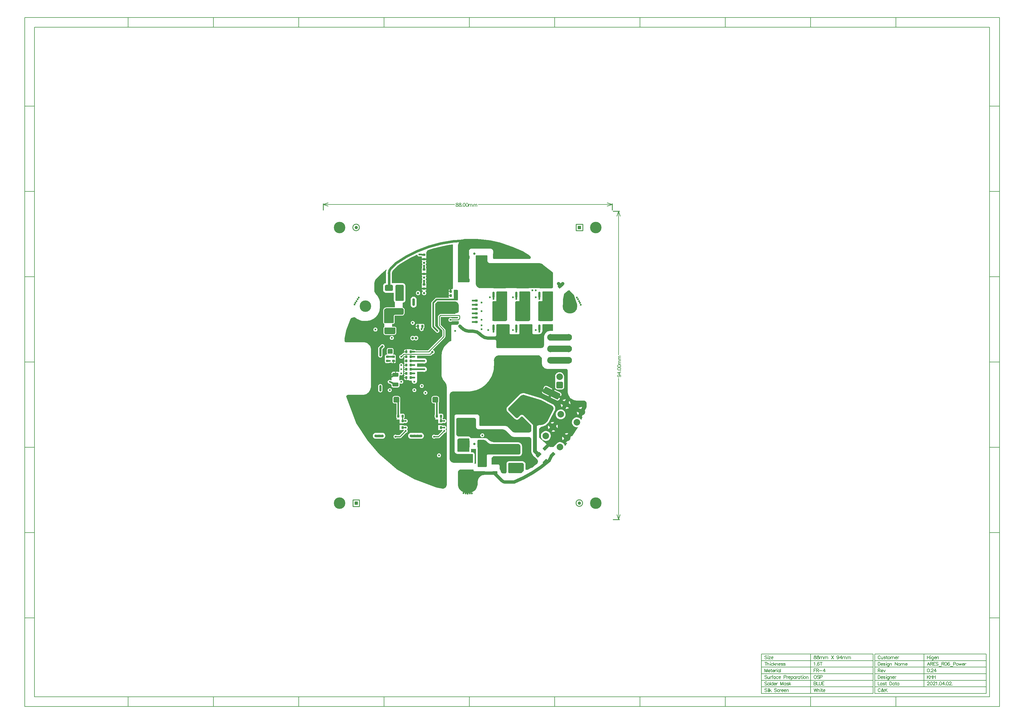
<source format=gbl>
G04 Layer_Physical_Order=6*
G04 Layer_Color=16711680*
%FSLAX44Y44*%
%MOMM*%
G71*
G01*
G75*
%ADD10C,0.2500*%
%ADD11C,0.3500*%
%ADD12C,0.5000*%
%ADD13C,1.0000*%
%ADD14C,0.4000*%
%ADD17C,0.8000*%
G04:AMPARAMS|DCode=18|XSize=0.8mm|YSize=0.7mm|CornerRadius=0.0875mm|HoleSize=0mm|Usage=FLASHONLY|Rotation=0.000|XOffset=0mm|YOffset=0mm|HoleType=Round|Shape=RoundedRectangle|*
%AMROUNDEDRECTD18*
21,1,0.8000,0.5250,0,0,0.0*
21,1,0.6250,0.7000,0,0,0.0*
1,1,0.1750,0.3125,-0.2625*
1,1,0.1750,-0.3125,-0.2625*
1,1,0.1750,-0.3125,0.2625*
1,1,0.1750,0.3125,0.2625*
%
%ADD18ROUNDEDRECTD18*%
G04:AMPARAMS|DCode=26|XSize=1.8mm|YSize=1.15mm|CornerRadius=0.1437mm|HoleSize=0mm|Usage=FLASHONLY|Rotation=180.000|XOffset=0mm|YOffset=0mm|HoleType=Round|Shape=RoundedRectangle|*
%AMROUNDEDRECTD26*
21,1,1.8000,0.8625,0,0,180.0*
21,1,1.5125,1.1500,0,0,180.0*
1,1,0.2875,-0.7562,0.4313*
1,1,0.2875,0.7562,0.4313*
1,1,0.2875,0.7562,-0.4313*
1,1,0.2875,-0.7562,-0.4313*
%
%ADD26ROUNDEDRECTD26*%
G04:AMPARAMS|DCode=27|XSize=1.8mm|YSize=2.8mm|CornerRadius=0.225mm|HoleSize=0mm|Usage=FLASHONLY|Rotation=90.000|XOffset=0mm|YOffset=0mm|HoleType=Round|Shape=RoundedRectangle|*
%AMROUNDEDRECTD27*
21,1,1.8000,2.3500,0,0,90.0*
21,1,1.3500,2.8000,0,0,90.0*
1,1,0.4500,1.1750,0.6750*
1,1,0.4500,1.1750,-0.6750*
1,1,0.4500,-1.1750,-0.6750*
1,1,0.4500,-1.1750,0.6750*
%
%ADD27ROUNDEDRECTD27*%
%ADD35C,1.0000*%
G04:AMPARAMS|DCode=36|XSize=1mm|YSize=1mm|CornerRadius=0.05mm|HoleSize=0mm|Usage=FLASHONLY|Rotation=180.000|XOffset=0mm|YOffset=0mm|HoleType=Round|Shape=RoundedRectangle|*
%AMROUNDEDRECTD36*
21,1,1.0000,0.9000,0,0,180.0*
21,1,0.9000,1.0000,0,0,180.0*
1,1,0.1000,-0.4500,0.4500*
1,1,0.1000,0.4500,0.4500*
1,1,0.1000,0.4500,-0.4500*
1,1,0.1000,-0.4500,-0.4500*
%
%ADD36ROUNDEDRECTD36*%
G04:AMPARAMS|DCode=37|XSize=1.6mm|YSize=1mm|CornerRadius=0.125mm|HoleSize=0mm|Usage=FLASHONLY|Rotation=220.000|XOffset=0mm|YOffset=0mm|HoleType=Round|Shape=RoundedRectangle|*
%AMROUNDEDRECTD37*
21,1,1.6000,0.7500,0,0,220.0*
21,1,1.3500,1.0000,0,0,220.0*
1,1,0.2500,-0.7581,-0.1466*
1,1,0.2500,0.2760,0.7211*
1,1,0.2500,0.7581,0.1466*
1,1,0.2500,-0.2760,-0.7211*
%
%ADD37ROUNDEDRECTD37*%
G04:AMPARAMS|DCode=40|XSize=0.8mm|YSize=0.7mm|CornerRadius=0.0875mm|HoleSize=0mm|Usage=FLASHONLY|Rotation=270.000|XOffset=0mm|YOffset=0mm|HoleType=Round|Shape=RoundedRectangle|*
%AMROUNDEDRECTD40*
21,1,0.8000,0.5250,0,0,270.0*
21,1,0.6250,0.7000,0,0,270.0*
1,1,0.1750,-0.2625,-0.3125*
1,1,0.1750,-0.2625,0.3125*
1,1,0.1750,0.2625,0.3125*
1,1,0.1750,0.2625,-0.3125*
%
%ADD40ROUNDEDRECTD40*%
%ADD51C,0.6000*%
%ADD52C,0.8000*%
%ADD53C,0.2540*%
%ADD54C,0.1270*%
%ADD55C,0.1500*%
%ADD56C,6.0000*%
G04:AMPARAMS|DCode=57|XSize=2mm|YSize=2mm|CornerRadius=0.3mm|HoleSize=0mm|Usage=FLASHONLY|Rotation=90.000|XOffset=0mm|YOffset=0mm|HoleType=Round|Shape=RoundedRectangle|*
%AMROUNDEDRECTD57*
21,1,2.0000,1.4000,0,0,90.0*
21,1,1.4000,2.0000,0,0,90.0*
1,1,0.6000,0.7000,0.7000*
1,1,0.6000,0.7000,-0.7000*
1,1,0.6000,-0.7000,-0.7000*
1,1,0.6000,-0.7000,0.7000*
%
%ADD57ROUNDEDRECTD57*%
%ADD58C,2.0000*%
%ADD59C,3.5000*%
%ADD60C,4.5000*%
%ADD61C,0.7000*%
%ADD62C,0.6000*%
%ADD63C,0.7000*%
G04:AMPARAMS|DCode=64|XSize=1.6mm|YSize=1mm|CornerRadius=0.125mm|HoleSize=0mm|Usage=FLASHONLY|Rotation=180.000|XOffset=0mm|YOffset=0mm|HoleType=Round|Shape=RoundedRectangle|*
%AMROUNDEDRECTD64*
21,1,1.6000,0.7500,0,0,180.0*
21,1,1.3500,1.0000,0,0,180.0*
1,1,0.2500,-0.6750,0.3750*
1,1,0.2500,0.6750,0.3750*
1,1,0.2500,0.6750,-0.3750*
1,1,0.2500,-0.6750,-0.3750*
%
%ADD64ROUNDEDRECTD64*%
G04:AMPARAMS|DCode=65|XSize=3.5mm|YSize=1.2mm|CornerRadius=0.15mm|HoleSize=0mm|Usage=FLASHONLY|Rotation=180.000|XOffset=0mm|YOffset=0mm|HoleType=Round|Shape=RoundedRectangle|*
%AMROUNDEDRECTD65*
21,1,3.5000,0.9000,0,0,180.0*
21,1,3.2000,1.2000,0,0,180.0*
1,1,0.3000,-1.6000,0.4500*
1,1,0.3000,1.6000,0.4500*
1,1,0.3000,1.6000,-0.4500*
1,1,0.3000,-1.6000,-0.4500*
%
%ADD65ROUNDEDRECTD65*%
G04:AMPARAMS|DCode=66|XSize=2mm|YSize=3.2mm|CornerRadius=0.25mm|HoleSize=0mm|Usage=FLASHONLY|Rotation=90.000|XOffset=0mm|YOffset=0mm|HoleType=Round|Shape=RoundedRectangle|*
%AMROUNDEDRECTD66*
21,1,2.0000,2.7000,0,0,90.0*
21,1,1.5000,3.2000,0,0,90.0*
1,1,0.5000,1.3500,0.7500*
1,1,0.5000,1.3500,-0.7500*
1,1,0.5000,-1.3500,-0.7500*
1,1,0.5000,-1.3500,0.7500*
%
%ADD66ROUNDEDRECTD66*%
G04:AMPARAMS|DCode=67|XSize=2mm|YSize=5.2mm|CornerRadius=0.3mm|HoleSize=0mm|Usage=FLASHONLY|Rotation=244.000|XOffset=0mm|YOffset=0mm|HoleType=Round|Shape=RoundedRectangle|*
%AMROUNDEDRECTD67*
21,1,2.0000,4.6000,0,0,244.0*
21,1,1.4000,5.2000,0,0,244.0*
1,1,0.6000,-2.3741,0.3791*
1,1,0.6000,-1.7604,1.6374*
1,1,0.6000,2.3741,-0.3791*
1,1,0.6000,1.7604,-1.6374*
%
%ADD67ROUNDEDRECTD67*%
G04:AMPARAMS|DCode=68|XSize=2.159mm|YSize=2.54mm|CornerRadius=0.2699mm|HoleSize=0mm|Usage=FLASHONLY|Rotation=0.000|XOffset=0mm|YOffset=0mm|HoleType=Round|Shape=RoundedRectangle|*
%AMROUNDEDRECTD68*
21,1,2.1590,2.0002,0,0,0.0*
21,1,1.6193,2.5400,0,0,0.0*
1,1,0.5397,0.8096,-1.0001*
1,1,0.5397,-0.8096,-1.0001*
1,1,0.5397,-0.8096,1.0001*
1,1,0.5397,0.8096,1.0001*
%
%ADD68ROUNDEDRECTD68*%
G04:AMPARAMS|DCode=69|XSize=1.8mm|YSize=1.8mm|CornerRadius=0.225mm|HoleSize=0mm|Usage=FLASHONLY|Rotation=270.000|XOffset=0mm|YOffset=0mm|HoleType=Round|Shape=RoundedRectangle|*
%AMROUNDEDRECTD69*
21,1,1.8000,1.3500,0,0,270.0*
21,1,1.3500,1.8000,0,0,270.0*
1,1,0.4500,-0.6750,-0.6750*
1,1,0.4500,-0.6750,0.6750*
1,1,0.4500,0.6750,0.6750*
1,1,0.4500,0.6750,-0.6750*
%
%ADD69ROUNDEDRECTD69*%
G04:AMPARAMS|DCode=70|XSize=3.175mm|YSize=1mm|CornerRadius=0.1mm|HoleSize=0mm|Usage=FLASHONLY|Rotation=180.000|XOffset=0mm|YOffset=0mm|HoleType=Round|Shape=RoundedRectangle|*
%AMROUNDEDRECTD70*
21,1,3.1750,0.8000,0,0,180.0*
21,1,2.9750,1.0000,0,0,180.0*
1,1,0.2000,-1.4875,0.4000*
1,1,0.2000,1.4875,0.4000*
1,1,0.2000,1.4875,-0.4000*
1,1,0.2000,-1.4875,-0.4000*
%
%ADD70ROUNDEDRECTD70*%
G04:AMPARAMS|DCode=71|XSize=4.445mm|YSize=4mm|CornerRadius=0.4mm|HoleSize=0mm|Usage=FLASHONLY|Rotation=180.000|XOffset=0mm|YOffset=0mm|HoleType=Round|Shape=RoundedRectangle|*
%AMROUNDEDRECTD71*
21,1,4.4450,3.2000,0,0,180.0*
21,1,3.6450,4.0000,0,0,180.0*
1,1,0.8000,-1.8225,1.6000*
1,1,0.8000,1.8225,1.6000*
1,1,0.8000,1.8225,-1.6000*
1,1,0.8000,-1.8225,-1.6000*
%
%ADD71ROUNDEDRECTD71*%
G04:AMPARAMS|DCode=72|XSize=0.635mm|YSize=1.778mm|CornerRadius=0.1588mm|HoleSize=0mm|Usage=FLASHONLY|Rotation=180.000|XOffset=0mm|YOffset=0mm|HoleType=Round|Shape=RoundedRectangle|*
%AMROUNDEDRECTD72*
21,1,0.6350,1.4605,0,0,180.0*
21,1,0.3175,1.7780,0,0,180.0*
1,1,0.3175,-0.1588,0.7302*
1,1,0.3175,0.1588,0.7302*
1,1,0.3175,0.1588,-0.7302*
1,1,0.3175,-0.1588,-0.7302*
%
%ADD72ROUNDEDRECTD72*%
G04:AMPARAMS|DCode=73|XSize=1.6mm|YSize=1mm|CornerRadius=0.125mm|HoleSize=0mm|Usage=FLASHONLY|Rotation=45.000|XOffset=0mm|YOffset=0mm|HoleType=Round|Shape=RoundedRectangle|*
%AMROUNDEDRECTD73*
21,1,1.6000,0.7500,0,0,45.0*
21,1,1.3500,1.0000,0,0,45.0*
1,1,0.2500,0.7425,0.2121*
1,1,0.2500,-0.2121,-0.7425*
1,1,0.2500,-0.7425,-0.2121*
1,1,0.2500,0.2121,0.7425*
%
%ADD73ROUNDEDRECTD73*%
G04:AMPARAMS|DCode=74|XSize=2mm|YSize=3.15mm|CornerRadius=0.2mm|HoleSize=0mm|Usage=FLASHONLY|Rotation=90.000|XOffset=0mm|YOffset=0mm|HoleType=Round|Shape=RoundedRectangle|*
%AMROUNDEDRECTD74*
21,1,2.0000,2.7500,0,0,90.0*
21,1,1.6000,3.1500,0,0,90.0*
1,1,0.4000,1.3750,0.8000*
1,1,0.4000,1.3750,-0.8000*
1,1,0.4000,-1.3750,-0.8000*
1,1,0.4000,-1.3750,0.8000*
%
%ADD74ROUNDEDRECTD74*%
%ADD75C,1.2000*%
G36*
X-1Y385000D02*
X15000Y385000D01*
X15000Y385000D01*
Y385000D01*
X22713Y385000D01*
X22719Y385000D01*
X30000Y385000D01*
X33844Y384451D01*
X38118Y384240D01*
X53468Y382720D01*
X68724Y380445D01*
X83849Y377420D01*
X98806Y373652D01*
X113560Y369151D01*
X128073Y363928D01*
X135192Y360961D01*
X167500Y347500D01*
X168995Y346603D01*
D01*
X176818Y341909D01*
D01*
X187320Y335608D01*
X191313Y331615D01*
X191313Y331614D01*
X191313Y331614D01*
X191315Y331612D01*
X191904Y330836D01*
X192022Y330660D01*
X192325Y329926D01*
X192481Y329147D01*
X192500Y328750D01*
X192500Y328750D01*
X192404Y327774D01*
X191657Y325972D01*
X190278Y324593D01*
X188475Y323846D01*
X187500Y323750D01*
X176250D01*
X80000Y323750D01*
X80000D01*
X79981D01*
X79703Y323750D01*
X79702Y323750D01*
X79503D01*
X78584Y324131D01*
X77881Y324834D01*
X77500Y325753D01*
Y325952D01*
X77500Y325953D01*
X77500Y326500D01*
X77500Y347499D01*
X77499Y347499D01*
X77464Y348234D01*
X77177Y349676D01*
X76615Y351035D01*
X75798Y352258D01*
X74758Y353297D01*
X73536Y354114D01*
X72177Y354677D01*
X70735Y354964D01*
X70000Y355000D01*
X10000Y355000D01*
X9999Y354999D01*
X8780Y354879D01*
X6527Y353946D01*
X4803Y352222D01*
X3870Y349969D01*
X3798Y349240D01*
Y348798D01*
X3798Y348798D01*
X3798Y348798D01*
X3798Y348798D01*
Y337838D01*
X3750D01*
X3750Y319662D01*
X3798D01*
X3798Y267838D01*
X3750D01*
Y256250D01*
X3749Y256249D01*
Y255503D01*
X3178Y254125D01*
X2124Y253071D01*
X746Y252500D01*
X-0D01*
X-27500Y252500D01*
X-27500Y252500D01*
X-27997Y252500D01*
X-28916Y252881D01*
X-29619Y253584D01*
X-30000Y254503D01*
Y255000D01*
X-30000Y362500D01*
X-30000Y362500D01*
Y364716D01*
X-29135Y369063D01*
X-27439Y373158D01*
X-24977Y376843D01*
X-21843Y379977D01*
X-18158Y382439D01*
X-14063Y384135D01*
X-9716Y385000D01*
X-7500D01*
X-2466Y385000D01*
X-2463Y385000D01*
X-1Y385000D01*
D02*
G37*
G36*
X57500Y335000D02*
X57997Y335000D01*
X58916Y334619D01*
X59619Y333916D01*
X60000Y332997D01*
X60000Y332500D01*
X60000Y320000D01*
Y320000D01*
X60042Y319142D01*
X60377Y317460D01*
X61033Y315875D01*
X61986Y314449D01*
X63199Y313236D01*
X64625Y312283D01*
X66210Y311627D01*
X67892Y311292D01*
X68750Y311250D01*
X216565Y311250D01*
X216564Y311248D01*
X218344Y311249D01*
X221856Y310657D01*
X225219Y309487D01*
X228340Y307773D01*
X229736Y306667D01*
X258857Y283613D01*
X258855Y283611D01*
X259123Y283400D01*
X259550Y282869D01*
X259848Y282256D01*
X260000Y281591D01*
X260000Y281250D01*
X260000Y238750D01*
X259998Y238748D01*
X259998Y238003D01*
X259427Y236625D01*
X258373Y235571D01*
X256996Y235000D01*
X256250Y235000D01*
X38750Y235000D01*
X37346D01*
X34593Y235547D01*
X32000Y236622D01*
X29666Y238181D01*
X27681Y240166D01*
X26122Y242500D01*
X25048Y245093D01*
X24500Y247846D01*
Y249250D01*
Y333250D01*
X24500Y333598D01*
X24766Y334241D01*
X25259Y334733D01*
X25902Y335000D01*
X26250Y335000D01*
X57500Y335000D01*
X57500Y335000D01*
D02*
G37*
G36*
X-45000Y367183D02*
X-45000Y340000D01*
X-45000Y243493D01*
Y235493D01*
X-45067Y234812D01*
X-45589Y233552D01*
X-46553Y232589D01*
X-47812Y232067D01*
X-48493Y232000D01*
X-48875Y232076D01*
X-50250D01*
Y232000D01*
X-51000D01*
Y225000D01*
X-51500D01*
Y223750D01*
X-58076D01*
Y221875D01*
X-57775Y220363D01*
X-57318Y219680D01*
X-57024Y218749D01*
X-57319Y217821D01*
X-57776Y217137D01*
X-58077Y215625D01*
Y213750D01*
X-51501D01*
Y211250D01*
X-58077D01*
Y209375D01*
X-57776Y207863D01*
X-57118Y206878D01*
X-57484Y205859D01*
X-57680Y205608D01*
X-95000D01*
X-97146Y205181D01*
X-98965Y203965D01*
X-108965Y193965D01*
X-110181Y192146D01*
X-110608Y190000D01*
Y117500D01*
X-110181Y115354D01*
X-108965Y113535D01*
X-98167Y102737D01*
X-98152Y102659D01*
X-96826Y100674D01*
X-94841Y99348D01*
X-92500Y98883D01*
X-90159Y99348D01*
X-88174Y100674D01*
X-86848Y102659D01*
X-86382Y105000D01*
X-86848Y107341D01*
X-88174Y109326D01*
X-90159Y110652D01*
X-90237Y110667D01*
X-99392Y119823D01*
Y187677D01*
X-92677Y194392D01*
X-39686D01*
X-38500Y194392D01*
X-38500Y194392D01*
X-38481Y194390D01*
X-37297Y194273D01*
X-35197Y193770D01*
X-33157Y192830D01*
X-31340Y191511D01*
X-29815Y189863D01*
X-28641Y187948D01*
X-27863Y185842D01*
X-27511Y183624D01*
X-27500Y182504D01*
X-27500Y165000D01*
X-27500Y165000D01*
X-27609Y163894D01*
X-28455Y161852D01*
X-30019Y160288D01*
X-32061Y159442D01*
X-33167Y159333D01*
X-35667Y159333D01*
X-35667Y159333D01*
X-36031Y159333D01*
X-36705Y159054D01*
X-37221Y158538D01*
X-37500Y157865D01*
X-37500Y157500D01*
X-37500Y157251D01*
X-38237Y156119D01*
X-38286Y156083D01*
X-83250D01*
X-84908Y155753D01*
X-86314Y154814D01*
X-89314Y151814D01*
X-90253Y150408D01*
X-90583Y148750D01*
Y121250D01*
X-90253Y119592D01*
X-89314Y118186D01*
X-76833Y105705D01*
Y89295D01*
X-120795Y45333D01*
X-157382D01*
X-158678Y46199D01*
X-160146Y46807D01*
X-161705Y47118D01*
X-163295D01*
X-164854Y46807D01*
X-165336Y46608D01*
X-168374D01*
X-168581Y46919D01*
X-169863Y47775D01*
X-171375Y48076D01*
X-174500D01*
Y48500D01*
X-186500D01*
Y48076D01*
X-186500D01*
Y41000D01*
X-187000D01*
Y39750D01*
X-193576D01*
Y37875D01*
X-193774Y37633D01*
X-195000D01*
X-196658Y37304D01*
X-198064Y36364D01*
X-202513Y31915D01*
X-204841Y31452D01*
X-206826Y30126D01*
X-208152Y28141D01*
X-208617Y25800D01*
X-208152Y23459D01*
X-206826Y21474D01*
X-204841Y20148D01*
X-202500Y19683D01*
X-200159Y20148D01*
X-198174Y21474D01*
X-196848Y23459D01*
X-196385Y25787D01*
X-194749Y27423D01*
X-193849Y27050D01*
X-187000D01*
Y24550D01*
X-193576D01*
Y22675D01*
X-193275Y21163D01*
X-192418Y19881D01*
Y19019D01*
X-193275Y17737D01*
X-193576Y16225D01*
Y14350D01*
X-187000D01*
Y11850D01*
X-193576D01*
Y9975D01*
X-193275Y8463D01*
X-192418Y7181D01*
Y6319D01*
X-193275Y5037D01*
X-193576Y3525D01*
Y1650D01*
X-187000D01*
Y-850D01*
X-193576D01*
Y-2725D01*
X-193275Y-4237D01*
X-192418Y-5519D01*
Y-6381D01*
X-193275Y-7663D01*
X-193576Y-9175D01*
Y-11050D01*
X-187000D01*
Y-13550D01*
X-193576D01*
Y-15425D01*
X-193275Y-16937D01*
X-192418Y-18219D01*
Y-19081D01*
X-193275Y-20363D01*
X-193576Y-21875D01*
Y-23750D01*
X-187000D01*
Y-26250D01*
X-193576D01*
Y-28125D01*
X-193275Y-29637D01*
X-192726Y-30459D01*
X-192519Y-31350D01*
X-192726Y-32241D01*
X-193275Y-33063D01*
X-193576Y-34575D01*
Y-36450D01*
X-187000D01*
Y-37700D01*
X-186500D01*
Y-44776D01*
X-186500D01*
Y-45200D01*
X-185750D01*
D01*
X-180652D01*
X-178917Y-46359D01*
X-176625Y-46815D01*
X-171375D01*
X-170569Y-47477D01*
Y-49243D01*
X-170259Y-50802D01*
X-169651Y-52271D01*
X-168768Y-53592D01*
X-167644Y-54716D01*
X-166322Y-55599D01*
X-164854Y-56207D01*
X-163295Y-56518D01*
X-161705D01*
X-160146Y-56207D01*
X-158678Y-55599D01*
X-157356Y-54716D01*
X-156232Y-53592D01*
X-155349Y-52271D01*
X-154741Y-50802D01*
X-154431Y-49243D01*
Y-19865D01*
X-135142D01*
X-134588Y-20094D01*
X-132500Y-20369D01*
X-130412Y-20094D01*
X-128465Y-19288D01*
X-126794Y-18006D01*
X-125512Y-16334D01*
X-124706Y-14388D01*
X-124431Y-12300D01*
X-124706Y-10211D01*
X-125512Y-8265D01*
X-126794Y-6594D01*
X-128465Y-5312D01*
X-130412Y-4506D01*
X-132500Y-4231D01*
X-134588Y-4506D01*
X-135142Y-4735D01*
X-154431D01*
Y5535D01*
X-135142D01*
X-134588Y5306D01*
X-132500Y5031D01*
X-130412Y5306D01*
X-128465Y6112D01*
X-126794Y7394D01*
X-125512Y9066D01*
X-124706Y11012D01*
X-124431Y13100D01*
X-124706Y15188D01*
X-125512Y17135D01*
X-126794Y18806D01*
X-128465Y20088D01*
X-130412Y20894D01*
X-132500Y21169D01*
X-134588Y20894D01*
X-135142Y20665D01*
X-154431D01*
Y28967D01*
X-114200D01*
X-112542Y29297D01*
X-111136Y30236D01*
X-107878Y33494D01*
X-107500Y33444D01*
X-105803Y33667D01*
X-104222Y34322D01*
X-102864Y35364D01*
X-101822Y36722D01*
X-101167Y38303D01*
X-100944Y40000D01*
X-101167Y41697D01*
X-101822Y43278D01*
X-102864Y44636D01*
X-104222Y45678D01*
X-105803Y46333D01*
X-105914Y46347D01*
X-106322Y47550D01*
X-69436Y84436D01*
X-68497Y85842D01*
X-68167Y87500D01*
Y107500D01*
X-68497Y109158D01*
X-69436Y110564D01*
X-81917Y123045D01*
Y146955D01*
X-81455Y147417D01*
X-29333D01*
Y144295D01*
X-30795Y142833D01*
X-48186D01*
X-50159Y144152D01*
X-52500Y144618D01*
X-54841Y144152D01*
X-56826Y142826D01*
X-58152Y140841D01*
X-58618Y138500D01*
X-58152Y136159D01*
X-56826Y134174D01*
X-54841Y132848D01*
X-52500Y132382D01*
X-50159Y132848D01*
X-48186Y134167D01*
X-29000D01*
X-28482Y134270D01*
X-27500Y133464D01*
Y127500D01*
X-27572Y126768D01*
X-27795Y126230D01*
X-29456Y124956D01*
X-30236Y123939D01*
X-30518Y123822D01*
X-31250Y123750D01*
X-47997D01*
X-48916Y123369D01*
X-49619Y122666D01*
X-50000Y121747D01*
Y76250D01*
X-50048Y75762D01*
X-50421Y74861D01*
X-50710Y74572D01*
X-51024Y74437D01*
X-52158Y73784D01*
X-52500Y73750D01*
X-52462Y73609D01*
X-56318Y71387D01*
X-61222Y67742D01*
X-65669Y63552D01*
X-69599Y58873D01*
X-72959Y53770D01*
X-75703Y48310D01*
X-77793Y42569D01*
X-79203Y36624D01*
X-79912Y30555D01*
X-80000Y27500D01*
X-80000D01*
X-80000Y27500D01*
X-80000D01*
X-80000Y-25858D01*
X-79941Y-27873D01*
X-79466Y-31874D01*
X-78523Y-35792D01*
X-77125Y-39572D01*
X-75292Y-43160D01*
X-73048Y-46508D01*
X-71719Y-48059D01*
X-71719Y-48059D01*
X-71718Y-48059D01*
X-70426Y-49567D01*
X-70131Y-49839D01*
X-69104Y-51090D01*
X-67621Y-53310D01*
X-66362Y-55665D01*
X-65340Y-58131D01*
X-64565Y-60686D01*
X-64044Y-63305D01*
X-63783Y-65962D01*
X-63750Y-67297D01*
Y-363738D01*
X-63808Y-364928D01*
X-64272Y-367261D01*
X-65183Y-369459D01*
X-66505Y-371437D01*
X-68187Y-373119D01*
X-70165Y-374440D01*
X-72362Y-375351D01*
X-74696Y-375815D01*
X-75885Y-375873D01*
X-95000Y-372500D01*
X-162500Y-347500D01*
X-215000Y-317500D01*
X-270000Y-270000D01*
X-305000Y-230000D01*
X-340000Y-177500D01*
X-367500Y-102500D01*
X-370000Y-96250D01*
X-369880Y-95031D01*
X-368947Y-92778D01*
X-367222Y-91053D01*
X-364969Y-90120D01*
X-363750Y-90000D01*
X-320000D01*
X-317550Y-89880D01*
X-312743Y-88924D01*
X-308215Y-87048D01*
X-304140Y-84325D01*
X-300675Y-80860D01*
X-297952Y-76785D01*
X-296077Y-72257D01*
X-295121Y-67451D01*
X-295000Y-65000D01*
X-295000Y-65000D01*
X-295000Y47500D01*
X-295108Y49706D01*
X-295968Y54032D01*
X-297655Y58107D01*
X-300106Y61775D01*
X-303225Y64894D01*
X-306893Y67345D01*
X-310968Y69032D01*
X-315295Y69892D01*
X-317500Y70000D01*
X-317500Y70000D01*
X-317500Y70000D01*
X-371250D01*
X-371982Y70072D01*
X-373333Y70632D01*
X-374368Y71667D01*
X-374928Y73018D01*
X-375000Y73750D01*
Y82500D01*
X-370000Y107500D01*
X-357500Y140000D01*
X-355702Y142997D01*
X-355319Y143344D01*
X-353232Y144738D01*
X-350913Y145699D01*
X-348452Y146188D01*
X-347197Y146250D01*
X-343680D01*
X-343612Y146186D01*
X-340336Y143498D01*
X-336813Y141144D01*
X-333076Y139146D01*
X-329161Y137524D01*
X-325106Y136294D01*
X-320950Y135468D01*
X-316733Y135052D01*
X-314614Y135000D01*
X-310000D01*
X-307220Y135091D01*
X-301709Y135817D01*
X-296339Y137255D01*
X-291203Y139383D01*
X-286388Y142163D01*
X-281978Y145547D01*
X-278047Y149478D01*
X-274662Y153888D01*
X-271883Y158703D01*
X-269755Y163839D01*
X-268317Y169209D01*
X-267591Y174720D01*
X-267500Y177500D01*
X-267500Y187322D01*
X-267551Y189417D01*
X-267960Y193585D01*
X-268777Y197693D01*
X-269992Y201701D01*
X-271595Y205570D01*
X-273570Y209264D01*
X-275897Y212746D01*
X-278555Y215983D01*
X-280000Y217500D01*
X-280000Y217500D01*
X-281189Y218689D01*
X-283057Y221485D01*
X-284344Y224592D01*
X-285000Y227890D01*
X-285000Y229571D01*
Y247500D01*
Y249878D01*
X-284072Y254542D01*
X-282252Y258936D01*
X-279610Y262890D01*
X-277929Y264571D01*
X-277929Y264571D01*
X-267500Y275000D01*
X-248060Y292010D01*
X-247029Y291269D01*
X-247495Y290144D01*
X-248697Y285135D01*
X-249101Y280000D01*
X-249078D01*
Y250098D01*
X-250294D01*
X-251859Y249787D01*
X-253334Y249176D01*
X-254661Y248289D01*
X-255789Y247161D01*
X-256676Y245834D01*
X-257287Y244359D01*
X-257598Y242794D01*
Y228456D01*
X-257287Y226891D01*
X-256676Y225416D01*
X-255789Y224089D01*
X-254661Y222961D01*
X-253334Y222074D01*
X-251859Y221463D01*
X-250294Y221152D01*
X-225098D01*
Y215000D01*
X-225098Y198750D01*
X-225098Y198750D01*
X-225098Y198749D01*
X-225098Y198252D01*
X-224887Y197193D01*
X-224710Y196301D01*
X-224329Y195383D01*
X-223224Y193729D01*
X-222521Y193026D01*
X-222000Y192678D01*
Y176299D01*
X-248239D01*
X-248485Y176250D01*
X-248736D01*
X-250185Y175962D01*
X-250417Y175866D01*
X-250663Y175817D01*
X-252028Y175251D01*
X-252237Y175112D01*
X-252469Y175016D01*
X-253697Y174195D01*
X-253875Y174017D01*
X-254083Y173878D01*
X-255128Y172833D01*
X-255268Y172625D01*
X-255445Y172447D01*
X-256266Y171219D01*
X-256362Y170987D01*
X-256501Y170778D01*
X-257067Y169413D01*
X-257116Y169167D01*
X-257212Y168935D01*
X-257500Y167486D01*
Y167235D01*
X-257549Y166989D01*
Y130753D01*
X-257355Y129777D01*
X-256974Y128858D01*
X-256422Y128031D01*
X-255719Y127328D01*
X-255718Y127328D01*
X-254892Y126776D01*
X-254500Y126613D01*
X-254500Y116568D01*
X-254718Y116422D01*
X-255422Y115718D01*
X-255422Y115718D01*
X-255974Y114892D01*
X-256355Y113973D01*
X-256549Y112997D01*
Y98204D01*
X-256355Y97229D01*
X-255746Y95759D01*
X-255193Y94932D01*
X-255193Y94932D01*
X-254068Y93807D01*
X-254068Y93806D01*
X-253241Y93254D01*
X-251771Y92645D01*
X-250796Y92451D01*
X-224005D01*
X-223030Y92645D01*
X-221192Y93406D01*
X-220365Y93959D01*
X-218959Y95365D01*
X-218406Y96192D01*
X-217645Y98030D01*
X-217451Y99005D01*
Y112997D01*
X-217645Y113973D01*
X-218026Y114892D01*
X-218578Y115718D01*
X-219282Y116422D01*
X-220108Y116974D01*
X-220109Y116974D01*
X-221027Y117355D01*
X-222003Y117549D01*
X-230500D01*
X-230500Y126201D01*
X-227003D01*
X-226027Y126395D01*
X-225109Y126776D01*
X-224282Y127328D01*
X-223578Y128031D01*
X-223578Y128031D01*
X-223026Y128858D01*
X-222645Y129777D01*
X-222451Y130753D01*
Y149875D01*
X-222428Y150105D01*
X-222207Y150640D01*
X-221890Y150957D01*
X-221355Y151178D01*
X-221125Y151201D01*
X-200007D01*
X-199031Y151395D01*
X-196734Y152347D01*
X-195907Y152899D01*
X-194149Y154657D01*
X-193597Y155484D01*
X-192645Y157781D01*
X-192451Y158757D01*
Y169744D01*
X-192645Y170720D01*
X-193406Y172558D01*
X-193959Y173385D01*
X-195365Y174791D01*
X-196192Y175344D01*
X-198000Y176092D01*
Y190088D01*
X-198000Y190088D01*
X-197008Y191149D01*
X-197004Y191152D01*
X-195969Y191357D01*
X-195054Y191539D01*
X-195053Y191539D01*
X-195053Y191539D01*
X-194134Y191920D01*
X-194133Y191920D01*
X-194133Y191920D01*
X-193282Y192489D01*
X-192480Y193025D01*
X-192479Y193025D01*
X-192479Y193025D01*
X-191776Y193729D01*
X-191775Y193729D01*
X-191775Y193729D01*
X-191216Y194566D01*
X-190671Y195382D01*
X-190670Y195383D01*
X-190670Y195384D01*
X-190290Y196303D01*
X-190289Y196303D01*
X-190289Y196303D01*
X-190108Y197215D01*
X-189902Y198254D01*
X-189902Y198254D01*
X-189902Y198255D01*
X-189902Y198752D01*
Y227553D01*
X-189902Y227553D01*
Y242417D01*
X-190229Y244063D01*
X-190872Y245613D01*
X-191804Y247009D01*
X-192991Y248196D01*
X-194387Y249128D01*
X-195937Y249771D01*
X-197583Y250098D01*
X-198004D01*
X-198004Y250098D01*
X-198004Y250098D01*
X-198005Y250098D01*
X-198750Y250098D01*
X-216250Y250098D01*
X-216250Y250098D01*
X-230922D01*
Y280000D01*
X-230961Y280291D01*
X-230497Y283811D01*
X-229026Y287363D01*
X-226865Y290180D01*
X-226632Y290359D01*
X-214256Y302734D01*
X-206113Y308469D01*
X-190728Y318211D01*
X-174885Y327187D01*
X-158620Y335374D01*
X-154831Y337053D01*
X-153387Y336304D01*
X-153152Y335124D01*
X-151826Y333139D01*
X-149841Y331813D01*
X-147500Y331347D01*
X-145626Y331720D01*
X-140000Y331346D01*
Y326507D01*
X-140076Y326125D01*
Y324750D01*
X-140000D01*
Y324000D01*
X-133000D01*
X-126000D01*
Y324750D01*
X-125924D01*
Y326125D01*
X-126000Y326507D01*
Y333493D01*
X-125924Y333875D01*
Y339125D01*
X-126000Y339506D01*
Y341550D01*
X-125942Y342722D01*
X-125485Y345019D01*
X-124589Y347183D01*
X-123287Y349131D01*
X-122500Y350000D01*
X-122500D01*
X-122311Y350189D01*
X-107694Y355018D01*
X-90144Y359875D01*
X-72377Y363864D01*
X-54436Y366978D01*
X-45951Y368024D01*
X-45000Y367183D01*
D02*
G37*
G36*
X-196626Y244429D02*
X-195571Y243374D01*
X-195000Y241996D01*
X-195000Y241250D01*
X-195000Y241250D01*
Y198750D01*
X-195000Y198253D01*
X-195380Y197334D01*
X-196084Y196630D01*
X-197003Y196250D01*
X-197500Y196250D01*
X-197500D01*
X-217500Y196250D01*
X-217997D01*
X-218916Y196631D01*
X-219619Y197334D01*
X-220000Y198253D01*
X-220000Y198750D01*
Y198750D01*
X-220000Y215000D01*
X-220000Y241250D01*
Y241996D01*
X-219429Y243374D01*
X-218374Y244429D01*
X-216996Y245000D01*
X-216250D01*
X-216250Y245000D01*
X-198750Y245000D01*
X-198004Y245000D01*
X-196626Y244429D01*
D02*
G37*
G36*
X309537Y228209D02*
X311155Y227454D01*
X311768Y226805D01*
X324325Y213509D01*
X333750Y185000D01*
Y180000D01*
X290000D01*
Y200000D01*
X293750Y217500D01*
X305374Y227187D01*
X305374Y227187D01*
X306059Y227758D01*
X307755Y228316D01*
X309537Y228209D01*
D02*
G37*
G36*
X-229451Y244315D02*
X-228185Y243049D01*
X-227500Y241395D01*
Y240500D01*
Y231500D01*
Y230605D01*
X-228185Y228951D01*
X-229451Y227685D01*
X-231105Y227000D01*
X-249296D01*
X-250766Y227609D01*
X-251891Y228734D01*
X-252500Y230204D01*
Y231000D01*
Y240000D01*
Y240994D01*
X-251739Y242832D01*
X-250332Y244239D01*
X-248495Y245000D01*
X-231105D01*
X-229451Y244315D01*
D02*
G37*
G36*
X-31084Y229619D02*
X-30381Y228916D01*
X-30000Y227997D01*
Y227500D01*
Y200000D01*
Y199503D01*
X-30381Y198584D01*
X-31084Y197881D01*
X-32003Y197500D01*
X-41499D01*
X-41958Y197690D01*
X-42310Y198042D01*
X-42500Y198501D01*
Y198750D01*
Y228750D01*
Y228999D01*
X-42310Y229458D01*
X-41958Y229810D01*
X-41499Y230000D01*
X-32003D01*
X-31084Y229619D01*
D02*
G37*
G36*
X118916Y224620D02*
X119619Y223916D01*
X120000Y222997D01*
Y222500D01*
Y140000D01*
Y139006D01*
X119239Y137168D01*
X117832Y135761D01*
X115995Y135000D01*
X77003D01*
X76084Y135381D01*
X75381Y136084D01*
X75000Y137003D01*
Y137500D01*
Y192500D01*
Y192997D01*
X75381Y193916D01*
X76084Y194620D01*
X77003Y195000D01*
X85000D01*
X85488Y195048D01*
X86389Y195421D01*
X87079Y196111D01*
X87452Y197012D01*
X87500Y197500D01*
Y222500D01*
Y222997D01*
X87881Y223916D01*
X88584Y224620D01*
X89503Y225000D01*
X117997D01*
X118916Y224620D01*
D02*
G37*
G36*
X188916Y224620D02*
X189619Y223916D01*
X190000Y222997D01*
Y222500D01*
Y140000D01*
Y139005D01*
X189239Y137168D01*
X187832Y135761D01*
X185994Y135000D01*
X147003D01*
X146084Y135381D01*
X145381Y136084D01*
X145000Y137003D01*
Y137500D01*
Y192500D01*
Y192997D01*
X145381Y193916D01*
X146084Y194620D01*
X147003Y195000D01*
X155000D01*
X155488Y195048D01*
X156389Y195421D01*
X157079Y196111D01*
X157452Y197012D01*
X157500Y197500D01*
Y222500D01*
Y222997D01*
X157881Y223916D01*
X158584Y224620D01*
X159503Y225000D01*
X187997D01*
X188916Y224620D01*
D02*
G37*
G36*
X258916Y224619D02*
X259619Y223916D01*
X260000Y222997D01*
Y222500D01*
Y140000D01*
Y139005D01*
X259239Y137168D01*
X257832Y135761D01*
X255994Y135000D01*
X217003D01*
X216084Y135381D01*
X215381Y136084D01*
X215000Y137003D01*
Y137500D01*
Y192500D01*
Y192997D01*
X215381Y193916D01*
X216084Y194619D01*
X217003Y195000D01*
X225000D01*
X225488Y195048D01*
X226389Y195421D01*
X227079Y196111D01*
X227452Y197012D01*
X227500Y197500D01*
Y222500D01*
Y222997D01*
X227881Y223916D01*
X228584Y224619D01*
X229503Y225000D01*
X257997D01*
X258916Y224619D01*
D02*
G37*
G36*
X-197168Y172989D02*
X-195761Y171582D01*
X-195000Y169744D01*
Y168750D01*
Y160000D01*
Y158757D01*
X-195951Y156460D01*
X-197710Y154701D01*
X-200007Y153750D01*
X-221250D01*
X-221982Y153678D01*
X-223333Y153118D01*
X-224368Y152083D01*
X-224928Y150732D01*
X-225000Y150000D01*
Y131250D01*
Y130753D01*
X-225381Y129834D01*
X-226084Y129131D01*
X-227003Y128750D01*
X-252997D01*
X-253916Y129131D01*
X-254619Y129834D01*
X-255000Y130753D01*
Y131250D01*
Y166250D01*
Y166989D01*
X-254712Y168438D01*
X-254146Y169803D01*
X-253326Y171031D01*
X-252281Y172076D01*
X-251053Y172896D01*
X-249688Y173462D01*
X-248239Y173750D01*
X-199005D01*
X-197168Y172989D01*
D02*
G37*
G36*
X257500Y125000D02*
X257997Y125000D01*
X258916Y124619D01*
X259619Y123916D01*
X259999Y122997D01*
X259999Y122499D01*
X260000Y122500D01*
X260000Y105000D01*
X252500Y105000D01*
X250539Y104903D01*
X246694Y104139D01*
X243072Y102638D01*
X239812Y100460D01*
X237040Y97688D01*
X234862Y94428D01*
X233361Y90805D01*
X232596Y86960D01*
X232500Y85000D01*
Y85000D01*
X232500Y61250D01*
X232500Y60388D01*
X232164Y58697D01*
X231504Y57105D01*
X230546Y55672D01*
X229328Y54453D01*
X227894Y53496D01*
X226302Y52836D01*
X224611Y52500D01*
X223750Y52500D01*
X223750Y52500D01*
X90000Y52500D01*
X89503Y52500D01*
X88584Y52880D01*
X87880Y53584D01*
X87500Y54503D01*
X87500Y55000D01*
Y55000D01*
Y122500D01*
Y122997D01*
X87881Y123916D01*
X88584Y124619D01*
X89503Y125000D01*
X90000Y125000D01*
X90000Y125000D01*
X125000Y125000D01*
X125497Y125000D01*
X126416Y124619D01*
X127119Y123916D01*
X127499Y122997D01*
X127499Y122499D01*
X127500Y122500D01*
Y97500D01*
X127548Y97012D01*
X127921Y96111D01*
X128610Y95421D01*
X129511Y95048D01*
X129999Y95000D01*
X130000Y95000D01*
X155000D01*
X155488Y95048D01*
X156389Y95421D01*
X157079Y96111D01*
X157452Y97012D01*
X157500Y97500D01*
Y122500D01*
Y122997D01*
X157881Y123916D01*
X158584Y124619D01*
X159503Y125000D01*
X160000Y125000D01*
X160000Y125000D01*
X195000Y125000D01*
X195497Y125000D01*
X196416Y124619D01*
X197119Y123916D01*
X197499Y122997D01*
X197499Y122499D01*
X197500Y122500D01*
Y97500D01*
X197548Y97012D01*
X197921Y96111D01*
X198610Y95421D01*
X199511Y95048D01*
X199999Y95000D01*
X200000Y95000D01*
X217500Y95000D01*
X218480Y95048D01*
X220403Y95430D01*
X222213Y96181D01*
X223843Y97270D01*
X225229Y98656D01*
X226318Y100285D01*
X227068Y102096D01*
X227451Y104019D01*
X227499Y104999D01*
X227500Y105000D01*
X227500Y122500D01*
Y122997D01*
X227881Y123916D01*
X228584Y124619D01*
X229503Y125000D01*
X230000Y125000D01*
X230000Y125000D01*
X257500Y125000D01*
D02*
G37*
G36*
X-221084Y114619D02*
X-220381Y113916D01*
X-220000Y112997D01*
Y112500D01*
Y100000D01*
Y99005D01*
X-220761Y97168D01*
X-222168Y95761D01*
X-224005Y95000D01*
X-250796D01*
X-252266Y95609D01*
X-253391Y96734D01*
X-254000Y98204D01*
Y99000D01*
Y112500D01*
Y112997D01*
X-253619Y113916D01*
X-252916Y114619D01*
X-251997Y115000D01*
X-222003D01*
X-221084Y114619D01*
D02*
G37*
G36*
X311302Y94664D02*
X312895Y94004D01*
X314328Y93047D01*
X315546Y91828D01*
X316504Y90395D01*
X317164Y88802D01*
X317500Y87112D01*
Y86250D01*
Y85000D01*
Y84015D01*
X317116Y82083D01*
X316362Y80263D01*
X315268Y78625D01*
X313875Y77232D01*
X312237Y76138D01*
X310417Y75384D01*
X308485Y75000D01*
X251515D01*
X249583Y75384D01*
X247763Y76138D01*
X246125Y77232D01*
X244732Y78625D01*
X243638Y80263D01*
X242884Y82083D01*
X242500Y84015D01*
Y85000D01*
Y86250D01*
Y87112D01*
X242836Y88802D01*
X243496Y90395D01*
X244453Y91828D01*
X245672Y93047D01*
X247105Y94004D01*
X248698Y94664D01*
X250388Y95000D01*
X309612D01*
X311302Y94664D01*
D02*
G37*
G36*
Y59664D02*
X312895Y59004D01*
X314328Y58046D01*
X315546Y56828D01*
X316504Y55395D01*
X317164Y53802D01*
X317500Y52112D01*
Y51250D01*
Y50000D01*
Y49015D01*
X317116Y47083D01*
X316362Y45263D01*
X315268Y43625D01*
X313875Y42232D01*
X312237Y41138D01*
X310417Y40384D01*
X308485Y40000D01*
X251515D01*
X249583Y40384D01*
X247763Y41138D01*
X246125Y42232D01*
X244732Y43625D01*
X243638Y45263D01*
X242884Y47083D01*
X242500Y49015D01*
Y50000D01*
Y51250D01*
Y52112D01*
X242836Y53802D01*
X243496Y55395D01*
X244453Y56828D01*
X245672Y58046D01*
X247105Y59004D01*
X248698Y59664D01*
X250388Y60000D01*
X309612D01*
X311302Y59664D01*
D02*
G37*
G36*
X225944Y22806D02*
Y5303D01*
X226649Y1756D01*
X228034Y-1586D01*
X230043Y-4593D01*
X232601Y-7151D01*
X235608Y-9160D01*
X238950Y-10544D01*
X242497Y-11250D01*
X300000D01*
X300975Y-11346D01*
X302778Y-12093D01*
X304157Y-13472D01*
X304904Y-15275D01*
X305000Y-16250D01*
X305000Y-80000D01*
X305059Y-81799D01*
X305528Y-85365D01*
X306459Y-88840D01*
X307836Y-92163D01*
X309635Y-95278D01*
X311824Y-98132D01*
X314368Y-100676D01*
X317222Y-102865D01*
X320337Y-104664D01*
X323660Y-106041D01*
X327135Y-106972D01*
X330701Y-107441D01*
X332500Y-107500D01*
X353485D01*
X355417Y-107884D01*
X357237Y-108638D01*
X358875Y-109733D01*
X360267Y-111125D01*
X361362Y-112763D01*
X362116Y-114583D01*
X362500Y-116515D01*
Y-127500D01*
X360400Y-132541D01*
X359406Y-132656D01*
X359331Y-132552D01*
X353281Y-144957D01*
X347231Y-157361D01*
X349002Y-157295D01*
X349679Y-158271D01*
X346466Y-165982D01*
X345394Y-165954D01*
X343834Y-163797D01*
X341669Y-161786D01*
X339153Y-160237D01*
X336383Y-159208D01*
X333466Y-158740D01*
X330513Y-158849D01*
X327638Y-159533D01*
X324952Y-160764D01*
X322558Y-162495D01*
X320548Y-164661D01*
X318998Y-167177D01*
X317969Y-169946D01*
X317501Y-172864D01*
X317610Y-175817D01*
X318294Y-178691D01*
X319525Y-181377D01*
X321257Y-183771D01*
X323422Y-185782D01*
X325938Y-187331D01*
X328708Y-188360D01*
X331625Y-188829D01*
X334578Y-188719D01*
X335726Y-188446D01*
X336293Y-189270D01*
X317994Y-216110D01*
X316854Y-216006D01*
X316169Y-214459D01*
X307673Y-225334D01*
X299176Y-236210D01*
X301827Y-236672D01*
X302915Y-236646D01*
X303393Y-237524D01*
X300000Y-242500D01*
X296863Y-245637D01*
X295903Y-245358D01*
X295711Y-244501D01*
X294515Y-241799D01*
X292815Y-239382D01*
X290676Y-237344D01*
X288180Y-235761D01*
X285424Y-234697D01*
X282513Y-234190D01*
X279559Y-234261D01*
X276676Y-234907D01*
X273974Y-236102D01*
X271558Y-237802D01*
X260490Y-248870D01*
X250841D01*
X250839Y-248869D01*
X247500Y-245529D01*
X247166Y-245863D01*
X243708Y-243034D01*
X242079Y-241405D01*
X240674Y-240466D01*
X240536Y-240439D01*
X224718Y-227497D01*
X217500Y-220278D01*
X217500Y-193086D01*
X223086Y-187500D01*
X223588D01*
X224048Y-187409D01*
X228495Y-186524D01*
X228959Y-186332D01*
X229452Y-186234D01*
X234074Y-184319D01*
X234492Y-184040D01*
X234956Y-183848D01*
X239116Y-181068D01*
X239471Y-180713D01*
X239888Y-180434D01*
X241038Y-179284D01*
X243898Y-177008D01*
X244250Y-176591D01*
X244670Y-176245D01*
X247476Y-172810D01*
X247732Y-172329D01*
X248070Y-171901D01*
X249077Y-169926D01*
X265192Y-138341D01*
X265192Y-138341D01*
X265620Y-137502D01*
X265757Y-137020D01*
X265985Y-136574D01*
X266500Y-134758D01*
X266539Y-134258D01*
X266676Y-133776D01*
X266827Y-131894D01*
X266769Y-131396D01*
X266810Y-130897D01*
X266591Y-129022D01*
X266437Y-128545D01*
X266380Y-128047D01*
X265800Y-126250D01*
X265557Y-125812D01*
X265403Y-125335D01*
X264485Y-123686D01*
X264161Y-123304D01*
X263917Y-122866D01*
X262695Y-121427D01*
X262303Y-121115D01*
X261978Y-120733D01*
X260500Y-119559D01*
X260054Y-119330D01*
X259662Y-119019D01*
X258822Y-118587D01*
X258822Y-118587D01*
X224135Y-100733D01*
X224135Y-100733D01*
X223316Y-100312D01*
X223314Y-100311D01*
X223312Y-100309D01*
X222842Y-100175D01*
X222409Y-99950D01*
X171425Y-85105D01*
X170707Y-85043D01*
X170000Y-84902D01*
X168752Y-84902D01*
X168259Y-85000D01*
X167757D01*
X165307Y-85487D01*
X164843Y-85679D01*
X164351Y-85777D01*
X162044Y-86733D01*
X161626Y-87012D01*
X161162Y-87204D01*
X159086Y-88592D01*
X158730Y-88947D01*
X158313Y-89226D01*
X157431Y-90108D01*
X157431Y-90108D01*
X134934Y-112605D01*
X134934Y-112605D01*
X121019Y-126520D01*
X120315Y-127224D01*
X120315Y-127224D01*
X120315Y-127224D01*
X119697Y-128149D01*
X119210Y-128877D01*
X119210Y-128877D01*
X119210Y-128878D01*
X118449Y-130715D01*
X118449Y-130716D01*
X118061Y-132666D01*
X118061Y-132666D01*
X118061Y-132667D01*
X118061Y-134656D01*
X118061Y-134656D01*
X118061Y-134656D01*
X118244Y-135580D01*
X118448Y-136607D01*
X118449Y-136607D01*
X118449Y-136607D01*
X119210Y-138444D01*
X119210Y-138445D01*
X119210Y-138445D01*
X119643Y-139092D01*
X120315Y-140098D01*
X120315Y-140098D01*
X120315Y-140099D01*
X121018Y-140801D01*
X121018Y-140801D01*
X142231Y-162015D01*
X142232Y-162015D01*
X142934Y-162718D01*
X142934Y-162718D01*
X142934Y-162718D01*
X143157Y-162866D01*
X143987Y-163697D01*
X143987Y-163697D01*
X145641Y-164802D01*
X147203Y-165449D01*
X149154Y-165837D01*
X150846Y-165837D01*
X152796Y-165449D01*
X154359Y-164802D01*
X156013Y-163697D01*
X156611Y-163099D01*
X156611Y-163099D01*
X162266Y-157443D01*
X162538Y-157197D01*
X163248Y-156723D01*
X163921Y-156444D01*
X164636Y-156302D01*
X165364D01*
X166079Y-156444D01*
X166752Y-156723D01*
X167462Y-157198D01*
X167735Y-157444D01*
X193750Y-183459D01*
X193750Y-197502D01*
X193714Y-198235D01*
X193427Y-199677D01*
X192864Y-201035D01*
X192048Y-202258D01*
X191008Y-203298D01*
X189785Y-204114D01*
X188427Y-204677D01*
X186985Y-204964D01*
X186250Y-205000D01*
X176250D01*
Y-205000D01*
X142609Y-205000D01*
X141012Y-204683D01*
X139509Y-204060D01*
X138155Y-203155D01*
X124775Y-189775D01*
X124775Y-189775D01*
X123589Y-188700D01*
X120932Y-186925D01*
X117980Y-185702D01*
X114845Y-185079D01*
X113248Y-185000D01*
X38750Y-185000D01*
X38118D01*
X36951Y-184517D01*
X36057Y-183623D01*
X35574Y-182456D01*
X35574Y-156823D01*
X35574D01*
X35574Y-156823D01*
X35574Y-156822D01*
X35541Y-156155D01*
X35489Y-155891D01*
X35280Y-154843D01*
X34768Y-153607D01*
X34025Y-152495D01*
X33079Y-151549D01*
X31967Y-150806D01*
X30731Y-150294D01*
X29419Y-150033D01*
X28750Y-150000D01*
X-35001D01*
X-35975Y-150096D01*
X-37778Y-150843D01*
X-39158Y-152222D01*
X-39904Y-154025D01*
X-40000Y-155000D01*
Y-261250D01*
X-39958Y-262108D01*
X-39623Y-263790D01*
X-38967Y-265375D01*
X-38014Y-266801D01*
X-36801Y-268014D01*
X-35375Y-268967D01*
X-33790Y-269623D01*
X-32108Y-269958D01*
X-31250Y-270000D01*
X-31250D01*
X13750Y-270000D01*
X14247Y-270000D01*
X15166Y-270381D01*
X15869Y-271084D01*
X16250Y-272003D01*
X16250Y-272500D01*
X16250Y-272500D01*
X16250Y-295000D01*
X16250Y-295497D01*
X15869Y-296416D01*
X15166Y-297120D01*
X14247Y-297500D01*
X13750Y-297500D01*
X13750Y-297500D01*
X-41438Y-297500D01*
X-42774D01*
X-45394Y-296979D01*
X-47862Y-295956D01*
X-50083Y-294472D01*
X-51972Y-292583D01*
X-53457Y-290362D01*
X-54479Y-287894D01*
X-55000Y-285274D01*
X-55000Y-283938D01*
X-55000D01*
X-55000Y-90125D01*
X-55000Y-89128D01*
X-54611Y-87172D01*
X-53847Y-85329D01*
X-52739Y-83671D01*
X-51329Y-82260D01*
X-49671Y-81152D01*
X-47828Y-80389D01*
X-45871Y-80000D01*
X-44874Y-80000D01*
X-44874Y-79999D01*
X16Y-80000D01*
X3925Y-79904D01*
X11739Y-79135D01*
X19439Y-77604D01*
X26952Y-75325D01*
X34206Y-72321D01*
X41130Y-68621D01*
X47658Y-64259D01*
X53727Y-59278D01*
X59278Y-53727D01*
X64259Y-47658D01*
X68621Y-41130D01*
X72321Y-34206D01*
X75325Y-26952D01*
X77604Y-19439D01*
X79135Y-11739D01*
X79904Y-3926D01*
X80000Y-0D01*
X79999Y9999D01*
X79999D01*
X79999Y10000D01*
X79915Y13434D01*
X79842Y14181D01*
Y14842D01*
X79915Y16328D01*
X80495Y19242D01*
X81632Y21987D01*
X83283Y24458D01*
X85384Y26559D01*
X87854Y28210D01*
X90600Y29347D01*
X93514Y29927D01*
X95000Y30000D01*
X121250Y30000D01*
X121250Y30000D01*
X218750D01*
X225944Y22806D01*
D02*
G37*
G36*
X311302Y24664D02*
X312895Y24004D01*
X314328Y23047D01*
X315546Y21828D01*
X316504Y20395D01*
X317164Y18802D01*
X317500Y17112D01*
Y16250D01*
Y15000D01*
Y14015D01*
X317116Y12083D01*
X316362Y10263D01*
X315268Y8625D01*
X313875Y7232D01*
X312237Y6138D01*
X310417Y5384D01*
X308485Y5000D01*
X251515D01*
X249583Y5384D01*
X247763Y6138D01*
X246125Y7232D01*
X244732Y8625D01*
X243638Y10263D01*
X242884Y12083D01*
X242500Y14015D01*
Y15000D01*
Y16250D01*
Y17112D01*
X242836Y18802D01*
X243496Y20395D01*
X244453Y21828D01*
X245672Y23047D01*
X247105Y24004D01*
X248698Y24664D01*
X250388Y25000D01*
X309612D01*
X311302Y24664D01*
D02*
G37*
G36*
X170000Y-90000D02*
X220983Y-104845D01*
X221802Y-105266D01*
X221802Y-105266D01*
X256491Y-123121D01*
X257330Y-123552D01*
X258809Y-124726D01*
X260030Y-126165D01*
X260948Y-127814D01*
X261528Y-129611D01*
X261746Y-131486D01*
X261595Y-133368D01*
X261080Y-135184D01*
X260651Y-136024D01*
X260651Y-136024D01*
X244536Y-167610D01*
X243528Y-169585D01*
X240723Y-173019D01*
X237638Y-175475D01*
X236283Y-176829D01*
X232123Y-179609D01*
X227501Y-181524D01*
X222593Y-182500D01*
X219571D01*
X219571Y-182500D01*
X217898Y-182582D01*
X214616Y-183235D01*
X211524Y-184516D01*
X208741Y-186375D01*
X207500Y-187500D01*
X202500Y-187500D01*
X201956Y-186956D01*
X201250Y-190000D01*
Y-185924D01*
X200971Y-185508D01*
X200328Y-183954D01*
X200048Y-182548D01*
X171250Y-153750D01*
X171250Y-153750D01*
X170607Y-153168D01*
X169167Y-152205D01*
X167566Y-151542D01*
X165866Y-151204D01*
X164134D01*
X162434Y-151542D01*
X160833Y-152205D01*
X159393Y-153167D01*
X158750Y-153750D01*
X153006Y-159494D01*
X153006Y-159494D01*
X152408Y-160092D01*
X150846Y-160739D01*
X149154Y-160739D01*
X147592Y-160092D01*
X146994Y-159494D01*
X146665Y-159165D01*
X146539Y-159113D01*
X145836Y-158410D01*
X145836Y-158410D01*
X124623Y-137197D01*
X123920Y-136494D01*
X123159Y-134656D01*
X123159Y-132667D01*
X123920Y-130829D01*
X124623Y-130126D01*
X124623Y-130126D01*
X138536Y-116213D01*
X138539Y-116209D01*
X161035Y-93713D01*
X161035Y-93714D01*
X161918Y-92830D01*
X163995Y-91443D01*
X166302Y-90487D01*
X168751Y-90000D01*
X170000Y-90000D01*
D02*
G37*
G36*
X22290Y-160951D02*
X24049Y-162710D01*
X25000Y-165007D01*
X25000Y-166250D01*
X25000Y-166250D01*
X25000Y-166250D01*
Y-186250D01*
X25042Y-187108D01*
X25377Y-188790D01*
X26033Y-190375D01*
X26986Y-191801D01*
X28199Y-193014D01*
X29625Y-193967D01*
X31210Y-194623D01*
X32892Y-194958D01*
X33750Y-195000D01*
X103247Y-195000D01*
X105400Y-195000D01*
X109622Y-195840D01*
X113599Y-197487D01*
X117178Y-199879D01*
X118700Y-201401D01*
X118700Y-201401D01*
X118700Y-201401D01*
X131122Y-213823D01*
X132365Y-214949D01*
X135152Y-216811D01*
X138248Y-218094D01*
X141535Y-218748D01*
X143210Y-218830D01*
X187205D01*
X188427Y-219073D01*
X189785Y-219636D01*
X191008Y-220452D01*
X192048Y-221492D01*
X192864Y-222715D01*
X193427Y-224073D01*
X193714Y-225515D01*
X193750Y-226250D01*
X193750Y-232500D01*
X193905D01*
Y-261750D01*
Y-263525D01*
X194597Y-267006D01*
X195956Y-270284D01*
X197927Y-273235D01*
X199182Y-274490D01*
X203962Y-279270D01*
X212200Y-287508D01*
X212549Y-287893D01*
X213125Y-288755D01*
X213522Y-289714D01*
X213724Y-290731D01*
X213750Y-291250D01*
Y-294357D01*
X213709Y-295193D01*
X213382Y-296834D01*
X212742Y-298380D01*
X212386Y-298914D01*
X211893Y-299610D01*
X211497Y-300091D01*
X210759Y-300779D01*
X197542Y-309863D01*
X183040Y-318750D01*
X178750D01*
X178281Y-318704D01*
X177416Y-318345D01*
X176753Y-317682D01*
X176394Y-316817D01*
X176348Y-316348D01*
Y-301250D01*
X175960Y-299299D01*
X174855Y-297645D01*
X171105Y-293895D01*
X169451Y-292790D01*
X167500Y-292402D01*
X125000D01*
X123049Y-292790D01*
X121395Y-293895D01*
X120145Y-295145D01*
X119040Y-296799D01*
X118652Y-298750D01*
Y-315727D01*
Y-323848D01*
X118534Y-325048D01*
X117615Y-327266D01*
X115918Y-328963D01*
X115389Y-329182D01*
X115332Y-329239D01*
X113495Y-330000D01*
X109396D01*
X108496Y-329956D01*
X106730Y-329604D01*
X105066Y-328915D01*
X103569Y-327915D01*
X102296Y-326642D01*
X101295Y-325144D01*
X100606Y-323480D01*
X100474Y-322819D01*
X100210Y-320814D01*
X99480Y-319051D01*
X98261Y-317832D01*
X97500Y-315995D01*
Y-315000D01*
Y-307500D01*
X97404Y-306525D01*
X96657Y-304722D01*
X95278Y-303343D01*
X93476Y-302596D01*
X92500Y-302500D01*
X74503D01*
X73584Y-302119D01*
X72881Y-301416D01*
X72500Y-300497D01*
Y-300000D01*
Y-290000D01*
Y-289503D01*
X72574Y-289323D01*
X72500Y-289284D01*
X72500Y-282500D01*
X77680Y-277320D01*
X156402D01*
X158353Y-276932D01*
X160190Y-276171D01*
X161844Y-275066D01*
X163251Y-273659D01*
X164356Y-272005D01*
X165117Y-270168D01*
X165117Y-270168D01*
X165336Y-269066D01*
X165505Y-268217D01*
X165505Y-268217D01*
X165505Y-268217D01*
X165505Y-267224D01*
X165505Y-267222D01*
X165505Y-247222D01*
X165505Y-246484D01*
X165407Y-245991D01*
Y-245489D01*
X165119Y-244040D01*
X164927Y-243576D01*
X164829Y-243083D01*
X164263Y-241719D01*
X163985Y-241301D01*
X163792Y-240837D01*
X162972Y-239609D01*
X162617Y-239254D01*
X162337Y-238836D01*
X161293Y-237792D01*
X160875Y-237513D01*
X160520Y-237158D01*
X159292Y-236337D01*
X158828Y-236145D01*
X158410Y-235866D01*
X157045Y-235301D01*
X156553Y-235203D01*
X156089Y-235011D01*
X154640Y-234722D01*
X154138Y-234722D01*
X153645Y-234625D01*
X152909Y-234625D01*
X152907Y-234624D01*
X121247Y-234624D01*
X120576Y-234902D01*
X82917D01*
X79766Y-234592D01*
X76661Y-233974D01*
X73631Y-233055D01*
X70705Y-231843D01*
X67913Y-230351D01*
X65280Y-228592D01*
X62833Y-226583D01*
X61714Y-225464D01*
X61250Y-225000D01*
X61250Y-225000D01*
X60605Y-224415D01*
X59159Y-223449D01*
X57553Y-222784D01*
X55847Y-222445D01*
X54978Y-222402D01*
X49736D01*
X49756Y-222222D01*
X49720Y-222222D01*
X49227Y-222124D01*
X48080Y-222124D01*
X48079Y-222124D01*
X32908Y-222124D01*
X32411Y-222124D01*
X32411Y-222124D01*
X32411Y-222124D01*
X31442Y-222317D01*
X31067Y-222391D01*
X30984Y-222402D01*
X10098D01*
X9948Y-222387D01*
X9671Y-222272D01*
X9540Y-222141D01*
X9329Y-221633D01*
X9329Y-221633D01*
X8224Y-219979D01*
X7521Y-219276D01*
X7521Y-219276D01*
X5867Y-218171D01*
X4948Y-217790D01*
X2997Y-217402D01*
X-26243D01*
X-27092Y-217360D01*
X-28757Y-217029D01*
X-29620Y-216672D01*
X-30696Y-216132D01*
Y-216132D01*
X-30696Y-216132D01*
X-31736Y-215437D01*
X-32937Y-214236D01*
X-33880Y-212825D01*
X-34529Y-211257D01*
X-34860Y-209592D01*
X-34902Y-208743D01*
Y-165007D01*
X-34806Y-164030D01*
X-34058Y-162225D01*
X-32677Y-160844D01*
X-30872Y-160096D01*
X-29896Y-160000D01*
X18750Y-160000D01*
X19993Y-160000D01*
X22290Y-160951D01*
D02*
G37*
G36*
X48079Y-227222D02*
X49227Y-227222D01*
X51479Y-227670D01*
X53601Y-228549D01*
X55510Y-229825D01*
X56322Y-230636D01*
X61749Y-236064D01*
Y-236064D01*
X62657Y-236887D01*
X64692Y-238248D01*
X66954Y-239184D01*
X69355Y-239662D01*
X70579Y-239722D01*
X152907Y-239722D01*
X152907Y-239722D01*
X153646Y-239722D01*
X155095Y-240011D01*
X156460Y-240576D01*
X157688Y-241397D01*
X158733Y-242441D01*
X159554Y-243670D01*
X160119Y-245035D01*
X160407Y-246483D01*
X160407Y-247222D01*
X160407Y-267222D01*
X160407Y-267222D01*
X160407Y-268217D01*
X159646Y-270054D01*
X158239Y-271461D01*
X156402Y-272222D01*
X60407D01*
X60407Y-272222D01*
X59920Y-272270D01*
X59018Y-272644D01*
X58329Y-273333D01*
X57955Y-274234D01*
X57907Y-274722D01*
Y-307222D01*
X57907Y-307222D01*
X57907Y-307719D01*
X57527Y-308638D01*
X56823Y-309342D01*
X55905Y-309722D01*
X55407Y-309722D01*
X32410D01*
X31491Y-309342D01*
X30788Y-308638D01*
X30407Y-307719D01*
Y-307222D01*
Y-229722D01*
X30407Y-229225D01*
X30788Y-228306D01*
X31491Y-227603D01*
X32410Y-227222D01*
X32907Y-227222D01*
X48079Y-227222D01*
X48079Y-227222D01*
D02*
G37*
G36*
X3916Y-222881D02*
X4619Y-223584D01*
X5000Y-224503D01*
Y-225000D01*
Y-262500D01*
Y-262749D01*
X4810Y-263208D01*
X4458Y-263560D01*
X3999Y-263750D01*
X-29247D01*
X-30166Y-263369D01*
X-30869Y-262666D01*
X-31250Y-261747D01*
Y-261250D01*
Y-228750D01*
Y-227507D01*
X-30299Y-225210D01*
X-28540Y-223451D01*
X-26243Y-222500D01*
X2997D01*
X3916Y-222881D01*
D02*
G37*
G36*
X25309Y-300000D02*
X21016D01*
X20888Y-299897D01*
X20337Y-298730D01*
X20579Y-298368D01*
X20579Y-298367D01*
X20580Y-298367D01*
X20960Y-297448D01*
X20960Y-297448D01*
X20960Y-297447D01*
X21152Y-296483D01*
X21348Y-295497D01*
X21348Y-295497D01*
X21348Y-295496D01*
X21348Y-294999D01*
X21348Y-272500D01*
X21347Y-272498D01*
X21348Y-272005D01*
X21348Y-272004D01*
X21348Y-272004D01*
X21239Y-271457D01*
X21239Y-271451D01*
X21237Y-271446D01*
X21155Y-271035D01*
X20960Y-270054D01*
X20960Y-270053D01*
X20960Y-270053D01*
X20580Y-269134D01*
X20580Y-269134D01*
X20580Y-269134D01*
X19998Y-268263D01*
X19475Y-267480D01*
X19475Y-267480D01*
X19475Y-267480D01*
X18771Y-266776D01*
X18771Y-266776D01*
X18771Y-266776D01*
X17910Y-266201D01*
X17118Y-265671D01*
X17118Y-265671D01*
X17117Y-265671D01*
X16199Y-265290D01*
X16198Y-265290D01*
X16198Y-265290D01*
X15238Y-265099D01*
X14248Y-264902D01*
X14247Y-264902D01*
X14247Y-264902D01*
X13750Y-264902D01*
X10964D01*
X10368Y-264410D01*
X9922Y-263632D01*
X10098Y-262749D01*
X10098Y-262749D01*
X10098Y-262749D01*
Y-255500D01*
X25309D01*
Y-300000D01*
D02*
G37*
G36*
X16850Y-317728D02*
X17272Y-318150D01*
X17500Y-318702D01*
X17500Y-319000D01*
X17567Y-319683D01*
X18090Y-320945D01*
X19056Y-321910D01*
X20317Y-322433D01*
X21000Y-322500D01*
X52500Y-322500D01*
X55000Y-325000D01*
X55000Y-332500D01*
X55000Y-332500D01*
X52550Y-332620D01*
X47743Y-333577D01*
X43215Y-335452D01*
X39140Y-338175D01*
X35675Y-341640D01*
X32952Y-345715D01*
X31077Y-350243D01*
X30120Y-355050D01*
X30000Y-357500D01*
Y-358021D01*
Y-362100D01*
Y-364602D01*
X29024Y-369509D01*
X27109Y-374131D01*
X24329Y-378292D01*
X20791Y-381829D01*
X16631Y-384609D01*
X12009Y-386524D01*
X7102Y-387500D01*
X-7102D01*
X-12009Y-386524D01*
X-16631Y-384609D01*
X-20792Y-381829D01*
X-24330Y-378292D01*
X-27109Y-374131D01*
X-29024Y-369509D01*
X-30000Y-364602D01*
Y-362100D01*
Y-327500D01*
Y-326515D01*
X-29616Y-324583D01*
X-28862Y-322763D01*
X-27768Y-321125D01*
X-26375Y-319732D01*
X-24737Y-318638D01*
X-22917Y-317884D01*
X-20985Y-317500D01*
X15497D01*
D01*
X16000D01*
X16298D01*
X16850Y-317728D01*
D02*
G37*
G36*
X171250Y-301250D02*
Y-321250D01*
X163750Y-328750D01*
X126250D01*
X123750Y-326250D01*
Y-298750D01*
X125000Y-297500D01*
X167500D01*
X171250Y-301250D01*
D02*
G37*
%LPC*%
G36*
X-125924Y322250D02*
X-133000D01*
X-140076D01*
Y320875D01*
X-139775Y319363D01*
X-138919Y318081D01*
X-138649Y317901D01*
X-138366Y316185D01*
X-138678Y315778D01*
X-139333Y314197D01*
X-139556Y312500D01*
X-139333Y310803D01*
X-138678Y309222D01*
X-138057Y308413D01*
X-137756Y307500D01*
X-138057Y306587D01*
X-138678Y305778D01*
X-139333Y304197D01*
X-139556Y302500D01*
X-139333Y300803D01*
X-138678Y299222D01*
X-138608Y299131D01*
Y297126D01*
X-138919Y296919D01*
X-139775Y295637D01*
X-140076Y294125D01*
Y288875D01*
X-140000Y288493D01*
Y281507D01*
X-140076Y281125D01*
Y279750D01*
X-140000D01*
Y279000D01*
X-133000D01*
X-126000D01*
Y279750D01*
X-125924D01*
Y281125D01*
X-126000Y281507D01*
Y288493D01*
X-125924Y288875D01*
Y294125D01*
X-126225Y295637D01*
X-127081Y296919D01*
X-127392Y297126D01*
Y299131D01*
X-127322Y299222D01*
X-126667Y300803D01*
X-126444Y302500D01*
X-126667Y304197D01*
X-127322Y305778D01*
X-127943Y306587D01*
X-128244Y307500D01*
X-127943Y308413D01*
X-127322Y309222D01*
X-126667Y310803D01*
X-126444Y312500D01*
X-126667Y314197D01*
X-127322Y315778D01*
X-127634Y316185D01*
X-127351Y317901D01*
X-127081Y318081D01*
X-126225Y319363D01*
X-125924Y320875D01*
Y322250D01*
D02*
G37*
G36*
Y277250D02*
X-133000D01*
X-140076D01*
Y275875D01*
X-139775Y274363D01*
X-138919Y273081D01*
X-138649Y272901D01*
X-138366Y271185D01*
X-138678Y270778D01*
X-139333Y269197D01*
X-139556Y267500D01*
X-139333Y265803D01*
X-138678Y264222D01*
X-138057Y263413D01*
X-137756Y262500D01*
X-138057Y261587D01*
X-138678Y260778D01*
X-139333Y259197D01*
X-139556Y257500D01*
X-139333Y255803D01*
X-138678Y254222D01*
X-138608Y254131D01*
Y252126D01*
X-138919Y251919D01*
X-139775Y250637D01*
X-140076Y249125D01*
Y243875D01*
X-140000Y243493D01*
Y236507D01*
X-140076Y236125D01*
Y234750D01*
X-140000D01*
Y234000D01*
X-133000D01*
X-126000D01*
Y234750D01*
X-125924D01*
Y236125D01*
X-126000Y236507D01*
Y243493D01*
X-125924Y243875D01*
Y249125D01*
X-126225Y250637D01*
X-127081Y251919D01*
X-127392Y252126D01*
Y254131D01*
X-127322Y254222D01*
X-126667Y255803D01*
X-126444Y257500D01*
X-126667Y259197D01*
X-127322Y260778D01*
X-127943Y261587D01*
X-128244Y262500D01*
X-127943Y263413D01*
X-127322Y264222D01*
X-126667Y265803D01*
X-126444Y267500D01*
X-126667Y269197D01*
X-127322Y270778D01*
X-127634Y271185D01*
X-127351Y272901D01*
X-127081Y273081D01*
X-126225Y274363D01*
X-125924Y275875D01*
Y277250D01*
D02*
G37*
G36*
X-52750Y232076D02*
X-54125D01*
X-55637Y231775D01*
X-56919Y230919D01*
X-57775Y229637D01*
X-58076Y228125D01*
Y226250D01*
X-52750D01*
Y232076D01*
D02*
G37*
G36*
X-125924Y232250D02*
X-133000D01*
X-140076D01*
Y230875D01*
X-139775Y229363D01*
X-138919Y228081D01*
X-137637Y227225D01*
X-136437Y226986D01*
X-136216Y225864D01*
X-136230Y225698D01*
X-136278Y225678D01*
X-137636Y224636D01*
X-138678Y223278D01*
X-139333Y221697D01*
X-139556Y220000D01*
X-139333Y218303D01*
X-138678Y216722D01*
X-137636Y215364D01*
X-136278Y214322D01*
X-134697Y213667D01*
X-133000Y213444D01*
X-131303Y213667D01*
X-129722Y214322D01*
X-128364Y215364D01*
X-127322Y216722D01*
X-126667Y218303D01*
X-126444Y220000D01*
X-126667Y221697D01*
X-127322Y223278D01*
X-128364Y224636D01*
X-129722Y225678D01*
X-129770Y225698D01*
X-129784Y225864D01*
X-129563Y226986D01*
X-128363Y227225D01*
X-127081Y228081D01*
X-126225Y229363D01*
X-125924Y230875D01*
Y232250D01*
D02*
G37*
G36*
X-151251Y226556D02*
X-152948Y226333D01*
X-154529Y225678D01*
X-155887Y224636D01*
X-156929Y223278D01*
X-157584Y221697D01*
X-157807Y220000D01*
X-157584Y218303D01*
X-156929Y216722D01*
X-155887Y215364D01*
X-154529Y214322D01*
X-152948Y213667D01*
X-151251Y213444D01*
X-149554Y213667D01*
X-147973Y214322D01*
X-146615Y215364D01*
X-145573Y216722D01*
X-144918Y218303D01*
X-144695Y220000D01*
X-144918Y221697D01*
X-145573Y223278D01*
X-146615Y224636D01*
X-147973Y225678D01*
X-149554Y226333D01*
X-151251Y226556D01*
D02*
G37*
G36*
X-165000Y209078D02*
X-167349Y208768D01*
X-169539Y207861D01*
X-171419Y206419D01*
X-172861Y204539D01*
X-173768Y202349D01*
X-174078Y200000D01*
Y192500D01*
Y185000D01*
X-173768Y182651D01*
X-172861Y180461D01*
X-171419Y178581D01*
X-169539Y177139D01*
X-167349Y176232D01*
X-165000Y175922D01*
X-162651Y176232D01*
X-160461Y177139D01*
X-158581Y178581D01*
X-157139Y180461D01*
X-156232Y182651D01*
X-155922Y185000D01*
Y192500D01*
Y200000D01*
X-156232Y202349D01*
X-157139Y204539D01*
X-158581Y206419D01*
X-160461Y207861D01*
X-162651Y208768D01*
X-165000Y209078D01*
D02*
G37*
G36*
X-135875Y125826D02*
X-141125D01*
X-141507Y125750D01*
X-148493D01*
X-148875Y125826D01*
X-150250D01*
Y125750D01*
X-151000D01*
Y118750D01*
Y111750D01*
X-150250D01*
Y111674D01*
X-148875D01*
X-148493Y111750D01*
X-147270D01*
X-146465Y110768D01*
X-146617Y110000D01*
X-146152Y107659D01*
X-144826Y105674D01*
X-142841Y104348D01*
X-140500Y103883D01*
X-138159Y104348D01*
X-136174Y105674D01*
X-134848Y107659D01*
X-134382Y110000D01*
X-134519Y110688D01*
X-134363Y111975D01*
X-133081Y112831D01*
X-132225Y114113D01*
X-131924Y115625D01*
Y121875D01*
X-132225Y123387D01*
X-133081Y124669D01*
X-134363Y125525D01*
X-135875Y125826D01*
D02*
G37*
G36*
X-167500Y135118D02*
X-169841Y134652D01*
X-171826Y133326D01*
X-173152Y131341D01*
X-173617Y129000D01*
X-173152Y126659D01*
X-171826Y124674D01*
X-169841Y123348D01*
X-167500Y122882D01*
X-165159Y123348D01*
X-163174Y124674D01*
X-161848Y126659D01*
X-161383Y129000D01*
X-161848Y131341D01*
X-163174Y133326D01*
X-165159Y134652D01*
X-167500Y135118D01*
D02*
G37*
G36*
X-152750Y125826D02*
X-154125D01*
X-155637Y125525D01*
X-156919Y124669D01*
X-157775Y123387D01*
X-158076Y121875D01*
Y120000D01*
X-152750D01*
Y125826D01*
D02*
G37*
G36*
Y117500D02*
X-158076D01*
Y115625D01*
X-157775Y114113D01*
X-156919Y112831D01*
X-155637Y111975D01*
X-154125Y111674D01*
X-152750D01*
Y117500D01*
D02*
G37*
G36*
X-281250Y115168D02*
X-283591Y114702D01*
X-285576Y113376D01*
X-286902Y111391D01*
X-287368Y109050D01*
X-286902Y106709D01*
X-285576Y104724D01*
X-283591Y103398D01*
X-281250Y102933D01*
X-278909Y103398D01*
X-276924Y104724D01*
X-275598Y106709D01*
X-275133Y109050D01*
X-275598Y111391D01*
X-276924Y113376D01*
X-278909Y114702D01*
X-281250Y115168D01*
D02*
G37*
G36*
X-157500Y89560D02*
X-159327Y89320D01*
X-161030Y88615D01*
X-162492Y87492D01*
X-162508D01*
X-163970Y88615D01*
X-165673Y89320D01*
X-167500Y89560D01*
X-169327Y89320D01*
X-171030Y88615D01*
X-172492Y87492D01*
X-173615Y86030D01*
X-174320Y84327D01*
X-174560Y82500D01*
X-174320Y80673D01*
X-173615Y78970D01*
X-172492Y77508D01*
X-171030Y76385D01*
X-169327Y75680D01*
X-167500Y75440D01*
X-165673Y75680D01*
X-163970Y76385D01*
X-162508Y77508D01*
X-162492D01*
X-161030Y76385D01*
X-159327Y75680D01*
X-157500Y75440D01*
X-155673Y75680D01*
X-153970Y76385D01*
X-152507Y77508D01*
X-151385Y78970D01*
X-150680Y80673D01*
X-150440Y82500D01*
X-150680Y84327D01*
X-151385Y86030D01*
X-152507Y87492D01*
X-153970Y88615D01*
X-155673Y89320D01*
X-157500Y89560D01*
D02*
G37*
G36*
X-231250Y89768D02*
X-233591Y89302D01*
X-235576Y87976D01*
X-236902Y85991D01*
X-237367Y83650D01*
X-236902Y81309D01*
X-235576Y79324D01*
X-233591Y77998D01*
X-231250Y77533D01*
X-228909Y77998D01*
X-226924Y79324D01*
X-225598Y81309D01*
X-225133Y83650D01*
X-225598Y85991D01*
X-226924Y87976D01*
X-228909Y89302D01*
X-231250Y89768D01*
D02*
G37*
G36*
X-188250Y48076D02*
X-189625D01*
X-191137Y47775D01*
X-192419Y46919D01*
X-193275Y45637D01*
X-193576Y44125D01*
Y42250D01*
X-188250D01*
Y48076D01*
D02*
G37*
G36*
X-260000Y64056D02*
X-261697Y63833D01*
X-263278Y63178D01*
X-264636Y62136D01*
X-270886Y55886D01*
X-271928Y54528D01*
X-272583Y52947D01*
X-272806Y51250D01*
Y30000D01*
X-272583Y28303D01*
X-271928Y26722D01*
X-270886Y25364D01*
X-269528Y24322D01*
X-267947Y23667D01*
X-266250Y23444D01*
X-264553Y23667D01*
X-262972Y24322D01*
X-261614Y25364D01*
X-260572Y26722D01*
X-259917Y28303D01*
X-259694Y30000D01*
Y48534D01*
X-255364Y52864D01*
X-254322Y54222D01*
X-253667Y55803D01*
X-253444Y57500D01*
X-253667Y59197D01*
X-254051Y60123D01*
X-254322Y60778D01*
X-255364Y62136D01*
X-256722Y63178D01*
X-258303Y63833D01*
X-260000Y64056D01*
D02*
G37*
G36*
X-219174Y11750D02*
X-225000D01*
Y6424D01*
X-223125D01*
X-221613Y6725D01*
X-220331Y7582D01*
X-219475Y8863D01*
X-219174Y10375D01*
Y11750D01*
D02*
G37*
G36*
X-230753Y52549D02*
X-241747D01*
X-242723Y52355D01*
X-243642Y51974D01*
X-244469Y51422D01*
X-245172Y50718D01*
X-245172Y50718D01*
X-245724Y49892D01*
X-246105Y48973D01*
X-246299Y47997D01*
Y37003D01*
X-246105Y36027D01*
X-245724Y35108D01*
X-245172Y34281D01*
X-244786Y33896D01*
X-245229Y32643D01*
X-245243Y32626D01*
X-248125D01*
X-249637Y32325D01*
X-250919Y31469D01*
X-251775Y30187D01*
X-252076Y28675D01*
Y25550D01*
X-252500D01*
Y13550D01*
X-252076D01*
Y10425D01*
X-251775Y8913D01*
X-250919Y7631D01*
X-249637Y6775D01*
X-248125Y6474D01*
X-241875D01*
X-240363Y6775D01*
X-239467Y7374D01*
X-237500Y6983D01*
X-235159Y7448D01*
X-234083Y8167D01*
X-232364Y7874D01*
X-232169Y7582D01*
X-230887Y6725D01*
X-229375Y6424D01*
X-227500D01*
Y13000D01*
X-226250D01*
Y13500D01*
X-219250D01*
Y14250D01*
X-219174D01*
Y15625D01*
X-219250Y16007D01*
Y22994D01*
X-219174Y23375D01*
Y28625D01*
X-219475Y30137D01*
X-220331Y31419D01*
X-221613Y32275D01*
X-223125Y32576D01*
X-227290D01*
X-227449Y32791D01*
X-227764Y33846D01*
X-227328Y34281D01*
X-227328Y34281D01*
X-226776Y35108D01*
X-226395Y36027D01*
X-226201Y37003D01*
Y47997D01*
X-226395Y48973D01*
X-226776Y49892D01*
X-227328Y50718D01*
X-228031Y51422D01*
X-228032Y51422D01*
X-228858Y51974D01*
X-229777Y52355D01*
X-230753Y52549D01*
D02*
G37*
G36*
X-201283Y6518D02*
X-203717D01*
X-205965Y5586D01*
X-207686Y3865D01*
X-208617Y1617D01*
Y-20126D01*
X-209888Y-20804D01*
X-210706Y-20257D01*
X-212437Y-19913D01*
X-218750D01*
Y-28750D01*
X-220000D01*
Y-30000D01*
X-232087D01*
Y-33063D01*
X-232000Y-33499D01*
Y-45546D01*
X-232786Y-45900D01*
X-233270Y-46010D01*
X-235159Y-44748D01*
X-237500Y-44282D01*
X-239841Y-44748D01*
X-241826Y-46074D01*
X-243152Y-48059D01*
X-243617Y-50400D01*
X-243152Y-52741D01*
X-241826Y-54726D01*
X-239841Y-56052D01*
X-237844Y-56449D01*
X-232087Y-59196D01*
Y-63063D01*
X-231742Y-64794D01*
X-230762Y-66262D01*
X-229294Y-67242D01*
X-227562Y-67587D01*
X-212437D01*
X-210706Y-67242D01*
X-209238Y-66262D01*
X-208257Y-64794D01*
X-207913Y-63063D01*
Y-55384D01*
X-207370Y-55055D01*
X-206643Y-54848D01*
X-204841Y-56052D01*
X-202500Y-56518D01*
X-200159Y-56052D01*
X-198174Y-54726D01*
X-196848Y-52741D01*
X-196383Y-50400D01*
X-196848Y-48059D01*
X-198174Y-46074D01*
X-200159Y-44748D01*
X-202500Y-44282D01*
X-204841Y-44748D01*
X-206730Y-46010D01*
X-207978Y-45725D01*
X-208000Y-45718D01*
Y-33500D01*
X-207913Y-33063D01*
Y-30034D01*
X-206643Y-29508D01*
X-205965Y-30186D01*
X-203717Y-31117D01*
X-201283D01*
X-199035Y-30186D01*
X-197314Y-28465D01*
X-196382Y-26217D01*
Y1617D01*
X-196848Y2741D01*
X-196848Y2741D01*
X-196848Y2741D01*
X-197314Y3865D01*
X-198174Y4726D01*
X-198174Y4726D01*
X-198174Y4726D01*
X-199035Y5586D01*
X-200159Y6052D01*
X-200159Y6052D01*
X-200159Y6052D01*
X-201283Y6518D01*
D02*
G37*
G36*
X-221250Y-19913D02*
X-227562D01*
X-229294Y-20257D01*
X-230762Y-21238D01*
X-231742Y-22706D01*
X-232087Y-24437D01*
Y-27500D01*
X-221250D01*
Y-19913D01*
D02*
G37*
G36*
X-188250Y-38950D02*
X-193576D01*
Y-40825D01*
X-193275Y-42337D01*
X-192418Y-43619D01*
X-191137Y-44475D01*
X-189625Y-44776D01*
X-188250D01*
Y-38950D01*
D02*
G37*
G36*
X-140000Y-56982D02*
X-142341Y-57448D01*
X-144326Y-58774D01*
X-145652Y-60759D01*
X-146117Y-63100D01*
X-145652Y-65441D01*
X-144326Y-67426D01*
X-142341Y-68752D01*
X-140000Y-69218D01*
X-137659Y-68752D01*
X-135674Y-67426D01*
X-134348Y-65441D01*
X-133883Y-63100D01*
X-134348Y-60759D01*
X-135674Y-58774D01*
X-137659Y-57448D01*
X-140000Y-56982D01*
D02*
G37*
G36*
X-162500Y-69682D02*
X-164841Y-70148D01*
X-166826Y-71474D01*
X-168152Y-73459D01*
X-168617Y-75800D01*
X-168152Y-78141D01*
X-166826Y-80126D01*
X-164841Y-81452D01*
X-162500Y-81917D01*
X-160159Y-81452D01*
X-158174Y-80126D01*
X-156848Y-78141D01*
X-156383Y-75800D01*
X-156848Y-73459D01*
X-158174Y-71474D01*
X-160159Y-70148D01*
X-162500Y-69682D01*
D02*
G37*
G36*
X-237500D02*
X-239841Y-70148D01*
X-241826Y-71474D01*
X-243152Y-73459D01*
X-243617Y-75800D01*
X-243152Y-78141D01*
X-241826Y-80126D01*
X-239841Y-81452D01*
X-237500Y-81917D01*
X-235159Y-81452D01*
X-233174Y-80126D01*
X-231848Y-78141D01*
X-231383Y-75800D01*
X-231848Y-73459D01*
X-233174Y-71474D01*
X-235159Y-70148D01*
X-237500Y-69682D01*
D02*
G37*
G36*
X-266250Y-57194D02*
X-267947Y-57417D01*
X-269528Y-58072D01*
X-270886Y-59114D01*
X-271928Y-60472D01*
X-272583Y-62053D01*
X-272806Y-63750D01*
Y-76250D01*
X-272583Y-77947D01*
X-271928Y-79528D01*
X-270886Y-80886D01*
X-269528Y-81928D01*
X-267947Y-82583D01*
X-266250Y-82806D01*
X-264553Y-82583D01*
X-262972Y-81928D01*
X-261614Y-80886D01*
X-260572Y-79528D01*
X-259917Y-77947D01*
X-259694Y-76250D01*
Y-63750D01*
X-259917Y-62053D01*
X-260572Y-60472D01*
X-261614Y-59114D01*
X-262972Y-58072D01*
X-264553Y-57417D01*
X-266250Y-57194D01*
D02*
G37*
G36*
X-128750Y-77632D02*
X-131091Y-78098D01*
X-133076Y-79424D01*
X-134402Y-81409D01*
X-134867Y-83750D01*
X-134402Y-86091D01*
X-133076Y-88076D01*
X-131091Y-89402D01*
X-128750Y-89867D01*
X-126409Y-89402D01*
X-124424Y-88076D01*
X-123098Y-86091D01*
X-122633Y-83750D01*
X-123098Y-81409D01*
X-124424Y-79424D01*
X-126409Y-78098D01*
X-128750Y-77632D01*
D02*
G37*
G36*
X-93004Y-93701D02*
X-104496D01*
X-105471Y-93895D01*
X-106850Y-94466D01*
X-107677Y-95019D01*
X-108731Y-96073D01*
X-108731Y-96073D01*
X-109284Y-96900D01*
X-109511Y-97448D01*
X-109652Y-97659D01*
X-109701Y-97907D01*
X-109855Y-98279D01*
X-110049Y-99254D01*
Y-99656D01*
X-110117Y-100000D01*
X-110049Y-100344D01*
Y-109656D01*
X-110117Y-110000D01*
X-110049Y-110344D01*
Y-110746D01*
X-109855Y-111721D01*
X-109701Y-112093D01*
X-109652Y-112341D01*
X-109511Y-112552D01*
X-109284Y-113100D01*
X-108731Y-113927D01*
X-107677Y-114981D01*
X-107677Y-114981D01*
X-106850Y-115534D01*
X-105471Y-116105D01*
X-104496Y-116299D01*
X-99608D01*
Y-149364D01*
X-100275Y-150363D01*
X-100576Y-151875D01*
Y-158125D01*
X-100275Y-159637D01*
X-99419Y-160919D01*
X-98137Y-161775D01*
X-97748Y-161853D01*
Y-163147D01*
X-98137Y-163225D01*
X-99419Y-164081D01*
X-100275Y-165363D01*
X-90000D01*
Y-177500D01*
X-81500D01*
Y-177076D01*
X-78375D01*
X-76863Y-176775D01*
X-75581Y-175919D01*
X-75538Y-175853D01*
X-73800Y-175513D01*
X-73591Y-175652D01*
X-71250Y-176117D01*
X-68909Y-175652D01*
X-66924Y-174326D01*
X-65598Y-172341D01*
X-65132Y-170000D01*
X-65598Y-167659D01*
X-66924Y-165674D01*
X-68909Y-164348D01*
X-71250Y-163883D01*
X-73591Y-164348D01*
X-73800Y-164487D01*
X-75538Y-164147D01*
X-75581Y-164081D01*
X-76157Y-163697D01*
Y-161303D01*
X-75581Y-160919D01*
X-74725Y-159637D01*
X-74424Y-158125D01*
Y-151875D01*
X-74725Y-150363D01*
X-75581Y-149081D01*
X-76863Y-148225D01*
X-78375Y-147924D01*
X-81500D01*
Y-147500D01*
X-88392D01*
Y-113363D01*
X-88216Y-113100D01*
X-87645Y-111721D01*
X-87451Y-110746D01*
Y-99254D01*
X-87645Y-98279D01*
X-88216Y-96900D01*
X-88769Y-96073D01*
X-89823Y-95019D01*
X-90650Y-94466D01*
X-92029Y-93895D01*
X-93004Y-93701D01*
D02*
G37*
G36*
X-211504Y-93701D02*
X-222996D01*
X-222996Y-93701D01*
X-223246D01*
X-224221Y-93895D01*
X-225600Y-94466D01*
X-226427Y-95019D01*
X-227481Y-96073D01*
X-227481Y-96073D01*
X-228034Y-96900D01*
X-228605Y-98279D01*
X-228799Y-99254D01*
Y-110746D01*
X-228605Y-111721D01*
X-228034Y-113100D01*
X-227481Y-113927D01*
X-226427Y-114981D01*
X-226427Y-114981D01*
X-225600Y-115534D01*
X-224221Y-116105D01*
X-223246Y-116299D01*
X-217108D01*
Y-149364D01*
X-217775Y-150363D01*
X-218076Y-151875D01*
Y-158125D01*
X-217775Y-159637D01*
X-216919Y-160919D01*
X-215637Y-161775D01*
X-215248Y-161853D01*
Y-163147D01*
X-215637Y-163225D01*
X-216919Y-164081D01*
X-217775Y-165363D01*
X-207500D01*
Y-177500D01*
X-199000D01*
Y-177076D01*
X-195875D01*
X-194363Y-176775D01*
X-193081Y-175919D01*
X-193038Y-175853D01*
X-191300Y-175513D01*
X-191091Y-175652D01*
X-188750Y-176117D01*
X-186409Y-175652D01*
X-184424Y-174326D01*
X-183098Y-172341D01*
X-182633Y-170000D01*
X-183098Y-167659D01*
X-184424Y-165674D01*
X-186409Y-164348D01*
X-188750Y-163883D01*
X-191091Y-164348D01*
X-191300Y-164487D01*
X-193038Y-164147D01*
X-193081Y-164081D01*
X-193657Y-163697D01*
Y-161303D01*
X-193081Y-160919D01*
X-192225Y-159637D01*
X-191924Y-158125D01*
Y-151875D01*
X-192225Y-150363D01*
X-193081Y-149081D01*
X-194363Y-148225D01*
X-195875Y-147924D01*
X-199000D01*
Y-147500D01*
X-205892D01*
Y-110000D01*
X-205951Y-109703D01*
Y-99254D01*
X-206145Y-98279D01*
X-206716Y-96900D01*
X-207269Y-96073D01*
X-208323Y-95019D01*
X-209151Y-94466D01*
X-210529Y-93895D01*
X-211504Y-93701D01*
D02*
G37*
G36*
X-81500Y-182500D02*
X-90000D01*
Y-197500D01*
X-81500D01*
Y-197076D01*
X-78375D01*
X-77966Y-196995D01*
X-77717Y-197150D01*
X-76989Y-198095D01*
X-77186Y-199087D01*
X-90756Y-212657D01*
X-98948D01*
X-100159Y-211848D01*
X-102500Y-211383D01*
X-104841Y-211848D01*
X-106826Y-213174D01*
X-108152Y-215159D01*
X-108618Y-217500D01*
X-108152Y-219841D01*
X-106826Y-221826D01*
X-104841Y-223152D01*
X-102500Y-223617D01*
X-100159Y-223152D01*
X-98948Y-222343D01*
X-88750D01*
X-86897Y-221974D01*
X-85325Y-220925D01*
X-70337Y-205936D01*
X-68909Y-205652D01*
X-66924Y-204326D01*
X-65598Y-202341D01*
X-65132Y-200000D01*
X-65598Y-197659D01*
X-66842Y-195798D01*
X-66983Y-195362D01*
Y-194638D01*
X-66842Y-194202D01*
X-65598Y-192341D01*
X-65132Y-190000D01*
X-65598Y-187659D01*
X-66924Y-185674D01*
X-68909Y-184348D01*
X-71250Y-183883D01*
X-73591Y-184348D01*
X-73800Y-184487D01*
X-75538Y-184147D01*
X-75581Y-184081D01*
X-76863Y-183225D01*
X-78375Y-182924D01*
X-81500D01*
Y-182500D01*
D02*
G37*
G36*
X-199000D02*
X-207500D01*
Y-197500D01*
X-199000D01*
Y-197076D01*
X-195875D01*
X-195466Y-196994D01*
X-195217Y-197150D01*
X-194489Y-198095D01*
X-194686Y-199087D01*
X-208256Y-212657D01*
X-216448D01*
X-217659Y-211848D01*
X-220000Y-211383D01*
X-222341Y-211848D01*
X-224326Y-213174D01*
X-225652Y-215159D01*
X-226118Y-217500D01*
X-225652Y-219841D01*
X-224326Y-221826D01*
X-222341Y-223152D01*
X-220000Y-223617D01*
X-217659Y-223152D01*
X-216448Y-222343D01*
X-206250D01*
X-204397Y-221974D01*
X-202826Y-220925D01*
X-187837Y-205936D01*
X-186409Y-205652D01*
X-184424Y-204326D01*
X-183098Y-202341D01*
X-182633Y-200000D01*
X-183098Y-197659D01*
X-184342Y-195798D01*
X-184483Y-195362D01*
Y-194638D01*
X-184342Y-194202D01*
X-183098Y-192341D01*
X-182633Y-190000D01*
X-183098Y-187659D01*
X-184424Y-185674D01*
X-186409Y-184348D01*
X-188750Y-183883D01*
X-191091Y-184348D01*
X-191300Y-184487D01*
X-193038Y-184147D01*
X-193081Y-184081D01*
X-194363Y-183225D01*
X-195875Y-182924D01*
X-199000D01*
Y-182500D01*
D02*
G37*
G36*
X-142500Y-205922D02*
X-172500D01*
X-174849Y-206232D01*
X-177039Y-207139D01*
X-178919Y-208581D01*
X-180361Y-210461D01*
X-181268Y-212651D01*
X-181578Y-215000D01*
X-181268Y-217349D01*
X-180361Y-219539D01*
X-178919Y-221419D01*
X-177039Y-222861D01*
X-174849Y-223768D01*
X-172500Y-224078D01*
X-142500D01*
X-140150Y-223768D01*
X-137961Y-222861D01*
X-136081Y-221419D01*
X-134639Y-219539D01*
X-133732Y-217349D01*
X-133422Y-215000D01*
X-133732Y-212651D01*
X-134639Y-210461D01*
X-136081Y-208581D01*
X-137961Y-207139D01*
X-140150Y-206232D01*
X-142500Y-205922D01*
D02*
G37*
G36*
X-260000D02*
X-280000D01*
X-282349Y-206232D01*
X-284539Y-207139D01*
X-286419Y-208581D01*
X-287861Y-210461D01*
X-288768Y-212651D01*
X-289078Y-215000D01*
X-288768Y-217349D01*
X-287861Y-219539D01*
X-286419Y-221419D01*
X-284539Y-222861D01*
X-282349Y-223768D01*
X-280000Y-224078D01*
X-260000D01*
X-257651Y-223768D01*
X-255461Y-222861D01*
X-253581Y-221419D01*
X-252139Y-219539D01*
X-251232Y-217349D01*
X-250922Y-215000D01*
X-251232Y-212651D01*
X-252139Y-210461D01*
X-253581Y-208581D01*
X-255461Y-207139D01*
X-257651Y-206232D01*
X-260000Y-205922D01*
D02*
G37*
G36*
X-87500Y-268382D02*
X-89841Y-268847D01*
X-91826Y-270173D01*
X-93152Y-272158D01*
X-93617Y-274499D01*
X-93152Y-276840D01*
X-91826Y-278825D01*
X-89841Y-280151D01*
X-87500Y-280617D01*
X-85159Y-280151D01*
X-83174Y-278825D01*
X-81848Y-276840D01*
X-81382Y-274499D01*
X-81848Y-272158D01*
X-83174Y-270173D01*
X-85159Y-268847D01*
X-87500Y-268382D01*
D02*
G37*
%LPD*%
G36*
X-229834Y49619D02*
X-229131Y48916D01*
X-228750Y47997D01*
Y47500D01*
Y37500D01*
Y37003D01*
X-229131Y36084D01*
X-229834Y35381D01*
X-230753Y35000D01*
X-241747D01*
X-242666Y35381D01*
X-243369Y36084D01*
X-243750Y37003D01*
Y37500D01*
Y47500D01*
Y47997D01*
X-243369Y48916D01*
X-242666Y49619D01*
X-241747Y50000D01*
X-230753D01*
X-229834Y49619D01*
D02*
G37*
G36*
X-91626Y-96821D02*
X-90571Y-97876D01*
X-90000Y-99254D01*
Y-100000D01*
Y-110000D01*
Y-110746D01*
X-90571Y-112124D01*
X-91626Y-113179D01*
X-93004Y-113750D01*
X-104496D01*
X-105874Y-113179D01*
X-106929Y-112124D01*
X-107500Y-110746D01*
Y-110000D01*
Y-100000D01*
Y-99254D01*
X-106929Y-97876D01*
X-105874Y-96821D01*
X-104496Y-96250D01*
X-93004D01*
X-91626Y-96821D01*
D02*
G37*
G36*
X-210126Y-96821D02*
X-209071Y-97876D01*
X-208500Y-99254D01*
Y-100000D01*
Y-110000D01*
Y-110746D01*
X-209071Y-112124D01*
X-210126Y-113179D01*
X-211504Y-113750D01*
X-211754D01*
X-211754Y-113750D01*
X-223246D01*
X-224624Y-113179D01*
X-225679Y-112124D01*
X-226250Y-110746D01*
Y-110000D01*
Y-100000D01*
Y-99254D01*
X-225679Y-97876D01*
X-224624Y-96821D01*
X-223246Y-96250D01*
X-222996D01*
X-222996Y-96250D01*
X-211504D01*
X-210126Y-96821D01*
D02*
G37*
%LPC*%
G36*
X281354Y-21250D02*
X278646D01*
X275989Y-21778D01*
X273487Y-22815D01*
X271235Y-24320D01*
X269320Y-26235D01*
X267815Y-28487D01*
X266778Y-30989D01*
X266250Y-33646D01*
Y-35000D01*
Y-66989D01*
X266538Y-68438D01*
X267104Y-69803D01*
X267924Y-71031D01*
X268969Y-72076D01*
X270197Y-72896D01*
X271562Y-73462D01*
X273011Y-73750D01*
X286989D01*
X288438Y-73462D01*
X289803Y-72896D01*
X291031Y-72076D01*
X292076Y-71031D01*
X292896Y-69803D01*
X293462Y-68438D01*
X293750Y-66989D01*
Y-35000D01*
Y-33646D01*
X293222Y-30989D01*
X292185Y-28487D01*
X290680Y-26235D01*
X288765Y-24320D01*
X286513Y-22815D01*
X284011Y-21778D01*
X281354Y-21250D01*
D02*
G37*
G36*
X238729Y-62550D02*
X236364Y-62872D01*
X234302Y-64074D01*
X232857Y-65974D01*
X230337Y-71142D01*
X255384Y-83359D01*
X260586Y-72692D01*
X241038Y-63158D01*
X238729Y-62550D01*
D02*
G37*
G36*
X229241Y-73389D02*
X226720Y-78557D01*
X226112Y-80866D01*
X226434Y-83231D01*
X227637Y-85293D01*
X229537Y-86737D01*
X249086Y-96272D01*
X254288Y-85605D01*
X229241Y-73389D01*
D02*
G37*
G36*
X262833Y-73788D02*
X257631Y-84454D01*
X282678Y-96671D01*
X285199Y-91503D01*
X285807Y-89194D01*
X285485Y-86829D01*
X284282Y-84768D01*
X282382Y-83323D01*
X262833Y-73788D01*
D02*
G37*
G36*
X256535Y-86701D02*
X251332Y-97368D01*
X270881Y-106903D01*
X273190Y-107510D01*
X275555Y-107189D01*
X277617Y-105986D01*
X279062Y-104086D01*
X281582Y-98918D01*
X256535Y-86701D01*
D02*
G37*
G36*
X299112Y-103181D02*
X296422Y-103281D01*
X293547Y-103964D01*
X290861Y-105196D01*
X288680Y-106773D01*
X295692Y-110193D01*
X299112Y-103181D01*
D02*
G37*
G36*
X309897Y-108442D02*
X306478Y-115453D01*
X313489Y-118873D01*
X313389Y-116183D01*
X312706Y-113309D01*
X311475Y-110623D01*
X309897Y-108442D01*
D02*
G37*
G36*
X283420Y-117559D02*
X283520Y-120248D01*
X284203Y-123123D01*
X285434Y-125809D01*
X287012Y-127990D01*
X290432Y-120978D01*
X283420Y-117559D01*
D02*
G37*
G36*
X301217Y-126239D02*
X297797Y-133251D01*
X300487Y-133151D01*
X303362Y-132467D01*
X306048Y-131236D01*
X308229Y-129659D01*
X301217Y-126239D01*
D02*
G37*
G36*
X348546Y-127292D02*
X345856Y-127391D01*
X342981Y-128075D01*
X340295Y-129306D01*
X338114Y-130884D01*
X345126Y-134303D01*
X348546Y-127292D01*
D02*
G37*
G36*
X332854Y-141669D02*
X332953Y-144359D01*
X333637Y-147233D01*
X334868Y-149920D01*
X336446Y-152100D01*
X339865Y-145089D01*
X332854Y-141669D01*
D02*
G37*
G36*
X284032Y-134629D02*
X281079Y-134739D01*
X278204Y-135422D01*
X275518Y-136653D01*
X273124Y-138385D01*
X271114Y-140550D01*
X269565Y-143066D01*
X268536Y-145836D01*
X268067Y-148753D01*
X268177Y-151706D01*
X268860Y-154581D01*
X270091Y-157267D01*
X271823Y-159661D01*
X273988Y-161671D01*
X276504Y-163221D01*
X279274Y-164249D01*
X282192Y-164718D01*
X285144Y-164608D01*
X288019Y-163925D01*
X290705Y-162694D01*
X293099Y-160962D01*
X295110Y-158797D01*
X296659Y-156281D01*
X297688Y-153511D01*
X298156Y-150594D01*
X298047Y-147641D01*
X297363Y-144766D01*
X296132Y-142080D01*
X294400Y-139686D01*
X292235Y-137676D01*
X289719Y-136126D01*
X286949Y-135098D01*
X284032Y-134629D01*
D02*
G37*
G36*
X260721Y-172748D02*
X257767Y-172819D01*
X254884Y-173465D01*
X252422Y-174554D01*
X258570Y-179357D01*
X263373Y-173210D01*
X260721Y-172748D01*
D02*
G37*
G36*
X272829Y-180597D02*
X268026Y-186745D01*
X274173Y-191548D01*
X274635Y-188896D01*
X274564Y-185942D01*
X273918Y-183059D01*
X272829Y-180597D01*
D02*
G37*
G36*
X245034Y-184010D02*
X244573Y-186662D01*
X244643Y-189616D01*
X245289Y-192499D01*
X246379Y-194961D01*
X251182Y-188813D01*
X245034Y-184010D01*
D02*
G37*
G36*
X260638Y-196201D02*
X255835Y-202348D01*
X258487Y-202810D01*
X261441Y-202739D01*
X264324Y-202093D01*
X266785Y-201004D01*
X260638Y-196201D01*
D02*
G37*
G36*
X304061Y-206609D02*
X301108Y-206680D01*
X298224Y-207326D01*
X295763Y-208416D01*
X301910Y-213218D01*
X306713Y-207071D01*
X304061Y-206609D01*
D02*
G37*
G36*
X288375Y-217871D02*
X287913Y-220523D01*
X287984Y-223477D01*
X288630Y-226361D01*
X289720Y-228822D01*
X294522Y-222675D01*
X288375Y-217871D01*
D02*
G37*
G36*
X239173Y-200328D02*
X236219Y-200399D01*
X233335Y-201045D01*
X230634Y-202241D01*
X228217Y-203941D01*
X226178Y-206080D01*
X224596Y-208575D01*
X223531Y-211331D01*
X223025Y-214242D01*
X223095Y-217196D01*
X223741Y-220080D01*
X224937Y-222782D01*
X226637Y-225198D01*
X228776Y-227237D01*
X231271Y-228819D01*
X234028Y-229884D01*
X236939Y-230390D01*
X239893Y-230320D01*
X242776Y-229674D01*
X245478Y-228478D01*
X247894Y-226778D01*
X249933Y-224639D01*
X251515Y-222143D01*
X252580Y-219387D01*
X253087Y-216476D01*
X253016Y-213522D01*
X252370Y-210639D01*
X251174Y-207937D01*
X249474Y-205521D01*
X247335Y-203482D01*
X244840Y-201900D01*
X242084Y-200835D01*
X239173Y-200328D01*
D02*
G37*
G36*
X44500Y-207633D02*
X42159Y-208098D01*
X40174Y-209424D01*
X38848Y-211409D01*
X38382Y-213750D01*
X38848Y-216091D01*
X40174Y-218076D01*
X42159Y-219402D01*
X44500Y-219867D01*
X46841Y-219402D01*
X48826Y-218076D01*
X50152Y-216091D01*
X50618Y-213750D01*
X50152Y-211409D01*
X48826Y-209424D01*
X46841Y-208098D01*
X44500Y-207633D01*
D02*
G37*
%LPD*%
D10*
X350000Y-420000D02*
G03*
X350000Y-420000I-10000J0D01*
G01*
X-330000Y420000D02*
G03*
X-330000Y420000I-10000J0D01*
G01*
X-350000Y-430000D02*
X-330000D01*
X-350000D02*
Y-410000D01*
X-330000Y-430000D02*
Y-410000D01*
X-350000D02*
X-330000D01*
X330000Y430000D02*
X350000D01*
Y410000D02*
Y430000D01*
X330000Y410000D02*
Y430000D01*
Y410000D02*
X350000D01*
X-202500Y25800D02*
X-195000Y33300D01*
X-114200D01*
X-107500Y40000D01*
X-162500Y41000D02*
X-119000D01*
X-52500Y138500D02*
X-29000D01*
X-25000Y142500D01*
Y150000D01*
X-26750Y151750D02*
X-25000Y150000D01*
X-83250Y151750D02*
X-26750D01*
X-119000Y41000D02*
X-72500Y87500D01*
X-86250Y148750D02*
X-83250Y151750D01*
X-72500Y87500D02*
Y107500D01*
X-86250Y121250D02*
Y148750D01*
Y121250D02*
X-72500Y107500D01*
D11*
X-219116Y-216616D02*
G03*
X-216982Y-217500I2134J2134D01*
G01*
D02*
G03*
X-219116Y-218384I0J-3018D01*
G01*
X-188750Y-201250D02*
G03*
X-190884Y-202134I0J-3018D01*
G01*
D02*
G03*
X-190000Y-200000I-2134J2134D01*
G01*
X-189634Y-190884D02*
G03*
X-191768Y-190000I-2134J-2134D01*
G01*
D02*
G03*
X-189634Y-189116I0J3018D01*
G01*
Y-170884D02*
G03*
X-191768Y-170000I-2134J-2134D01*
G01*
D02*
G03*
X-189634Y-169116I0J3018D01*
G01*
X-72134Y-170884D02*
G03*
X-74268Y-170000I-2134J-2134D01*
G01*
D02*
G03*
X-72134Y-169116I0J3018D01*
G01*
Y-190884D02*
G03*
X-74268Y-190000I-2134J-2134D01*
G01*
D02*
G03*
X-72134Y-189116I0J3018D01*
G01*
X-71250Y-201250D02*
G03*
X-73384Y-202134I0J-3018D01*
G01*
D02*
G03*
X-72500Y-200000I-2134J2134D01*
G01*
X-101616Y-216616D02*
G03*
X-99482Y-217500I2134J2134D01*
G01*
D02*
G03*
X-101616Y-218384I0J-3018D01*
G01*
X-198500Y-170000D02*
Y-155000D01*
Y-170000D02*
X-188750D01*
X-198500Y-190000D02*
X-188750D01*
X-220000Y-217500D02*
X-206250D01*
X-188750Y-200000D01*
X-102500Y-217500D02*
X-88750D01*
X-71250Y-200000D01*
X-81000Y-190000D02*
X-71250D01*
X-81000Y-170000D02*
Y-155000D01*
Y-170000D02*
X-71250D01*
D12*
X-119268Y321732D02*
G03*
X-123535Y323500I-4268J-4268D01*
G01*
D02*
G03*
X-119268Y325268I0J6036D01*
G01*
Y276732D02*
G03*
X-123535Y278500I-4268J-4268D01*
G01*
D02*
G03*
X-119268Y280268I0J6036D01*
G01*
X-211500Y-113622D02*
G03*
X-212854Y-110353I-4622J0D01*
G01*
X86793Y-217207D02*
G03*
X81467Y-215001I-5326J-5326D01*
G01*
X-166250Y233750D02*
G03*
X-166000Y233500I250J0D01*
G01*
X-170000Y278750D02*
G03*
X-169750Y278500I250J0D01*
G01*
X-52500Y225000D02*
Y232500D01*
Y225000D02*
X-51500D01*
X72500Y-215001D02*
X86250D01*
X58750D02*
X72500D01*
Y-203750D01*
X87500Y-216500D02*
X102500D01*
X118750D01*
X102500D02*
Y-200000D01*
X-117500Y278500D02*
X-115000D01*
X-133000D02*
X-117500D01*
X-133000Y233500D02*
X-117500D01*
X-237500Y-37700D02*
X-220000Y-28750D01*
X-237500Y-50400D02*
X-220000Y-58750D01*
X-245000Y13050D02*
X-237500Y13100D01*
X-245000Y26050D02*
X-237500Y26000D01*
X-174000Y-25000D02*
X-162500D01*
X-174000Y-12300D02*
X-162500D01*
X-174000Y400D02*
X-162500D01*
X-174000Y13100D02*
X-162500D01*
X-174000Y25800D02*
X-162500D01*
X105000Y-5000D02*
Y1500D01*
X165000Y-5000D02*
Y1500D01*
X218450Y202500D02*
Y215155D01*
X148450Y202500D02*
Y215155D01*
X78450Y202500D02*
Y215155D01*
Y102500D02*
Y115155D01*
X148450Y102500D02*
Y115155D01*
X218450Y102500D02*
Y115155D01*
X-94000Y-155000D02*
Y-110000D01*
X-211500Y-155000D02*
Y-110000D01*
Y-200000D02*
X-210000D01*
X-241000Y-170000D02*
X-211500D01*
X-211000D01*
X-133000Y291500D02*
Y302500D01*
Y246500D02*
Y257500D01*
X-147500Y337465D02*
X-133000Y336500D01*
Y323500D02*
X-117500D01*
X-167500D02*
X-133000D01*
X-237500Y26000D02*
X-226250D01*
X15000Y197250D02*
X15000Y197250D01*
X15000Y171250D02*
X15000Y171250D01*
X15000Y184250D02*
X15000Y184250D01*
X15000Y158250D02*
X15000Y158250D01*
X15000Y132250D02*
X15000Y132250D01*
X15000Y145250D02*
X15000Y145250D01*
Y197250D02*
X26000D01*
X15000Y171250D02*
X26000D01*
X15000Y184250D02*
X26000D01*
X15000Y158250D02*
X26000D01*
X15000Y132250D02*
X26000D01*
X15000Y145250D02*
X26000D01*
X-174000Y41000D02*
X-162500D01*
Y13100D02*
X-132500D01*
X-162500Y-12300D02*
X-132500D01*
X-105000Y190000D02*
X-95000Y200000D01*
X-105000Y117500D02*
Y190000D01*
Y117500D02*
X-92500Y105000D01*
X-95000Y200000D02*
X-38500D01*
Y203750D01*
X-174000Y-37700D02*
X-162500D01*
X-174000Y-37700D02*
Y-37700D01*
X-7000Y275000D02*
Y345000D01*
X105000Y-5000D02*
X165000D01*
X-211500Y-200000D02*
Y-190000D01*
Y-170000D01*
X-166000Y233500D02*
X-133000D01*
X-169750Y278500D02*
X-133000D01*
X-94000Y-200000D02*
Y-170000D01*
D13*
X131793Y350707D02*
G03*
X125000Y334308I16400J-16400D01*
G01*
X132307Y350981D02*
G03*
X125000Y342094I1751J-8887D01*
G01*
X-206588Y-244500D02*
G03*
X-211838Y-247962I0J-5712D01*
G01*
X-204568Y-244500D02*
G03*
X-211414Y-247336I0J-9682D01*
G01*
X280002Y-218499D02*
G03*
X263422Y-225366I0J-23447D01*
G01*
X9028Y-328750D02*
G03*
X-23400Y-351201I0J-34645D01*
G01*
X23472Y-328750D02*
G03*
X-14040Y-354720I0J-40076D01*
G01*
X37915Y-328750D02*
G03*
X-4680Y-358240I0J-45507D01*
G01*
X52359Y-328750D02*
G03*
X4680Y-361760I0J-50939D01*
G01*
X104331Y-351831D02*
G03*
X114972Y-356250I10669J10669D01*
G01*
D02*
G03*
X115000Y-356250I28J15089D01*
G01*
X140679Y-356250D02*
G03*
X248263Y-290356I-141929J352500D01*
G01*
X-18503Y114003D02*
G03*
X6250Y103750I24753J24753D01*
G01*
X37498Y95002D02*
G03*
X16376Y103750I-21122J-21127D01*
G01*
X41161Y91339D02*
G03*
X62500Y82500I21339J21339D01*
G01*
X277036Y249011D02*
X282500Y242501D01*
X289873Y248688D01*
X86000Y82500D02*
X105000Y101500D01*
X86000Y82500D02*
X105000Y63500D01*
X-206588Y-244500D02*
X-197500D01*
X-188412D01*
X-197500D02*
Y-228412D01*
X-67500Y345000D02*
X-52500D01*
Y246250D02*
Y280000D01*
Y292500D01*
Y322500D01*
Y345000D01*
X150000Y333500D02*
X158750D01*
X125000D02*
Y347500D01*
X91250Y333500D02*
Y347500D01*
X-117500Y323500D02*
Y333250D01*
X0Y-360000D02*
Y-328750D01*
X81250D01*
X114972Y-356250D02*
X140679D01*
X81250Y-328750D02*
X104331Y-351831D01*
X248263Y-290356D02*
X255607Y-275607D01*
X37498Y95002D02*
X41161Y91339D01*
X62500Y82500D02*
X86000D01*
X6250Y103750D02*
X16376D01*
X-23750Y119250D02*
X-18503Y114003D01*
X-117500Y278500D02*
Y288250D01*
Y323500D01*
Y243250D02*
Y278500D01*
X236894Y-251894D02*
X275000Y-213788D01*
X150000Y333500D02*
Y347500D01*
D14*
X-141055Y110832D02*
G03*
X-139670Y112900I-1804J2705D01*
G01*
X-140250Y110000D02*
X-138500Y118750D01*
X-151500Y105000D02*
Y118750D01*
D17*
X20000Y-185000D02*
D03*
Y-200000D02*
D03*
X5000D02*
D03*
Y-185000D02*
D03*
X-10000D02*
D03*
Y-200000D02*
D03*
X-25000D02*
D03*
Y-185000D02*
D03*
Y-170000D02*
D03*
X95000Y-50000D02*
D03*
X110000D02*
D03*
X95000Y-35000D02*
D03*
X110000D02*
D03*
Y-20000D02*
D03*
X95000D02*
D03*
X252500Y172500D02*
D03*
X242500D02*
D03*
X252500Y182500D02*
D03*
X242500D02*
D03*
X252500Y192500D02*
D03*
X242500D02*
D03*
X252500Y202500D02*
D03*
X242500D02*
D03*
X222500Y162500D02*
D03*
Y152500D02*
D03*
X242500Y142500D02*
D03*
X252500D02*
D03*
Y152500D02*
D03*
X242500D02*
D03*
X232500D02*
D03*
Y162500D02*
D03*
X242500D02*
D03*
X252500D02*
D03*
X182500Y172500D02*
D03*
X172500D02*
D03*
X182500Y182500D02*
D03*
X172500D02*
D03*
X182500Y192500D02*
D03*
X172500D02*
D03*
X182500Y202500D02*
D03*
X172500D02*
D03*
X182500Y212500D02*
D03*
X172500D02*
D03*
X152500Y162500D02*
D03*
Y152500D02*
D03*
X172500Y142500D02*
D03*
X182500D02*
D03*
Y152500D02*
D03*
X172500D02*
D03*
X162500D02*
D03*
Y162500D02*
D03*
X172500D02*
D03*
X182500D02*
D03*
X-100000Y-177500D02*
D03*
Y-187500D02*
D03*
Y-197500D02*
D03*
X-217500D02*
D03*
Y-187500D02*
D03*
Y-177500D02*
D03*
X100000Y272500D02*
D03*
Y262500D02*
D03*
Y252500D02*
D03*
X90000D02*
D03*
Y262500D02*
D03*
Y272500D02*
D03*
X120000D02*
D03*
Y262500D02*
D03*
Y252500D02*
D03*
X110000D02*
D03*
Y262500D02*
D03*
Y272500D02*
D03*
X162500D02*
D03*
Y262500D02*
D03*
Y252500D02*
D03*
X152500D02*
D03*
Y262500D02*
D03*
Y272500D02*
D03*
X182500D02*
D03*
Y262500D02*
D03*
Y252500D02*
D03*
X172500D02*
D03*
Y262500D02*
D03*
Y272500D02*
D03*
X231250D02*
D03*
Y262500D02*
D03*
Y252500D02*
D03*
X221250D02*
D03*
Y262500D02*
D03*
Y272500D02*
D03*
X251250D02*
D03*
Y262500D02*
D03*
Y252500D02*
D03*
X241250D02*
D03*
Y262500D02*
D03*
Y272500D02*
D03*
X-237500Y-197500D02*
D03*
X-227500D02*
D03*
Y-187500D02*
D03*
X-237500D02*
D03*
Y-177500D02*
D03*
X-227500D02*
D03*
X-110000D02*
D03*
X-120000D02*
D03*
Y-187500D02*
D03*
X-110000Y-197500D02*
D03*
X-120000D02*
D03*
X-172500Y-215000D02*
D03*
X-280000D02*
D03*
X112500Y162500D02*
D03*
X102500D02*
D03*
X92500D02*
D03*
Y152500D02*
D03*
X102500D02*
D03*
X112500D02*
D03*
Y142500D02*
D03*
X102500D02*
D03*
X82500Y152500D02*
D03*
Y162500D02*
D03*
X252500Y212500D02*
D03*
X242500D02*
D03*
X102500Y212500D02*
D03*
X112500D02*
D03*
X102500Y202500D02*
D03*
X112500D02*
D03*
X102500Y192500D02*
D03*
X112500D02*
D03*
X102500Y182500D02*
D03*
X112500D02*
D03*
X102500Y172500D02*
D03*
X112500D02*
D03*
X-260000Y-215000D02*
D03*
X-270000D02*
D03*
X100000Y350000D02*
D03*
X142500D02*
D03*
X132500D02*
D03*
X117500D02*
D03*
X108750D02*
D03*
X102500Y-315000D02*
D03*
X112500D02*
D03*
Y-325000D02*
D03*
X-20000Y342500D02*
D03*
X-10000D02*
D03*
X0D02*
D03*
X-5000Y315000D02*
D03*
X-157500Y82500D02*
D03*
X-167500D02*
D03*
X-215750Y240000D02*
D03*
X-207500D02*
D03*
Y231250D02*
D03*
X-215750D02*
D03*
X-199250D02*
D03*
Y240000D02*
D03*
X-231750D02*
D03*
Y231250D02*
D03*
X-248250D02*
D03*
X-240000D02*
D03*
Y240000D02*
D03*
X-248250D02*
D03*
X-230000Y160000D02*
D03*
X-238750D02*
D03*
X-247500D02*
D03*
X-110000Y-187500D02*
D03*
X-142500Y-215000D02*
D03*
X-152500D02*
D03*
X-162500D02*
D03*
X142301Y-147803D02*
D03*
X149372Y-140732D02*
D03*
X156443Y-133661D02*
D03*
X142301Y-119519D02*
D03*
X149372Y-126590D02*
D03*
X135230D02*
D03*
X142301Y-133661D02*
D03*
X135230Y-140732D02*
D03*
X128159Y-133661D02*
D03*
X-26250Y-227500D02*
D03*
Y-236250D02*
D03*
Y-245000D02*
D03*
X-17500D02*
D03*
Y-236250D02*
D03*
Y-227500D02*
D03*
X-26250Y-253750D02*
D03*
D18*
X-245000Y26050D02*
D03*
Y13050D02*
D03*
X-133000Y246500D02*
D03*
Y233500D02*
D03*
Y336500D02*
D03*
Y323500D02*
D03*
Y291500D02*
D03*
Y278500D02*
D03*
X-226250Y26000D02*
D03*
Y13000D02*
D03*
X26000Y197250D02*
D03*
Y184250D02*
D03*
Y158250D02*
D03*
Y171250D02*
D03*
Y145250D02*
D03*
Y132250D02*
D03*
D26*
X-242500Y105000D02*
D03*
Y135000D02*
D03*
X-220000Y-28750D02*
D03*
Y-58750D02*
D03*
D27*
X125000Y333500D02*
D03*
Y301500D02*
D03*
X91250Y333500D02*
D03*
Y301500D02*
D03*
X158750Y333500D02*
D03*
Y301500D02*
D03*
D35*
X340000Y-420000D02*
D03*
X-340000Y420000D02*
D03*
D36*
Y-420000D02*
D03*
X340000Y420000D02*
D03*
D37*
X282858Y241491D02*
D03*
X302141Y218510D02*
D03*
D40*
X-81000Y-170000D02*
D03*
X-94000D02*
D03*
Y-155000D02*
D03*
X-81000D02*
D03*
Y-190000D02*
D03*
X-94000D02*
D03*
X-198500D02*
D03*
X-211500D02*
D03*
Y-155000D02*
D03*
X-198500D02*
D03*
Y-170000D02*
D03*
X-211500D02*
D03*
X-187000Y41000D02*
D03*
X-174000D02*
D03*
X-187000Y25800D02*
D03*
X-174000D02*
D03*
Y13100D02*
D03*
X-187000D02*
D03*
X-187000Y400D02*
D03*
X-174000D02*
D03*
X-187000Y-12300D02*
D03*
X-174000D02*
D03*
X-187000Y-25000D02*
D03*
X-174000D02*
D03*
X-187000Y-37700D02*
D03*
X-174000D02*
D03*
X-138500Y118750D02*
D03*
X-151500D02*
D03*
X-38501Y212500D02*
D03*
X-51501D02*
D03*
X-51500Y225000D02*
D03*
X-38500D02*
D03*
D51*
X-38000Y203750D02*
Y213750D01*
D52*
X266894Y-195070D02*
G03*
X280002Y-200499I13107J13107D01*
G01*
X279648Y-199645D02*
G03*
X275000Y-210866I11221J-11221D01*
G01*
X265604Y-187779D02*
G03*
X269846Y-198022I14485J0D01*
G01*
X269846Y-198022D02*
G03*
X259604Y-193779I-10243J-10243D01*
G01*
X-233051Y296777D02*
G03*
X-240000Y280000I16777J-16777D01*
G01*
X69253Y373645D02*
G03*
X-219929Y309899I-69253J-373645D01*
G01*
X-165000Y192500D02*
Y200000D01*
Y185000D02*
Y192500D01*
X212500Y-72023D02*
X214514Y-73119D01*
X195000Y-62500D02*
X212500Y-72023D01*
X234394Y-254394D02*
X236894Y-251894D01*
X275000Y-213788D02*
Y-203175D01*
X259604Y-187779D02*
X275000Y-203175D01*
X205000Y-160000D02*
X209749Y-155251D01*
X255959Y-85030D02*
X290000Y-100000D01*
X255959Y-85030D02*
X260586Y-72692D01*
X249086Y-96272D02*
X255959Y-85030D01*
X214514Y-73119D02*
X255959Y-85030D01*
X212500Y-72023D02*
X220486Y-56404D01*
X-240000Y240000D02*
Y280000D01*
X-233051Y296777D02*
X-219929Y309899D01*
X-270000Y-215000D02*
X-260000D01*
X-280000D02*
X-270000D01*
X-172500D02*
X-142500D01*
D53*
X443040Y-470000D02*
X462540D01*
X443040Y470000D02*
X462540D01*
X440000Y473040D02*
Y492540D01*
X-440000Y473040D02*
Y492540D01*
D54*
X460000Y-470000D02*
Y-39545D01*
Y31925D02*
Y470000D01*
Y-470000D02*
X465080Y-454760D01*
X454920D02*
X460000Y-470000D01*
X454920Y454760D02*
X460000Y470000D01*
X465080Y454760D01*
X31925Y490000D02*
X440000D01*
X-440000D02*
X-39545D01*
X424760Y495080D02*
X440000Y490000D01*
X424760Y484920D02*
X440000Y490000D01*
X-440000D02*
X-424760Y484920D01*
X-440000Y490000D02*
X-424760Y495080D01*
X459577Y-29446D02*
X461028Y-29930D01*
X461996Y-30898D01*
X462479Y-32349D01*
Y-32832D01*
X461996Y-34283D01*
X461028Y-35251D01*
X459577Y-35735D01*
X459093D01*
X457642Y-35251D01*
X456675Y-34283D01*
X456191Y-32832D01*
Y-32349D01*
X456675Y-30898D01*
X457642Y-29930D01*
X459577Y-29446D01*
X461996D01*
X464414Y-29930D01*
X465865Y-30898D01*
X466349Y-32349D01*
Y-33316D01*
X465865Y-34767D01*
X464898Y-35251D01*
X456191Y-21852D02*
X462963Y-26689D01*
Y-19434D01*
X456191Y-21852D02*
X466349D01*
X465382Y-17160D02*
X465865Y-17644D01*
X466349Y-17160D01*
X465865Y-16677D01*
X465382Y-17160D01*
X456191Y-11549D02*
X456675Y-13000D01*
X458126Y-13968D01*
X460544Y-14452D01*
X461996D01*
X464414Y-13968D01*
X465865Y-13000D01*
X466349Y-11549D01*
Y-10582D01*
X465865Y-9131D01*
X464414Y-8163D01*
X461996Y-7680D01*
X460544D01*
X458126Y-8163D01*
X456675Y-9131D01*
X456191Y-10582D01*
Y-11549D01*
Y-2504D02*
X456675Y-3955D01*
X458126Y-4922D01*
X460544Y-5406D01*
X461996D01*
X464414Y-4922D01*
X465865Y-3955D01*
X466349Y-2504D01*
Y-1537D01*
X465865Y-86D01*
X464414Y882D01*
X461996Y1366D01*
X460544D01*
X458126Y882D01*
X456675Y-86D01*
X456191Y-1537D01*
Y-2504D01*
X459577Y3639D02*
X466349D01*
X461512D02*
X460061Y5090D01*
X459577Y6058D01*
Y7509D01*
X460061Y8476D01*
X461512Y8960D01*
X466349D01*
X461512D02*
X460061Y10411D01*
X459577Y11378D01*
Y12830D01*
X460061Y13797D01*
X461512Y14281D01*
X466349D01*
X459577Y17473D02*
X466349D01*
X461512D02*
X460061Y18924D01*
X459577Y19892D01*
Y21343D01*
X460061Y22310D01*
X461512Y22794D01*
X466349D01*
X461512D02*
X460061Y24245D01*
X459577Y25212D01*
Y26663D01*
X460061Y27631D01*
X461512Y28115D01*
X466349D01*
X-33316Y493809D02*
X-34767Y493325D01*
X-35251Y492358D01*
Y491390D01*
X-34767Y490423D01*
X-33800Y489939D01*
X-31865Y489456D01*
X-30414Y488972D01*
X-29446Y488004D01*
X-28963Y487037D01*
Y485586D01*
X-29446Y484618D01*
X-29930Y484135D01*
X-31381Y483651D01*
X-33316D01*
X-34767Y484135D01*
X-35251Y484618D01*
X-35735Y485586D01*
Y487037D01*
X-35251Y488004D01*
X-34283Y488972D01*
X-32832Y489456D01*
X-30898Y489939D01*
X-29930Y490423D01*
X-29446Y491390D01*
Y492358D01*
X-29930Y493325D01*
X-31381Y493809D01*
X-33316D01*
X-24271D02*
X-25722Y493325D01*
X-26206Y492358D01*
Y491390D01*
X-25722Y490423D01*
X-24755Y489939D01*
X-22820Y489456D01*
X-21369Y488972D01*
X-20401Y488004D01*
X-19917Y487037D01*
Y485586D01*
X-20401Y484618D01*
X-20885Y484135D01*
X-22336Y483651D01*
X-24271D01*
X-25722Y484135D01*
X-26206Y484618D01*
X-26689Y485586D01*
Y487037D01*
X-26206Y488004D01*
X-25238Y488972D01*
X-23787Y489456D01*
X-21852Y489939D01*
X-20885Y490423D01*
X-20401Y491390D01*
Y492358D01*
X-20885Y493325D01*
X-22336Y493809D01*
X-24271D01*
X-17160Y484618D02*
X-17644Y484135D01*
X-17160Y483651D01*
X-16677Y484135D01*
X-17160Y484618D01*
X-11549Y493809D02*
X-13000Y493325D01*
X-13968Y491874D01*
X-14452Y489456D01*
Y488004D01*
X-13968Y485586D01*
X-13000Y484135D01*
X-11549Y483651D01*
X-10582D01*
X-9131Y484135D01*
X-8163Y485586D01*
X-7680Y488004D01*
Y489456D01*
X-8163Y491874D01*
X-9131Y493325D01*
X-10582Y493809D01*
X-11549D01*
X-2504D02*
X-3955Y493325D01*
X-4922Y491874D01*
X-5406Y489456D01*
Y488004D01*
X-4922Y485586D01*
X-3955Y484135D01*
X-2504Y483651D01*
X-1537D01*
X-86Y484135D01*
X882Y485586D01*
X1366Y488004D01*
Y489456D01*
X882Y491874D01*
X-86Y493325D01*
X-1537Y493809D01*
X-2504D01*
X3639Y490423D02*
Y483651D01*
Y488488D02*
X5090Y489939D01*
X6058Y490423D01*
X7509D01*
X8476Y489939D01*
X8960Y488488D01*
Y483651D01*
Y488488D02*
X10411Y489939D01*
X11378Y490423D01*
X12830D01*
X13797Y489939D01*
X14281Y488488D01*
Y483651D01*
X17473Y490423D02*
Y483651D01*
Y488488D02*
X18924Y489939D01*
X19892Y490423D01*
X21343D01*
X22310Y489939D01*
X22794Y488488D01*
Y483651D01*
Y488488D02*
X24245Y489939D01*
X25212Y490423D01*
X26663D01*
X27631Y489939D01*
X28115Y488488D01*
Y483651D01*
D55*
X-1320000Y-1010000D02*
Y1030000D01*
X1590000D01*
Y-1010000D02*
Y1030000D01*
X-1320000Y-1010000D02*
X1590000D01*
X-1350000Y-1040000D02*
X1620000D01*
X-1350000Y1060000D02*
X1620000D01*
X-1350000Y-1040000D02*
Y1060000D01*
Y530000D02*
X-1320000D01*
X-1350000Y530000D02*
X-1320000D01*
X-1350000Y790000D02*
X-1320000D01*
X-1350000D02*
X-1320000D01*
X5000Y-1040000D02*
Y-1010000D01*
X5000Y-1040000D02*
Y-1010000D01*
X-775000Y1030000D02*
Y1060000D01*
X-515000Y1030000D02*
Y1060000D01*
X-775000Y1030000D02*
Y1060000D01*
X-1035000Y1030000D02*
Y1060000D01*
X-1035000Y1030000D02*
Y1060000D01*
X5000Y1030000D02*
Y1060000D01*
X5000Y1030000D02*
Y1060000D01*
X-255000Y1030000D02*
Y1060000D01*
Y1030000D02*
Y1060000D01*
X-515000Y1030000D02*
Y1060000D01*
X1620000Y-1040000D02*
Y1060000D01*
X1590000Y790000D02*
X1620000D01*
X1590000D02*
X1620000D01*
X1590000Y530000D02*
X1620000D01*
X1590000Y530000D02*
X1620000D01*
X1590000Y270000D02*
X1620000D01*
X1590000D02*
X1620000D01*
X1590000Y10000D02*
X1620000D01*
X1590000D02*
X1620000D01*
X1590000Y-250000D02*
X1620000D01*
X1590000D02*
X1620000D01*
X1590000Y-510000D02*
X1620000D01*
X1590000Y-510000D02*
X1620000D01*
X1590000Y-770000D02*
X1620000D01*
X1590000D02*
X1620000D01*
X265000Y-1040000D02*
Y-1010000D01*
Y-1040000D02*
Y-1010000D01*
X525000Y-1040000D02*
Y-1010000D01*
Y-1040000D02*
Y-1010000D01*
X785000Y-1040000D02*
Y-1010000D01*
Y-1040000D02*
Y-1010000D01*
X1045000Y-1040000D02*
Y-1010000D01*
X1045000Y-1040000D02*
Y-1010000D01*
X1305000Y-1040000D02*
Y-1010000D01*
Y-1040000D02*
Y-1010000D01*
Y1030000D02*
Y1060000D01*
Y1030000D02*
Y1060000D01*
X1045000Y1030000D02*
Y1060000D01*
X1045000Y1030000D02*
Y1060000D01*
X785000Y1030000D02*
Y1060000D01*
Y1030000D02*
Y1060000D01*
X525000Y1030000D02*
Y1060000D01*
Y1030000D02*
Y1060000D01*
X265000Y1030000D02*
Y1060000D01*
Y1030000D02*
Y1060000D01*
X1240000Y-900000D02*
X1580000D01*
X1240000Y-920000D02*
X1580000D01*
X1240000Y-940000D02*
X1580000D01*
X1240000Y-960000D02*
X1580000D01*
X1240000Y-980000D02*
X1580000D01*
X1240000Y-1000000D02*
X1580000D01*
X1390000Y-980000D02*
Y-880000D01*
X1580000Y-1000000D02*
Y-880000D01*
X1240000D02*
X1580000D01*
X1240000Y-1000000D02*
Y-880000D01*
X-1350000Y-770000D02*
X-1320000D01*
X-1350000D02*
X-1320000D01*
X-1350000Y-510000D02*
X-1320000D01*
X-1350000Y-510000D02*
X-1320000D01*
X-1350000Y-250000D02*
X-1320000D01*
X-1350000D02*
X-1320000D01*
X-1350000Y10000D02*
X-1320000D01*
X-1350000D02*
X-1320000D01*
X-1350000Y270000D02*
X-1320000D01*
X-1350000D02*
X-1320000D01*
X-515000Y-1040000D02*
Y-1010000D01*
X-255000Y-1040000D02*
Y-1010000D01*
Y-1040000D02*
Y-1010000D01*
X-1035000Y-1040000D02*
Y-1010000D01*
X-1035000Y-1040000D02*
Y-1010000D01*
X-775000Y-1040000D02*
Y-1010000D01*
X-515000Y-1040000D02*
Y-1010000D01*
X-775000Y-1040000D02*
Y-1010000D01*
X895000Y-900000D02*
X1235000D01*
X895000Y-920000D02*
X1235000D01*
X895000Y-940000D02*
X1235000D01*
X895000Y-960000D02*
X1235000D01*
X895000Y-980000D02*
X1235000D01*
X895000Y-1000000D02*
X1235000D01*
X1045000D02*
Y-880000D01*
X1235000Y-1000000D02*
Y-880000D01*
X895000D02*
X1235000D01*
X895000Y-1000000D02*
Y-880000D01*
X1257141Y-987383D02*
X1256665Y-986430D01*
X1255713Y-985478D01*
X1254761Y-985002D01*
X1252857D01*
X1251904Y-985478D01*
X1250952Y-986430D01*
X1250476Y-987383D01*
X1250000Y-988811D01*
Y-991191D01*
X1250476Y-992619D01*
X1250952Y-993572D01*
X1251904Y-994524D01*
X1252857Y-995000D01*
X1254761D01*
X1255713Y-994524D01*
X1256665Y-993572D01*
X1257141Y-992619D01*
X1268520Y-988811D02*
X1268044Y-989287D01*
X1268520Y-989763D01*
X1268996Y-989287D01*
Y-988811D01*
X1268520Y-988335D01*
X1268044D01*
X1267568Y-988811D01*
X1267092Y-989763D01*
X1266139Y-992143D01*
X1265187Y-993572D01*
X1264235Y-994524D01*
X1263283Y-995000D01*
X1261855D01*
X1260426Y-994524D01*
X1259950Y-993572D01*
Y-992143D01*
X1260426Y-991191D01*
X1263283Y-989287D01*
X1264235Y-988335D01*
X1264711Y-987383D01*
Y-986430D01*
X1264235Y-985478D01*
X1263283Y-985002D01*
X1262331Y-985478D01*
X1261855Y-986430D01*
Y-987383D01*
X1262331Y-988811D01*
X1263283Y-990239D01*
X1265663Y-993572D01*
X1266616Y-994524D01*
X1268044Y-995000D01*
X1268520D01*
X1268996Y-994524D01*
Y-994048D01*
X1261855Y-995000D02*
X1260902Y-994524D01*
X1260426Y-993572D01*
Y-992143D01*
X1260902Y-991191D01*
X1261855Y-990239D01*
Y-987383D02*
X1262331Y-988335D01*
X1266139Y-993572D01*
X1267092Y-994524D01*
X1268044Y-995000D01*
X1271472Y-985002D02*
Y-995000D01*
X1278137Y-985002D02*
X1271472Y-991667D01*
X1273852Y-989287D02*
X1278137Y-995000D01*
X1400476Y-967383D02*
Y-966907D01*
X1400952Y-965954D01*
X1401428Y-965478D01*
X1402380Y-965002D01*
X1404285D01*
X1405237Y-965478D01*
X1405713Y-965954D01*
X1406189Y-966907D01*
Y-967859D01*
X1405713Y-968811D01*
X1404761Y-970239D01*
X1400000Y-975000D01*
X1406665D01*
X1411759Y-965002D02*
X1410331Y-965478D01*
X1409379Y-966907D01*
X1408903Y-969287D01*
Y-970715D01*
X1409379Y-973096D01*
X1410331Y-974524D01*
X1411759Y-975000D01*
X1412712D01*
X1414140Y-974524D01*
X1415092Y-973096D01*
X1415568Y-970715D01*
Y-969287D01*
X1415092Y-966907D01*
X1414140Y-965478D01*
X1412712Y-965002D01*
X1411759D01*
X1418282Y-967383D02*
Y-966907D01*
X1418758Y-965954D01*
X1419234Y-965478D01*
X1420186Y-965002D01*
X1422090D01*
X1423043Y-965478D01*
X1423519Y-965954D01*
X1423995Y-966907D01*
Y-967859D01*
X1423519Y-968811D01*
X1422567Y-970239D01*
X1417806Y-975000D01*
X1424471D01*
X1426709Y-966907D02*
X1427661Y-966430D01*
X1429089Y-965002D01*
Y-975000D01*
X1434516Y-974048D02*
X1434040Y-974524D01*
X1434516Y-975000D01*
X1434993Y-974524D01*
X1434516Y-974048D01*
X1440039Y-965002D02*
X1438611Y-965478D01*
X1437659Y-966907D01*
X1437182Y-969287D01*
Y-970715D01*
X1437659Y-973096D01*
X1438611Y-974524D01*
X1440039Y-975000D01*
X1440991D01*
X1442419Y-974524D01*
X1443372Y-973096D01*
X1443848Y-970715D01*
Y-969287D01*
X1443372Y-966907D01*
X1442419Y-965478D01*
X1440991Y-965002D01*
X1440039D01*
X1450846D02*
X1446085Y-971667D01*
X1453227D01*
X1450846Y-965002D02*
Y-975000D01*
X1455464Y-974048D02*
X1454988Y-974524D01*
X1455464Y-975000D01*
X1455940Y-974524D01*
X1455464Y-974048D01*
X1460987Y-965002D02*
X1459559Y-965478D01*
X1458607Y-966907D01*
X1458130Y-969287D01*
Y-970715D01*
X1458607Y-973096D01*
X1459559Y-974524D01*
X1460987Y-975000D01*
X1461939D01*
X1463367Y-974524D01*
X1464319Y-973096D01*
X1464796Y-970715D01*
Y-969287D01*
X1464319Y-966907D01*
X1463367Y-965478D01*
X1461939Y-965002D01*
X1460987D01*
X1467509Y-967383D02*
Y-966907D01*
X1467985Y-965954D01*
X1468461Y-965478D01*
X1469414Y-965002D01*
X1471318D01*
X1472270Y-965478D01*
X1472746Y-965954D01*
X1473222Y-966907D01*
Y-967859D01*
X1472746Y-968811D01*
X1471794Y-970239D01*
X1467033Y-975000D01*
X1473698D01*
X1476412Y-974048D02*
X1475936Y-974524D01*
X1476412Y-975000D01*
X1476888Y-974524D01*
X1476412Y-974048D01*
X1400000Y-945002D02*
Y-955000D01*
X1406665Y-945002D02*
X1400000Y-951667D01*
X1402380Y-949287D02*
X1406665Y-955000D01*
X1408903Y-945002D02*
Y-955000D01*
X1415568Y-945002D02*
Y-955000D01*
X1408903Y-949763D02*
X1415568D01*
X1418329Y-945002D02*
Y-955000D01*
X1424995Y-945002D02*
Y-955000D01*
X1418329Y-949763D02*
X1424995D01*
X1402856Y-925002D02*
X1401428Y-925478D01*
X1400476Y-926907D01*
X1400000Y-929287D01*
Y-930715D01*
X1400476Y-933096D01*
X1401428Y-934524D01*
X1402856Y-935000D01*
X1403809D01*
X1405237Y-934524D01*
X1406189Y-933096D01*
X1406665Y-930715D01*
Y-929287D01*
X1406189Y-926907D01*
X1405237Y-925478D01*
X1403809Y-925002D01*
X1402856D01*
X1409379Y-934048D02*
X1408903Y-934524D01*
X1409379Y-935000D01*
X1409855Y-934524D01*
X1409379Y-934048D01*
X1412521Y-927383D02*
Y-926907D01*
X1412997Y-925954D01*
X1413473Y-925478D01*
X1414426Y-925002D01*
X1416330D01*
X1417282Y-925478D01*
X1417758Y-925954D01*
X1418234Y-926907D01*
Y-927859D01*
X1417758Y-928811D01*
X1416806Y-930239D01*
X1412045Y-935000D01*
X1418710D01*
X1425709Y-925002D02*
X1420948Y-931667D01*
X1428089D01*
X1425709Y-925002D02*
Y-935000D01*
X1407617Y-915000D02*
X1403809Y-905002D01*
X1400000Y-915000D01*
X1401428Y-911667D02*
X1406189D01*
X1409950Y-905002D02*
Y-915000D01*
Y-905002D02*
X1414235D01*
X1415663Y-905478D01*
X1416139Y-905954D01*
X1416615Y-906907D01*
Y-907859D01*
X1416139Y-908811D01*
X1415663Y-909287D01*
X1414235Y-909763D01*
X1409950D01*
X1413283D02*
X1416615Y-915000D01*
X1425042Y-905002D02*
X1418853D01*
Y-915000D01*
X1425042D01*
X1418853Y-909763D02*
X1422662D01*
X1433374Y-906430D02*
X1432422Y-905478D01*
X1430993Y-905002D01*
X1429089D01*
X1427661Y-905478D01*
X1426709Y-906430D01*
Y-907383D01*
X1427185Y-908335D01*
X1427661Y-908811D01*
X1428613Y-909287D01*
X1431470Y-910239D01*
X1432422Y-910715D01*
X1432898Y-911191D01*
X1433374Y-912143D01*
Y-913572D01*
X1432422Y-914524D01*
X1430993Y-915000D01*
X1429089D01*
X1427661Y-914524D01*
X1426709Y-913572D01*
X1435611Y-918333D02*
X1443229D01*
X1444514Y-905002D02*
Y-915000D01*
Y-905002D02*
X1448799D01*
X1450227Y-905478D01*
X1450703Y-905954D01*
X1451180Y-906907D01*
Y-907859D01*
X1450703Y-908811D01*
X1450227Y-909287D01*
X1448799Y-909763D01*
X1444514D01*
X1447847D02*
X1451180Y-915000D01*
X1456274Y-905002D02*
X1454845Y-905478D01*
X1453893Y-906907D01*
X1453417Y-909287D01*
Y-910715D01*
X1453893Y-913096D01*
X1454845Y-914524D01*
X1456274Y-915000D01*
X1457226D01*
X1458654Y-914524D01*
X1459606Y-913096D01*
X1460082Y-910715D01*
Y-909287D01*
X1459606Y-906907D01*
X1458654Y-905478D01*
X1457226Y-905002D01*
X1456274D01*
X1468033Y-906430D02*
X1467557Y-905478D01*
X1466129Y-905002D01*
X1465177D01*
X1463748Y-905478D01*
X1462796Y-906907D01*
X1462320Y-909287D01*
Y-911667D01*
X1462796Y-913572D01*
X1463748Y-914524D01*
X1465177Y-915000D01*
X1465653D01*
X1467081Y-914524D01*
X1468033Y-913572D01*
X1468509Y-912143D01*
Y-911667D01*
X1468033Y-910239D01*
X1467081Y-909287D01*
X1465653Y-908811D01*
X1465177D01*
X1463748Y-909287D01*
X1462796Y-910239D01*
X1462320Y-911667D01*
X1470699Y-918333D02*
X1478316D01*
X1479602Y-910239D02*
X1483887D01*
X1485315Y-909763D01*
X1485791Y-909287D01*
X1486267Y-908335D01*
Y-906907D01*
X1485791Y-905954D01*
X1485315Y-905478D01*
X1483887Y-905002D01*
X1479602D01*
Y-915000D01*
X1490885Y-908335D02*
X1489933Y-908811D01*
X1488981Y-909763D01*
X1488505Y-911191D01*
Y-912143D01*
X1488981Y-913572D01*
X1489933Y-914524D01*
X1490885Y-915000D01*
X1492314D01*
X1493266Y-914524D01*
X1494218Y-913572D01*
X1494694Y-912143D01*
Y-911191D01*
X1494218Y-909763D01*
X1493266Y-908811D01*
X1492314Y-908335D01*
X1490885D01*
X1496884D02*
X1498788Y-915000D01*
X1500693Y-908335D02*
X1498788Y-915000D01*
X1500693Y-908335D02*
X1502597Y-915000D01*
X1504501Y-908335D02*
X1502597Y-915000D01*
X1506834Y-911191D02*
X1512547D01*
Y-910239D01*
X1512071Y-909287D01*
X1511595Y-908811D01*
X1510643Y-908335D01*
X1509215D01*
X1508262Y-908811D01*
X1507310Y-909763D01*
X1506834Y-911191D01*
Y-912143D01*
X1507310Y-913572D01*
X1508262Y-914524D01*
X1509215Y-915000D01*
X1510643D01*
X1511595Y-914524D01*
X1512547Y-913572D01*
X1514690Y-908335D02*
Y-915000D01*
Y-911191D02*
X1515166Y-909763D01*
X1516118Y-908811D01*
X1517070Y-908335D01*
X1518498D01*
X1400000Y-885002D02*
Y-895000D01*
X1406665Y-885002D02*
Y-895000D01*
X1400000Y-889763D02*
X1406665D01*
X1410379Y-885002D02*
X1410855Y-885478D01*
X1411331Y-885002D01*
X1410855Y-884526D01*
X1410379Y-885002D01*
X1410855Y-888335D02*
Y-895000D01*
X1418806Y-888335D02*
Y-895952D01*
X1418329Y-897380D01*
X1417853Y-897857D01*
X1416901Y-898333D01*
X1415473D01*
X1414521Y-897857D01*
X1418806Y-889763D02*
X1417853Y-888811D01*
X1416901Y-888335D01*
X1415473D01*
X1414521Y-888811D01*
X1413569Y-889763D01*
X1413092Y-891191D01*
Y-892143D01*
X1413569Y-893572D01*
X1414521Y-894524D01*
X1415473Y-895000D01*
X1416901D01*
X1417853Y-894524D01*
X1418806Y-893572D01*
X1421472Y-891191D02*
X1427185D01*
Y-890239D01*
X1426709Y-889287D01*
X1426232Y-888811D01*
X1425280Y-888335D01*
X1423852D01*
X1422900Y-888811D01*
X1421948Y-889763D01*
X1421472Y-891191D01*
Y-892143D01*
X1421948Y-893572D01*
X1422900Y-894524D01*
X1423852Y-895000D01*
X1425280D01*
X1426232Y-894524D01*
X1427185Y-893572D01*
X1429327Y-888335D02*
Y-895000D01*
Y-890239D02*
X1430755Y-888811D01*
X1431707Y-888335D01*
X1433136D01*
X1434088Y-888811D01*
X1434564Y-890239D01*
Y-895000D01*
X1250000Y-965002D02*
Y-975000D01*
X1255713D01*
X1262521Y-968335D02*
Y-975000D01*
Y-969763D02*
X1261569Y-968811D01*
X1260617Y-968335D01*
X1259189D01*
X1258236Y-968811D01*
X1257284Y-969763D01*
X1256808Y-971191D01*
Y-972143D01*
X1257284Y-973572D01*
X1258236Y-974524D01*
X1259189Y-975000D01*
X1260617D01*
X1261569Y-974524D01*
X1262521Y-973572D01*
X1270424Y-969763D02*
X1269948Y-968811D01*
X1268520Y-968335D01*
X1267092D01*
X1265663Y-968811D01*
X1265187Y-969763D01*
X1265663Y-970715D01*
X1266616Y-971191D01*
X1268996Y-971667D01*
X1269948Y-972143D01*
X1270424Y-973096D01*
Y-973572D01*
X1269948Y-974524D01*
X1268520Y-975000D01*
X1267092D01*
X1265663Y-974524D01*
X1265187Y-973572D01*
X1273947Y-965002D02*
Y-973096D01*
X1274423Y-974524D01*
X1275376Y-975000D01*
X1276328D01*
X1272519Y-968335D02*
X1275852D01*
X1285611Y-965002D02*
Y-975000D01*
Y-965002D02*
X1288944D01*
X1290372Y-965478D01*
X1291324Y-966430D01*
X1291801Y-967383D01*
X1292277Y-968811D01*
Y-971191D01*
X1291801Y-972619D01*
X1291324Y-973572D01*
X1290372Y-974524D01*
X1288944Y-975000D01*
X1285611D01*
X1300227Y-968335D02*
Y-975000D01*
Y-969763D02*
X1299275Y-968811D01*
X1298323Y-968335D01*
X1296895D01*
X1295943Y-968811D01*
X1294990Y-969763D01*
X1294514Y-971191D01*
Y-972143D01*
X1294990Y-973572D01*
X1295943Y-974524D01*
X1296895Y-975000D01*
X1298323D01*
X1299275Y-974524D01*
X1300227Y-973572D01*
X1304322Y-965002D02*
Y-973096D01*
X1304798Y-974524D01*
X1305750Y-975000D01*
X1306702D01*
X1302893Y-968335D02*
X1306226D01*
X1313843D02*
Y-975000D01*
Y-969763D02*
X1312891Y-968811D01*
X1311939Y-968335D01*
X1310511D01*
X1309559Y-968811D01*
X1308607Y-969763D01*
X1308130Y-971191D01*
Y-972143D01*
X1308607Y-973572D01*
X1309559Y-974524D01*
X1310511Y-975000D01*
X1311939D01*
X1312891Y-974524D01*
X1313843Y-973572D01*
X1250000Y-945002D02*
Y-955000D01*
Y-945002D02*
X1253333D01*
X1254761Y-945478D01*
X1255713Y-946430D01*
X1256189Y-947383D01*
X1256665Y-948811D01*
Y-951191D01*
X1256189Y-952619D01*
X1255713Y-953572D01*
X1254761Y-954524D01*
X1253333Y-955000D01*
X1250000D01*
X1258903Y-951191D02*
X1264616D01*
Y-950239D01*
X1264140Y-949287D01*
X1263664Y-948811D01*
X1262711Y-948335D01*
X1261283D01*
X1260331Y-948811D01*
X1259379Y-949763D01*
X1258903Y-951191D01*
Y-952143D01*
X1259379Y-953572D01*
X1260331Y-954524D01*
X1261283Y-955000D01*
X1262711D01*
X1263664Y-954524D01*
X1264616Y-953572D01*
X1271995Y-949763D02*
X1271519Y-948811D01*
X1270091Y-948335D01*
X1268663D01*
X1267234Y-948811D01*
X1266758Y-949763D01*
X1267234Y-950715D01*
X1268187Y-951191D01*
X1270567Y-951667D01*
X1271519Y-952143D01*
X1271995Y-953096D01*
Y-953572D01*
X1271519Y-954524D01*
X1270091Y-955000D01*
X1268663D01*
X1267234Y-954524D01*
X1266758Y-953572D01*
X1275042Y-945002D02*
X1275518Y-945478D01*
X1275994Y-945002D01*
X1275518Y-944526D01*
X1275042Y-945002D01*
X1275518Y-948335D02*
Y-955000D01*
X1283469Y-948335D02*
Y-955952D01*
X1282993Y-957380D01*
X1282517Y-957857D01*
X1281565Y-958333D01*
X1280136D01*
X1279184Y-957857D01*
X1283469Y-949763D02*
X1282517Y-948811D01*
X1281565Y-948335D01*
X1280136D01*
X1279184Y-948811D01*
X1278232Y-949763D01*
X1277756Y-951191D01*
Y-952143D01*
X1278232Y-953572D01*
X1279184Y-954524D01*
X1280136Y-955000D01*
X1281565D01*
X1282517Y-954524D01*
X1283469Y-953572D01*
X1286135Y-948335D02*
Y-955000D01*
Y-950239D02*
X1287563Y-948811D01*
X1288515Y-948335D01*
X1289944D01*
X1290896Y-948811D01*
X1291372Y-950239D01*
Y-955000D01*
X1293991Y-951191D02*
X1299704D01*
Y-950239D01*
X1299227Y-949287D01*
X1298752Y-948811D01*
X1297799Y-948335D01*
X1296371D01*
X1295419Y-948811D01*
X1294467Y-949763D01*
X1293991Y-951191D01*
Y-952143D01*
X1294467Y-953572D01*
X1295419Y-954524D01*
X1296371Y-955000D01*
X1297799D01*
X1298752Y-954524D01*
X1299704Y-953572D01*
X1301846Y-948335D02*
Y-955000D01*
Y-951191D02*
X1302322Y-949763D01*
X1303274Y-948811D01*
X1304226Y-948335D01*
X1305655D01*
X1250000Y-925002D02*
Y-935000D01*
Y-925002D02*
X1254285D01*
X1255713Y-925478D01*
X1256189Y-925954D01*
X1256665Y-926907D01*
Y-927859D01*
X1256189Y-928811D01*
X1255713Y-929287D01*
X1254285Y-929763D01*
X1250000D01*
X1253333D02*
X1256665Y-935000D01*
X1258903Y-931191D02*
X1264616D01*
Y-930239D01*
X1264140Y-929287D01*
X1263664Y-928811D01*
X1262711Y-928335D01*
X1261283D01*
X1260331Y-928811D01*
X1259379Y-929763D01*
X1258903Y-931191D01*
Y-932143D01*
X1259379Y-933572D01*
X1260331Y-934524D01*
X1261283Y-935000D01*
X1262711D01*
X1263664Y-934524D01*
X1264616Y-933572D01*
X1266758Y-928335D02*
X1269615Y-935000D01*
X1272471Y-928335D02*
X1269615Y-935000D01*
X1250000Y-905002D02*
Y-915000D01*
Y-905002D02*
X1253333D01*
X1254761Y-905478D01*
X1255713Y-906430D01*
X1256189Y-907383D01*
X1256665Y-908811D01*
Y-911191D01*
X1256189Y-912619D01*
X1255713Y-913572D01*
X1254761Y-914524D01*
X1253333Y-915000D01*
X1250000D01*
X1258903Y-911191D02*
X1264616D01*
Y-910239D01*
X1264140Y-909287D01*
X1263664Y-908811D01*
X1262711Y-908335D01*
X1261283D01*
X1260331Y-908811D01*
X1259379Y-909763D01*
X1258903Y-911191D01*
Y-912143D01*
X1259379Y-913572D01*
X1260331Y-914524D01*
X1261283Y-915000D01*
X1262711D01*
X1263664Y-914524D01*
X1264616Y-913572D01*
X1271995Y-909763D02*
X1271519Y-908811D01*
X1270091Y-908335D01*
X1268663D01*
X1267234Y-908811D01*
X1266758Y-909763D01*
X1267234Y-910715D01*
X1268187Y-911191D01*
X1270567Y-911667D01*
X1271519Y-912143D01*
X1271995Y-913096D01*
Y-913572D01*
X1271519Y-914524D01*
X1270091Y-915000D01*
X1268663D01*
X1267234Y-914524D01*
X1266758Y-913572D01*
X1275042Y-905002D02*
X1275518Y-905478D01*
X1275994Y-905002D01*
X1275518Y-904526D01*
X1275042Y-905002D01*
X1275518Y-908335D02*
Y-915000D01*
X1283469Y-908335D02*
Y-915952D01*
X1282993Y-917380D01*
X1282517Y-917857D01*
X1281565Y-918333D01*
X1280136D01*
X1279184Y-917857D01*
X1283469Y-909763D02*
X1282517Y-908811D01*
X1281565Y-908335D01*
X1280136D01*
X1279184Y-908811D01*
X1278232Y-909763D01*
X1277756Y-911191D01*
Y-912143D01*
X1278232Y-913572D01*
X1279184Y-914524D01*
X1280136Y-915000D01*
X1281565D01*
X1282517Y-914524D01*
X1283469Y-913572D01*
X1286135Y-908335D02*
Y-915000D01*
Y-910239D02*
X1287563Y-908811D01*
X1288515Y-908335D01*
X1289944D01*
X1290896Y-908811D01*
X1291372Y-910239D01*
Y-915000D01*
X1301846Y-905002D02*
Y-915000D01*
Y-905002D02*
X1308511Y-915000D01*
Y-905002D02*
Y-915000D01*
X1316986Y-908335D02*
Y-915000D01*
Y-909763D02*
X1316033Y-908811D01*
X1315081Y-908335D01*
X1313653D01*
X1312701Y-908811D01*
X1311749Y-909763D01*
X1311273Y-911191D01*
Y-912143D01*
X1311749Y-913572D01*
X1312701Y-914524D01*
X1313653Y-915000D01*
X1315081D01*
X1316033Y-914524D01*
X1316986Y-913572D01*
X1319652Y-908335D02*
Y-915000D01*
Y-910239D02*
X1321080Y-908811D01*
X1322032Y-908335D01*
X1323460D01*
X1324413Y-908811D01*
X1324889Y-910239D01*
Y-915000D01*
Y-910239D02*
X1326317Y-908811D01*
X1327269Y-908335D01*
X1328697D01*
X1329650Y-908811D01*
X1330126Y-910239D01*
Y-915000D01*
X1333268Y-911191D02*
X1338981D01*
Y-910239D01*
X1338505Y-909287D01*
X1338029Y-908811D01*
X1337077Y-908335D01*
X1335648D01*
X1334696Y-908811D01*
X1333744Y-909763D01*
X1333268Y-911191D01*
Y-912143D01*
X1333744Y-913572D01*
X1334696Y-914524D01*
X1335648Y-915000D01*
X1337077D01*
X1338029Y-914524D01*
X1338981Y-913572D01*
X1257141Y-887383D02*
X1256665Y-886430D01*
X1255713Y-885478D01*
X1254761Y-885002D01*
X1252857D01*
X1251904Y-885478D01*
X1250952Y-886430D01*
X1250476Y-887383D01*
X1250000Y-888811D01*
Y-891191D01*
X1250476Y-892620D01*
X1250952Y-893572D01*
X1251904Y-894524D01*
X1252857Y-895000D01*
X1254761D01*
X1255713Y-894524D01*
X1256665Y-893572D01*
X1257141Y-892620D01*
X1259950Y-888335D02*
Y-893096D01*
X1260426Y-894524D01*
X1261378Y-895000D01*
X1262807D01*
X1263759Y-894524D01*
X1265187Y-893096D01*
Y-888335D02*
Y-895000D01*
X1273043Y-889763D02*
X1272567Y-888811D01*
X1271138Y-888335D01*
X1269710D01*
X1268282Y-888811D01*
X1267806Y-889763D01*
X1268282Y-890715D01*
X1269234Y-891191D01*
X1271614Y-891667D01*
X1272567Y-892143D01*
X1273043Y-893096D01*
Y-893572D01*
X1272567Y-894524D01*
X1271138Y-895000D01*
X1269710D01*
X1268282Y-894524D01*
X1267806Y-893572D01*
X1276566Y-885002D02*
Y-893096D01*
X1277042Y-894524D01*
X1277994Y-895000D01*
X1278946D01*
X1275137Y-888335D02*
X1278470D01*
X1282755D02*
X1281803Y-888811D01*
X1280851Y-889763D01*
X1280374Y-891191D01*
Y-892143D01*
X1280851Y-893572D01*
X1281803Y-894524D01*
X1282755Y-895000D01*
X1284183D01*
X1285135Y-894524D01*
X1286087Y-893572D01*
X1286564Y-892143D01*
Y-891191D01*
X1286087Y-889763D01*
X1285135Y-888811D01*
X1284183Y-888335D01*
X1282755D01*
X1288754D02*
Y-895000D01*
Y-890239D02*
X1290182Y-888811D01*
X1291134Y-888335D01*
X1292562D01*
X1293515Y-888811D01*
X1293991Y-890239D01*
Y-895000D01*
Y-890239D02*
X1295419Y-888811D01*
X1296371Y-888335D01*
X1297799D01*
X1298752Y-888811D01*
X1299227Y-890239D01*
Y-895000D01*
X1302370Y-891191D02*
X1308083D01*
Y-890239D01*
X1307607Y-889287D01*
X1307131Y-888811D01*
X1306178Y-888335D01*
X1304750D01*
X1303798Y-888811D01*
X1302846Y-889763D01*
X1302370Y-891191D01*
Y-892143D01*
X1302846Y-893572D01*
X1303798Y-894524D01*
X1304750Y-895000D01*
X1306178D01*
X1307131Y-894524D01*
X1308083Y-893572D01*
X1310225Y-888335D02*
Y-895000D01*
Y-891191D02*
X1310701Y-889763D01*
X1311653Y-888811D01*
X1312606Y-888335D01*
X1314034D01*
X1055000Y-985002D02*
X1057380Y-995000D01*
X1059761Y-985002D02*
X1057380Y-995000D01*
X1059761Y-985002D02*
X1062141Y-995000D01*
X1064522Y-985002D02*
X1062141Y-995000D01*
X1066521Y-985002D02*
Y-995000D01*
Y-990239D02*
X1067950Y-988811D01*
X1068902Y-988335D01*
X1070330D01*
X1071282Y-988811D01*
X1071758Y-990239D01*
Y-995000D01*
X1075329Y-985002D02*
X1075805Y-985478D01*
X1076281Y-985002D01*
X1075805Y-984526D01*
X1075329Y-985002D01*
X1075805Y-988335D02*
Y-995000D01*
X1079471Y-985002D02*
Y-993096D01*
X1079947Y-994524D01*
X1080899Y-995000D01*
X1081851D01*
X1078043Y-988335D02*
X1081375D01*
X1083280Y-991191D02*
X1088993D01*
Y-990239D01*
X1088517Y-989287D01*
X1088040Y-988811D01*
X1087088Y-988335D01*
X1085660D01*
X1084708Y-988811D01*
X1083756Y-989763D01*
X1083280Y-991191D01*
Y-992143D01*
X1083756Y-993572D01*
X1084708Y-994524D01*
X1085660Y-995000D01*
X1087088D01*
X1088040Y-994524D01*
X1088993Y-993572D01*
X1055000Y-965002D02*
Y-975000D01*
Y-965002D02*
X1059285D01*
X1060713Y-965478D01*
X1061189Y-965954D01*
X1061665Y-966907D01*
Y-967859D01*
X1061189Y-968811D01*
X1060713Y-969287D01*
X1059285Y-969763D01*
X1055000D02*
X1059285D01*
X1060713Y-970239D01*
X1061189Y-970715D01*
X1061665Y-971667D01*
Y-973096D01*
X1061189Y-974048D01*
X1060713Y-974524D01*
X1059285Y-975000D01*
X1055000D01*
X1063903Y-965002D02*
Y-975000D01*
X1069616D01*
X1070711Y-965002D02*
Y-972143D01*
X1071187Y-973572D01*
X1072139Y-974524D01*
X1073567Y-975000D01*
X1074520D01*
X1075948Y-974524D01*
X1076900Y-973572D01*
X1077376Y-972143D01*
Y-965002D01*
X1086327D02*
X1080137D01*
Y-975000D01*
X1086327D01*
X1080137Y-969763D02*
X1083946D01*
X1057857Y-945002D02*
X1056904Y-945478D01*
X1055952Y-946430D01*
X1055476Y-947383D01*
X1055000Y-948811D01*
Y-951191D01*
X1055476Y-952620D01*
X1055952Y-953572D01*
X1056904Y-954524D01*
X1057857Y-955000D01*
X1059761D01*
X1060713Y-954524D01*
X1061665Y-953572D01*
X1062141Y-952620D01*
X1062617Y-951191D01*
Y-948811D01*
X1062141Y-947383D01*
X1061665Y-946430D01*
X1060713Y-945478D01*
X1059761Y-945002D01*
X1057857D01*
X1071616Y-946430D02*
X1070663Y-945478D01*
X1069235Y-945002D01*
X1067331D01*
X1065902Y-945478D01*
X1064950Y-946430D01*
Y-947383D01*
X1065426Y-948335D01*
X1065902Y-948811D01*
X1066855Y-949287D01*
X1069711Y-950239D01*
X1070663Y-950715D01*
X1071139Y-951191D01*
X1071616Y-952143D01*
Y-953572D01*
X1070663Y-954524D01*
X1069235Y-955000D01*
X1067331D01*
X1065902Y-954524D01*
X1064950Y-953572D01*
X1073853Y-950239D02*
X1078138D01*
X1079566Y-949763D01*
X1080042Y-949287D01*
X1080518Y-948335D01*
Y-946907D01*
X1080042Y-945954D01*
X1079566Y-945478D01*
X1078138Y-945002D01*
X1073853D01*
Y-955000D01*
X1055000Y-925002D02*
Y-935000D01*
Y-925002D02*
X1061189D01*
X1055000Y-929763D02*
X1058809D01*
X1062332Y-925002D02*
Y-935000D01*
Y-925002D02*
X1066617D01*
X1068045Y-925478D01*
X1068521Y-925954D01*
X1068997Y-926907D01*
Y-927859D01*
X1068521Y-928811D01*
X1068045Y-929287D01*
X1066617Y-929763D01*
X1062332D01*
X1065664D02*
X1068997Y-935000D01*
X1071235Y-930715D02*
X1079804D01*
X1087517Y-925002D02*
X1082756Y-931667D01*
X1089897D01*
X1087517Y-925002D02*
Y-935000D01*
X1055000Y-906907D02*
X1055952Y-906430D01*
X1057380Y-905002D01*
Y-915000D01*
X1062808Y-914048D02*
X1062332Y-914524D01*
X1062808Y-915000D01*
X1063284Y-914524D01*
X1062808Y-914048D01*
X1071187Y-906430D02*
X1070711Y-905478D01*
X1069283Y-905002D01*
X1068331D01*
X1066902Y-905478D01*
X1065950Y-906907D01*
X1065474Y-909287D01*
Y-911667D01*
X1065950Y-913572D01*
X1066902Y-914524D01*
X1068331Y-915000D01*
X1068807D01*
X1070235Y-914524D01*
X1071187Y-913572D01*
X1071663Y-912143D01*
Y-911667D01*
X1071187Y-910239D01*
X1070235Y-909287D01*
X1068807Y-908811D01*
X1068331D01*
X1066902Y-909287D01*
X1065950Y-910239D01*
X1065474Y-911667D01*
X1077186Y-905002D02*
Y-915000D01*
X1073853Y-905002D02*
X1080518D01*
X1057380Y-885002D02*
X1055952Y-885478D01*
X1055476Y-886430D01*
Y-887383D01*
X1055952Y-888335D01*
X1056904Y-888811D01*
X1058809Y-889287D01*
X1060237Y-889763D01*
X1061189Y-890715D01*
X1061665Y-891667D01*
Y-893096D01*
X1061189Y-894048D01*
X1060713Y-894524D01*
X1059285Y-895000D01*
X1057380D01*
X1055952Y-894524D01*
X1055476Y-894048D01*
X1055000Y-893096D01*
Y-891667D01*
X1055476Y-890715D01*
X1056428Y-889763D01*
X1057857Y-889287D01*
X1059761Y-888811D01*
X1060713Y-888335D01*
X1061189Y-887383D01*
Y-886430D01*
X1060713Y-885478D01*
X1059285Y-885002D01*
X1057380D01*
X1066283D02*
X1064855Y-885478D01*
X1064379Y-886430D01*
Y-887383D01*
X1064855Y-888335D01*
X1065807Y-888811D01*
X1067712Y-889287D01*
X1069140Y-889763D01*
X1070092Y-890715D01*
X1070568Y-891667D01*
Y-893096D01*
X1070092Y-894048D01*
X1069616Y-894524D01*
X1068188Y-895000D01*
X1066283D01*
X1064855Y-894524D01*
X1064379Y-894048D01*
X1063903Y-893096D01*
Y-891667D01*
X1064379Y-890715D01*
X1065331Y-889763D01*
X1066759Y-889287D01*
X1068664Y-888811D01*
X1069616Y-888335D01*
X1070092Y-887383D01*
Y-886430D01*
X1069616Y-885478D01*
X1068188Y-885002D01*
X1066283D01*
X1072806Y-888335D02*
Y-895000D01*
Y-890239D02*
X1074234Y-888811D01*
X1075186Y-888335D01*
X1076614D01*
X1077567Y-888811D01*
X1078043Y-890239D01*
Y-895000D01*
Y-890239D02*
X1079471Y-888811D01*
X1080423Y-888335D01*
X1081851D01*
X1082804Y-888811D01*
X1083280Y-890239D01*
Y-895000D01*
X1086422Y-888335D02*
Y-895000D01*
Y-890239D02*
X1087850Y-888811D01*
X1088802Y-888335D01*
X1090230D01*
X1091183Y-888811D01*
X1091659Y-890239D01*
Y-895000D01*
Y-890239D02*
X1093087Y-888811D01*
X1094039Y-888335D01*
X1095468D01*
X1096420Y-888811D01*
X1096896Y-890239D01*
Y-895000D01*
X1107893Y-885002D02*
X1114559Y-895000D01*
Y-885002D02*
X1107893Y-895000D01*
X1130841Y-888335D02*
X1130365Y-889763D01*
X1129413Y-890715D01*
X1127984Y-891191D01*
X1127508D01*
X1126080Y-890715D01*
X1125128Y-889763D01*
X1124652Y-888335D01*
Y-887859D01*
X1125128Y-886430D01*
X1126080Y-885478D01*
X1127508Y-885002D01*
X1127984D01*
X1129413Y-885478D01*
X1130365Y-886430D01*
X1130841Y-888335D01*
Y-890715D01*
X1130365Y-893096D01*
X1129413Y-894524D01*
X1127984Y-895000D01*
X1127032D01*
X1125604Y-894524D01*
X1125128Y-893572D01*
X1138316Y-885002D02*
X1133555Y-891667D01*
X1140696D01*
X1138316Y-885002D02*
Y-895000D01*
X1142457Y-888335D02*
Y-895000D01*
Y-890239D02*
X1143886Y-888811D01*
X1144838Y-888335D01*
X1146266D01*
X1147218Y-888811D01*
X1147694Y-890239D01*
Y-895000D01*
Y-890239D02*
X1149123Y-888811D01*
X1150075Y-888335D01*
X1151503D01*
X1152455Y-888811D01*
X1152931Y-890239D01*
Y-895000D01*
X1156074Y-888335D02*
Y-895000D01*
Y-890239D02*
X1157502Y-888811D01*
X1158454Y-888335D01*
X1159882D01*
X1160835Y-888811D01*
X1161311Y-890239D01*
Y-895000D01*
Y-890239D02*
X1162739Y-888811D01*
X1163691Y-888335D01*
X1165119D01*
X1166071Y-888811D01*
X1166547Y-890239D01*
Y-895000D01*
X911665Y-986430D02*
X910713Y-985478D01*
X909285Y-985002D01*
X907380D01*
X905952Y-985478D01*
X905000Y-986430D01*
Y-987383D01*
X905476Y-988335D01*
X905952Y-988811D01*
X906904Y-989287D01*
X909761Y-990239D01*
X910713Y-990715D01*
X911189Y-991191D01*
X911665Y-992143D01*
Y-993572D01*
X910713Y-994524D01*
X909285Y-995000D01*
X907380D01*
X905952Y-994524D01*
X905000Y-993572D01*
X914855Y-985002D02*
X915331Y-985478D01*
X915807Y-985002D01*
X915331Y-984526D01*
X914855Y-985002D01*
X915331Y-988335D02*
Y-995000D01*
X917569Y-985002D02*
Y-995000D01*
X919663Y-985002D02*
Y-995000D01*
X924424Y-988335D02*
X919663Y-993096D01*
X921568Y-991191D02*
X924901Y-995000D01*
X940992Y-986430D02*
X940040Y-985478D01*
X938612Y-985002D01*
X936708D01*
X935279Y-985478D01*
X934327Y-986430D01*
Y-987383D01*
X934803Y-988335D01*
X935279Y-988811D01*
X936231Y-989287D01*
X939088Y-990239D01*
X940040Y-990715D01*
X940516Y-991191D01*
X940992Y-992143D01*
Y-993572D01*
X940040Y-994524D01*
X938612Y-995000D01*
X936708D01*
X935279Y-994524D01*
X934327Y-993572D01*
X948943Y-989763D02*
X947991Y-988811D01*
X947039Y-988335D01*
X945610D01*
X944658Y-988811D01*
X943706Y-989763D01*
X943230Y-991191D01*
Y-992143D01*
X943706Y-993572D01*
X944658Y-994524D01*
X945610Y-995000D01*
X947039D01*
X947991Y-994524D01*
X948943Y-993572D01*
X951085Y-988335D02*
Y-995000D01*
Y-991191D02*
X951561Y-989763D01*
X952514Y-988811D01*
X953466Y-988335D01*
X954894D01*
X955799Y-991191D02*
X961512D01*
Y-990239D01*
X961036Y-989287D01*
X960559Y-988811D01*
X959607Y-988335D01*
X958179D01*
X957227Y-988811D01*
X956275Y-989763D01*
X955799Y-991191D01*
Y-992143D01*
X956275Y-993572D01*
X957227Y-994524D01*
X958179Y-995000D01*
X959607D01*
X960559Y-994524D01*
X961512Y-993572D01*
X963654Y-991191D02*
X969367D01*
Y-990239D01*
X968891Y-989287D01*
X968415Y-988811D01*
X967463Y-988335D01*
X966034D01*
X965082Y-988811D01*
X964130Y-989763D01*
X963654Y-991191D01*
Y-992143D01*
X964130Y-993572D01*
X965082Y-994524D01*
X966034Y-995000D01*
X967463D01*
X968415Y-994524D01*
X969367Y-993572D01*
X971509Y-988335D02*
Y-995000D01*
Y-990239D02*
X972938Y-988811D01*
X973890Y-988335D01*
X975318D01*
X976270Y-988811D01*
X976747Y-990239D01*
Y-995000D01*
X911665Y-966430D02*
X910713Y-965478D01*
X909285Y-965002D01*
X907380D01*
X905952Y-965478D01*
X905000Y-966430D01*
Y-967383D01*
X905476Y-968335D01*
X905952Y-968811D01*
X906904Y-969287D01*
X909761Y-970239D01*
X910713Y-970715D01*
X911189Y-971191D01*
X911665Y-972143D01*
Y-973572D01*
X910713Y-974524D01*
X909285Y-975000D01*
X907380D01*
X905952Y-974524D01*
X905000Y-973572D01*
X916283Y-968335D02*
X915331Y-968811D01*
X914379Y-969763D01*
X913903Y-971191D01*
Y-972143D01*
X914379Y-973572D01*
X915331Y-974524D01*
X916283Y-975000D01*
X917712D01*
X918664Y-974524D01*
X919616Y-973572D01*
X920092Y-972143D01*
Y-971191D01*
X919616Y-969763D01*
X918664Y-968811D01*
X917712Y-968335D01*
X916283D01*
X922282Y-965002D02*
Y-975000D01*
X930090Y-965002D02*
Y-975000D01*
Y-969763D02*
X929138Y-968811D01*
X928186Y-968335D01*
X926757D01*
X925805Y-968811D01*
X924853Y-969763D01*
X924377Y-971191D01*
Y-972143D01*
X924853Y-973572D01*
X925805Y-974524D01*
X926757Y-975000D01*
X928186D01*
X929138Y-974524D01*
X930090Y-973572D01*
X932756Y-971191D02*
X938469D01*
Y-970239D01*
X937993Y-969287D01*
X937517Y-968811D01*
X936565Y-968335D01*
X935136D01*
X934184Y-968811D01*
X933232Y-969763D01*
X932756Y-971191D01*
Y-972143D01*
X933232Y-973572D01*
X934184Y-974524D01*
X935136Y-975000D01*
X936565D01*
X937517Y-974524D01*
X938469Y-973572D01*
X940611Y-968335D02*
Y-975000D01*
Y-971191D02*
X941087Y-969763D01*
X942040Y-968811D01*
X942992Y-968335D01*
X944420D01*
X953180Y-965002D02*
Y-975000D01*
Y-965002D02*
X956989Y-975000D01*
X960798Y-965002D02*
X956989Y-975000D01*
X960798Y-965002D02*
Y-975000D01*
X969367Y-968335D02*
Y-975000D01*
Y-969763D02*
X968415Y-968811D01*
X967463Y-968335D01*
X966034D01*
X965082Y-968811D01*
X964130Y-969763D01*
X963654Y-971191D01*
Y-972143D01*
X964130Y-973572D01*
X965082Y-974524D01*
X966034Y-975000D01*
X967463D01*
X968415Y-974524D01*
X969367Y-973572D01*
X977270Y-969763D02*
X976794Y-968811D01*
X975366Y-968335D01*
X973938D01*
X972509Y-968811D01*
X972033Y-969763D01*
X972509Y-970715D01*
X973462Y-971191D01*
X975842Y-971667D01*
X976794Y-972143D01*
X977270Y-973096D01*
Y-973572D01*
X976794Y-974524D01*
X975366Y-975000D01*
X973938D01*
X972509Y-974524D01*
X972033Y-973572D01*
X979365Y-965002D02*
Y-975000D01*
X984126Y-968335D02*
X979365Y-973096D01*
X981269Y-971191D02*
X984602Y-975000D01*
X911665Y-946430D02*
X910713Y-945478D01*
X909285Y-945002D01*
X907380D01*
X905952Y-945478D01*
X905000Y-946430D01*
Y-947383D01*
X905476Y-948335D01*
X905952Y-948811D01*
X906904Y-949287D01*
X909761Y-950239D01*
X910713Y-950715D01*
X911189Y-951191D01*
X911665Y-952143D01*
Y-953572D01*
X910713Y-954524D01*
X909285Y-955000D01*
X907380D01*
X905952Y-954524D01*
X905000Y-953572D01*
X913903Y-948335D02*
Y-953096D01*
X914379Y-954524D01*
X915331Y-955000D01*
X916759D01*
X917712Y-954524D01*
X919140Y-953096D01*
Y-948335D02*
Y-955000D01*
X921758Y-948335D02*
Y-955000D01*
Y-951191D02*
X922234Y-949763D01*
X923187Y-948811D01*
X924139Y-948335D01*
X925567D01*
X930280Y-945002D02*
X929328D01*
X928376Y-945478D01*
X927900Y-946907D01*
Y-955000D01*
X926472Y-948335D02*
X929804D01*
X937422D02*
Y-955000D01*
Y-949763D02*
X936469Y-948811D01*
X935517Y-948335D01*
X934089D01*
X933137Y-948811D01*
X932185Y-949763D01*
X931709Y-951191D01*
Y-952143D01*
X932185Y-953572D01*
X933137Y-954524D01*
X934089Y-955000D01*
X935517D01*
X936469Y-954524D01*
X937422Y-953572D01*
X945801Y-949763D02*
X944849Y-948811D01*
X943896Y-948335D01*
X942468D01*
X941516Y-948811D01*
X940564Y-949763D01*
X940088Y-951191D01*
Y-952143D01*
X940564Y-953572D01*
X941516Y-954524D01*
X942468Y-955000D01*
X943896D01*
X944849Y-954524D01*
X945801Y-953572D01*
X947943Y-951191D02*
X953656D01*
Y-950239D01*
X953180Y-949287D01*
X952704Y-948811D01*
X951752Y-948335D01*
X950324D01*
X949371Y-948811D01*
X948419Y-949763D01*
X947943Y-951191D01*
Y-952143D01*
X948419Y-953572D01*
X949371Y-954524D01*
X950324Y-955000D01*
X951752D01*
X952704Y-954524D01*
X953656Y-953572D01*
X963654Y-950239D02*
X967939D01*
X969367Y-949763D01*
X969843Y-949287D01*
X970319Y-948335D01*
Y-946907D01*
X969843Y-945954D01*
X969367Y-945478D01*
X967939Y-945002D01*
X963654D01*
Y-955000D01*
X972557Y-948335D02*
Y-955000D01*
Y-951191D02*
X973033Y-949763D01*
X973985Y-948811D01*
X974937Y-948335D01*
X976366D01*
X977270Y-951191D02*
X982983D01*
Y-950239D01*
X982507Y-949287D01*
X982031Y-948811D01*
X981079Y-948335D01*
X979651D01*
X978699Y-948811D01*
X977746Y-949763D01*
X977270Y-951191D01*
Y-952143D01*
X977746Y-953572D01*
X978699Y-954524D01*
X979651Y-955000D01*
X981079D01*
X982031Y-954524D01*
X982983Y-953572D01*
X985126Y-948335D02*
Y-958333D01*
Y-949763D02*
X986078Y-948811D01*
X987030Y-948335D01*
X988458D01*
X989410Y-948811D01*
X990363Y-949763D01*
X990839Y-951191D01*
Y-952143D01*
X990363Y-953572D01*
X989410Y-954524D01*
X988458Y-955000D01*
X987030D01*
X986078Y-954524D01*
X985126Y-953572D01*
X998694Y-948335D02*
Y-955000D01*
Y-949763D02*
X997742Y-948811D01*
X996790Y-948335D01*
X995362D01*
X994409Y-948811D01*
X993457Y-949763D01*
X992981Y-951191D01*
Y-952143D01*
X993457Y-953572D01*
X994409Y-954524D01*
X995362Y-955000D01*
X996790D01*
X997742Y-954524D01*
X998694Y-953572D01*
X1001360Y-948335D02*
Y-955000D01*
Y-951191D02*
X1001836Y-949763D01*
X1002788Y-948811D01*
X1003741Y-948335D01*
X1005169D01*
X1011787D02*
Y-955000D01*
Y-949763D02*
X1010835Y-948811D01*
X1009882Y-948335D01*
X1008454D01*
X1007502Y-948811D01*
X1006550Y-949763D01*
X1006074Y-951191D01*
Y-952143D01*
X1006550Y-953572D01*
X1007502Y-954524D01*
X1008454Y-955000D01*
X1009882D01*
X1010835Y-954524D01*
X1011787Y-953572D01*
X1015881Y-945002D02*
Y-953096D01*
X1016357Y-954524D01*
X1017309Y-955000D01*
X1018261D01*
X1014453Y-948335D02*
X1017785D01*
X1020642Y-945002D02*
X1021118Y-945478D01*
X1021594Y-945002D01*
X1021118Y-944526D01*
X1020642Y-945002D01*
X1021118Y-948335D02*
Y-955000D01*
X1025736Y-948335D02*
X1024784Y-948811D01*
X1023832Y-949763D01*
X1023356Y-951191D01*
Y-952143D01*
X1023832Y-953572D01*
X1024784Y-954524D01*
X1025736Y-955000D01*
X1027164D01*
X1028117Y-954524D01*
X1029069Y-953572D01*
X1029545Y-952143D01*
Y-951191D01*
X1029069Y-949763D01*
X1028117Y-948811D01*
X1027164Y-948335D01*
X1025736D01*
X1031735D02*
Y-955000D01*
Y-950239D02*
X1033163Y-948811D01*
X1034115Y-948335D01*
X1035543D01*
X1036496Y-948811D01*
X1036972Y-950239D01*
Y-955000D01*
X905000Y-925002D02*
Y-935000D01*
Y-925002D02*
X908809Y-935000D01*
X912617Y-925002D02*
X908809Y-935000D01*
X912617Y-925002D02*
Y-935000D01*
X915474Y-931191D02*
X921187D01*
Y-930239D01*
X920711Y-929287D01*
X920235Y-928811D01*
X919283Y-928335D01*
X917854D01*
X916902Y-928811D01*
X915950Y-929763D01*
X915474Y-931191D01*
Y-932143D01*
X915950Y-933572D01*
X916902Y-934524D01*
X917854Y-935000D01*
X919283D01*
X920235Y-934524D01*
X921187Y-933572D01*
X924758Y-925002D02*
Y-933096D01*
X925234Y-934524D01*
X926186Y-935000D01*
X927138D01*
X923329Y-928335D02*
X926662D01*
X928566Y-931191D02*
X934279D01*
Y-930239D01*
X933803Y-929287D01*
X933327Y-928811D01*
X932375Y-928335D01*
X930947D01*
X929995Y-928811D01*
X929043Y-929763D01*
X928566Y-931191D01*
Y-932143D01*
X929043Y-933572D01*
X929995Y-934524D01*
X930947Y-935000D01*
X932375D01*
X933327Y-934524D01*
X934279Y-933572D01*
X936422Y-928335D02*
Y-935000D01*
Y-931191D02*
X936898Y-929763D01*
X937850Y-928811D01*
X938802Y-928335D01*
X940230D01*
X942087Y-925002D02*
X942563Y-925478D01*
X943039Y-925002D01*
X942563Y-924526D01*
X942087Y-925002D01*
X942563Y-928335D02*
Y-935000D01*
X950514Y-928335D02*
Y-935000D01*
Y-929763D02*
X949562Y-928811D01*
X948610Y-928335D01*
X947181D01*
X946229Y-928811D01*
X945277Y-929763D01*
X944801Y-931191D01*
Y-932143D01*
X945277Y-933572D01*
X946229Y-934524D01*
X947181Y-935000D01*
X948610D01*
X949562Y-934524D01*
X950514Y-933572D01*
X953180Y-925002D02*
Y-935000D01*
X908333Y-905002D02*
Y-915000D01*
X905000Y-905002D02*
X911665D01*
X912856D02*
Y-915000D01*
Y-910239D02*
X914284Y-908811D01*
X915236Y-908335D01*
X916664D01*
X917616Y-908811D01*
X918092Y-910239D01*
Y-915000D01*
X921663Y-905002D02*
X922139Y-905478D01*
X922615Y-905002D01*
X922139Y-904526D01*
X921663Y-905002D01*
X922139Y-908335D02*
Y-915000D01*
X930090Y-909763D02*
X929138Y-908811D01*
X928186Y-908335D01*
X926757D01*
X925805Y-908811D01*
X924853Y-909763D01*
X924377Y-911191D01*
Y-912143D01*
X924853Y-913572D01*
X925805Y-914524D01*
X926757Y-915000D01*
X928186D01*
X929138Y-914524D01*
X930090Y-913572D01*
X932232Y-905002D02*
Y-915000D01*
X936993Y-908335D02*
X932232Y-913096D01*
X934137Y-911191D02*
X937469Y-915000D01*
X939040Y-908335D02*
Y-915000D01*
Y-910239D02*
X940469Y-908811D01*
X941421Y-908335D01*
X942849D01*
X943801Y-908811D01*
X944277Y-910239D01*
Y-915000D01*
X946896Y-911191D02*
X952609D01*
Y-910239D01*
X952133Y-909287D01*
X951657Y-908811D01*
X950704Y-908335D01*
X949276D01*
X948324Y-908811D01*
X947372Y-909763D01*
X946896Y-911191D01*
Y-912143D01*
X947372Y-913572D01*
X948324Y-914524D01*
X949276Y-915000D01*
X950704D01*
X951657Y-914524D01*
X952609Y-913572D01*
X959988Y-909763D02*
X959512Y-908811D01*
X958084Y-908335D01*
X956656D01*
X955227Y-908811D01*
X954751Y-909763D01*
X955227Y-910715D01*
X956180Y-911191D01*
X958560Y-911667D01*
X959512Y-912143D01*
X959988Y-913096D01*
Y-913572D01*
X959512Y-914524D01*
X958084Y-915000D01*
X956656D01*
X955227Y-914524D01*
X954751Y-913572D01*
X967320Y-909763D02*
X966844Y-908811D01*
X965416Y-908335D01*
X963987D01*
X962559Y-908811D01*
X962083Y-909763D01*
X962559Y-910715D01*
X963511Y-911191D01*
X965892Y-911667D01*
X966844Y-912143D01*
X967320Y-913096D01*
Y-913572D01*
X966844Y-914524D01*
X965416Y-915000D01*
X963987D01*
X962559Y-914524D01*
X962083Y-913572D01*
X911665Y-886430D02*
X910713Y-885478D01*
X909285Y-885002D01*
X907380D01*
X905952Y-885478D01*
X905000Y-886430D01*
Y-887383D01*
X905476Y-888335D01*
X905952Y-888811D01*
X906904Y-889287D01*
X909761Y-890239D01*
X910713Y-890715D01*
X911189Y-891191D01*
X911665Y-892143D01*
Y-893572D01*
X910713Y-894524D01*
X909285Y-895000D01*
X907380D01*
X905952Y-894524D01*
X905000Y-893572D01*
X914855Y-885002D02*
X915331Y-885478D01*
X915807Y-885002D01*
X915331Y-884526D01*
X914855Y-885002D01*
X915331Y-888335D02*
Y-895000D01*
X922806Y-888335D02*
X917569Y-895000D01*
Y-888335D02*
X922806D01*
X917569Y-895000D02*
X922806D01*
X924901Y-891191D02*
X930614D01*
Y-890239D01*
X930137Y-889287D01*
X929661Y-888811D01*
X928709Y-888335D01*
X927281D01*
X926329Y-888811D01*
X925377Y-889763D01*
X924901Y-891191D01*
Y-892143D01*
X925377Y-893572D01*
X926329Y-894524D01*
X927281Y-895000D01*
X928709D01*
X929661Y-894524D01*
X930614Y-893572D01*
D56*
X0Y-360000D02*
D03*
D57*
X280000Y-60000D02*
D03*
D58*
Y-35000D02*
D03*
X307500Y50000D02*
D03*
X252500D02*
D03*
Y15000D02*
D03*
X307500D02*
D03*
X252500Y85000D02*
D03*
X307500D02*
D03*
X302944Y-221640D02*
D03*
X259604Y-187779D02*
D03*
X238056Y-215359D02*
D03*
X281396Y-249221D02*
D03*
X347888Y-142326D02*
D03*
X298455Y-118216D02*
D03*
X283112Y-149674D02*
D03*
X332545Y-173784D02*
D03*
D59*
X390000Y-420000D02*
D03*
X-390000Y420000D02*
D03*
Y-420000D02*
D03*
X390000Y420000D02*
D03*
X-311769Y180000D02*
D03*
D60*
X311769D02*
D03*
D61*
X-266250Y37500D02*
D03*
X340002Y-119999D02*
D03*
X280002Y-219999D02*
D03*
X120001Y360002D02*
D03*
Y-39999D02*
D03*
X100001Y360002D02*
D03*
Y-59999D02*
D03*
X80001Y-39999D02*
D03*
X40001Y-119999D02*
D03*
Y-139999D02*
D03*
X20001Y340002D02*
D03*
Y-119999D02*
D03*
Y-139999D02*
D03*
X1Y-119999D02*
D03*
X-19999D02*
D03*
Y-139999D02*
D03*
X-39999Y-119999D02*
D03*
Y-139999D02*
D03*
X87500Y-216500D02*
D03*
X118750D02*
D03*
X102500Y-200000D02*
D03*
X-151251Y220000D02*
D03*
X-287500Y-20000D02*
D03*
X196250Y-308750D02*
D03*
X201250Y-303750D02*
D03*
X-133000Y257500D02*
D03*
Y267500D02*
D03*
Y302500D02*
D03*
Y312500D02*
D03*
Y220000D02*
D03*
X-266250Y30000D02*
D03*
Y45000D02*
D03*
X-260000Y57500D02*
D03*
X-287500Y-32500D02*
D03*
X-277500Y-42500D02*
D03*
X-287500D02*
D03*
X-165000Y192500D02*
D03*
Y185000D02*
D03*
Y200000D02*
D03*
X-94000Y132500D02*
D03*
X-107500Y40000D02*
D03*
X-23750Y119250D02*
D03*
X60001Y-139999D02*
D03*
Y-119999D02*
D03*
X80001Y-59999D02*
D03*
X100001Y20001D02*
D03*
X120001Y-19999D02*
D03*
X280002Y-199999D02*
D03*
X300002D02*
D03*
X320001Y-139999D02*
D03*
Y-119999D02*
D03*
X-359999Y100001D02*
D03*
X-339999Y-139999D02*
D03*
Y-119999D02*
D03*
Y100001D02*
D03*
Y120001D02*
D03*
X-319999Y-179999D02*
D03*
Y-159999D02*
D03*
Y-139999D02*
D03*
Y-119999D02*
D03*
Y100001D02*
D03*
Y120001D02*
D03*
X-299999Y-159999D02*
D03*
Y80001D02*
D03*
Y100001D02*
D03*
Y120001D02*
D03*
X-259999Y260002D02*
D03*
X-219999Y-299999D02*
D03*
X-199999D02*
D03*
X-179999Y-319999D02*
D03*
Y-299999D02*
D03*
Y240002D02*
D03*
Y260002D02*
D03*
Y280002D02*
D03*
Y300002D02*
D03*
X-159999Y-319999D02*
D03*
Y-299999D02*
D03*
X-139999Y-339999D02*
D03*
Y-319999D02*
D03*
Y-299999D02*
D03*
X-119999Y-339999D02*
D03*
Y-319999D02*
D03*
Y-299999D02*
D03*
X-99999Y-359999D02*
D03*
Y-339999D02*
D03*
Y-319999D02*
D03*
Y-299999D02*
D03*
Y220002D02*
D03*
Y240002D02*
D03*
Y260002D02*
D03*
Y280002D02*
D03*
Y300002D02*
D03*
Y320001D02*
D03*
Y340002D02*
D03*
X-79999Y-359999D02*
D03*
Y-339999D02*
D03*
Y-319999D02*
D03*
X-59999Y80001D02*
D03*
Y100001D02*
D03*
X20001Y-259999D02*
D03*
Y-239999D02*
D03*
X100001Y-299999D02*
D03*
X180002Y-259999D02*
D03*
Y-239999D02*
D03*
D62*
X277036Y249011D02*
D03*
X290926Y249571D02*
D03*
X160000Y-325000D02*
D03*
X165000Y-320000D02*
D03*
X150000Y-325000D02*
D03*
X155000Y-320000D02*
D03*
X160000Y-315000D02*
D03*
X-202500Y-12300D02*
D03*
Y400D02*
D03*
X-202500Y-25000D02*
D03*
X-266250Y-63750D02*
D03*
Y-70000D02*
D03*
Y-76250D02*
D03*
X-240000Y38750D02*
D03*
Y46250D02*
D03*
X-232500D02*
D03*
Y38750D02*
D03*
X-202500Y25800D02*
D03*
X-237500Y-50400D02*
D03*
X-237500Y26000D02*
D03*
Y13100D02*
D03*
X-162500Y-50400D02*
D03*
Y-37700D02*
D03*
Y-25000D02*
D03*
Y-12300D02*
D03*
Y400D02*
D03*
Y13100D02*
D03*
Y25800D02*
D03*
Y41000D02*
D03*
X197500Y228750D02*
D03*
X207500D02*
D03*
X-212500Y-110000D02*
D03*
X-222500D02*
D03*
X-217500Y-105000D02*
D03*
X-99000Y-105000D02*
D03*
X-104000Y-110000D02*
D03*
Y-100000D02*
D03*
X-94000D02*
D03*
X-125000Y-248750D02*
D03*
X-102500Y-217500D02*
D03*
X-71250Y-200000D02*
D03*
Y-190000D02*
D03*
Y-180000D02*
D03*
Y-170000D02*
D03*
Y-160000D02*
D03*
X-188750D02*
D03*
Y-170000D02*
D03*
Y-180000D02*
D03*
Y-190000D02*
D03*
Y-200000D02*
D03*
X-220000Y-217500D02*
D03*
X218450Y202500D02*
D03*
X148450Y202500D02*
D03*
X78450Y202500D02*
D03*
Y102500D02*
D03*
X148450Y102500D02*
D03*
X218450Y102500D02*
D03*
X207500Y107500D02*
D03*
X137500Y107500D02*
D03*
X62500Y107500D02*
D03*
X67500Y207500D02*
D03*
X137500Y207500D02*
D03*
X207500Y207500D02*
D03*
X-210000Y-248750D02*
D03*
X-242500Y-248750D02*
D03*
X-94000Y-110000D02*
D03*
X-281250Y109050D02*
D03*
X15000Y184250D02*
D03*
Y197250D02*
D03*
X42500Y190750D02*
D03*
X15000Y171250D02*
D03*
Y158250D02*
D03*
X42500Y164750D02*
D03*
X15000Y145250D02*
D03*
Y132250D02*
D03*
X42500Y138750D02*
D03*
Y121250D02*
D03*
Y110000D02*
D03*
X-38000Y105000D02*
D03*
X-38500Y203750D02*
D03*
X-52500Y322500D02*
D03*
Y292500D02*
D03*
Y280000D02*
D03*
Y246250D02*
D03*
Y232500D02*
D03*
X-117500Y288250D02*
D03*
Y243250D02*
D03*
Y333250D02*
D03*
X150000Y347500D02*
D03*
X125000D02*
D03*
X-147500Y337465D02*
D03*
X-12500Y-390000D02*
D03*
X-6250Y-390750D02*
D03*
X0Y-391500D02*
D03*
X6250Y-390750D02*
D03*
X12500Y-390250D02*
D03*
X332582Y206450D02*
D03*
X335707Y201038D02*
D03*
X339049Y195750D02*
D03*
X341957Y190212D02*
D03*
X344866Y184675D02*
D03*
X-345083Y184800D02*
D03*
X-341958Y190212D02*
D03*
X-339049Y195750D02*
D03*
X-335707Y201038D02*
D03*
X-332366Y206325D02*
D03*
X-212500Y-100000D02*
D03*
X-222500D02*
D03*
X-159500Y170000D02*
D03*
X-150000D02*
D03*
X-231250Y83650D02*
D03*
X-225000Y100000D02*
D03*
Y110000D02*
D03*
X-167500Y129000D02*
D03*
X-140500Y110000D02*
D03*
X-151500Y105000D02*
D03*
X-82500Y105000D02*
D03*
X-52500Y138500D02*
D03*
Y126000D02*
D03*
X-87500Y-274499D02*
D03*
X-140000Y-63100D02*
D03*
X-128750Y-83750D02*
D03*
X-202500Y-50400D02*
D03*
X-237500Y-75800D02*
D03*
X-162500D02*
D03*
X44500Y-213750D02*
D03*
X-92500Y105000D02*
D03*
X-132500Y13100D02*
D03*
Y-12300D02*
D03*
X-33000Y203750D02*
D03*
D63*
X-266250Y-76250D02*
Y-63750D01*
Y30000D02*
Y51250D01*
X-260000Y57500D01*
X201250Y-303750D02*
X204375Y-300625D01*
X196250Y-308750D02*
X201250Y-303750D01*
X183750Y-312500D02*
X196250Y-308750D01*
D64*
X82500Y-327501D02*
D03*
X82500Y-297501D02*
D03*
X42500Y-297499D02*
D03*
X42500Y-327499D02*
D03*
X-12500Y-322500D02*
D03*
X-12500Y-292500D02*
D03*
X7500D02*
D03*
X7500Y-322500D02*
D03*
X72500Y-215001D02*
D03*
X72500Y-245001D02*
D03*
D65*
X42000Y258750D02*
D03*
X-12000D02*
D03*
X42000Y328750D02*
D03*
X-12000D02*
D03*
D66*
X165000Y1500D02*
D03*
X165000Y63500D02*
D03*
X105000Y1500D02*
D03*
X105000Y63500D02*
D03*
D67*
X234041Y-129970D02*
D03*
X255959Y-85030D02*
D03*
D68*
X40360Y-240000D02*
D03*
X-5360D02*
D03*
D69*
X102500Y-258500D02*
D03*
Y-216500D02*
D03*
X-210000Y164000D02*
D03*
Y206000D02*
D03*
D70*
X243850Y120005D02*
D03*
X173850Y220005D02*
D03*
X243850Y220005D02*
D03*
X173850Y120005D02*
D03*
X103850Y120005D02*
D03*
Y220005D02*
D03*
D71*
X237500Y155000D02*
D03*
X167500Y255000D02*
D03*
X237500Y255000D02*
D03*
X167500Y155000D02*
D03*
X97500Y155000D02*
D03*
Y255000D02*
D03*
D72*
X243850Y115155D02*
D03*
X231150D02*
D03*
X218450D02*
D03*
X243850Y174845D02*
D03*
X231150D02*
D03*
X218450D02*
D03*
X256550D02*
D03*
Y115155D02*
D03*
X173850Y215155D02*
D03*
X161150D02*
D03*
X148450D02*
D03*
X173850Y274845D02*
D03*
X161150D02*
D03*
X148450D02*
D03*
X186550D02*
D03*
Y215155D02*
D03*
X243850Y215155D02*
D03*
X231150D02*
D03*
X218450D02*
D03*
X243850Y274845D02*
D03*
X231150D02*
D03*
X218450D02*
D03*
X256550D02*
D03*
Y215155D02*
D03*
X173850Y115155D02*
D03*
X161150D02*
D03*
X148450D02*
D03*
X173850Y174845D02*
D03*
X161150D02*
D03*
X148450D02*
D03*
X186550D02*
D03*
Y115155D02*
D03*
X103850Y115155D02*
D03*
X91150D02*
D03*
X78450D02*
D03*
X103850Y174845D02*
D03*
X91150D02*
D03*
X78450D02*
D03*
X116550D02*
D03*
Y115155D02*
D03*
X103850Y215155D02*
D03*
X91150D02*
D03*
X78450D02*
D03*
X103850Y274845D02*
D03*
X91150D02*
D03*
X78450D02*
D03*
X116550D02*
D03*
Y215155D02*
D03*
D73*
X215893Y-272643D02*
D03*
X237106Y-293856D02*
D03*
X258107Y-273107D02*
D03*
X236894Y-251894D02*
D03*
D74*
X140000Y-310000D02*
D03*
Y-260000D02*
D03*
D75*
X205000Y-261750D02*
Y-160000D01*
Y-261750D02*
X214479Y-271229D01*
M02*

</source>
